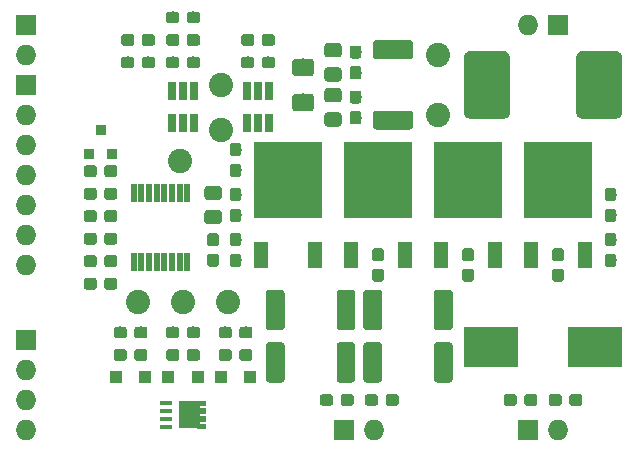
<source format=gbr>
G04 #@! TF.GenerationSoftware,KiCad,Pcbnew,(5.1.2)-2*
G04 #@! TF.CreationDate,2019-08-30T17:07:24-04:00*
G04 #@! TF.ProjectId,PowerStage SubBoard 0-2,506f7765-7253-4746-9167-652053756242,rev?*
G04 #@! TF.SameCoordinates,Original*
G04 #@! TF.FileFunction,Soldermask,Top*
G04 #@! TF.FilePolarity,Negative*
%FSLAX46Y46*%
G04 Gerber Fmt 4.6, Leading zero omitted, Abs format (unit mm)*
G04 Created by KiCad (PCBNEW (5.1.2)-2) date 2019-08-30 17:07:24*
%MOMM*%
%LPD*%
G04 APERTURE LIST*
%ADD10O,1.750800X1.750800*%
%ADD11R,1.750800X1.750800*%
%ADD12C,0.100000*%
%ADD13C,1.000800*%
%ADD14R,0.850800X0.950800*%
%ADD15R,5.850800X6.450800*%
%ADD16R,1.250800X2.250800*%
%ADD17R,1.050800X1.050800*%
%ADD18C,1.575800*%
%ADD19R,0.500800X1.550800*%
%ADD20R,0.700800X1.610800*%
%ADD21C,2.050800*%
%ADD22C,1.725000*%
%ADD23R,1.040800X0.455800*%
%ADD24C,3.850800*%
%ADD25R,4.550800X3.350800*%
%ADD26C,1.200800*%
%ADD27C,1.475800*%
G04 APERTURE END LIST*
D10*
G04 #@! TO.C,J4*
X131445000Y-99060000D03*
X131445000Y-96520000D03*
X131445000Y-93980000D03*
X131445000Y-91440000D03*
X131445000Y-88900000D03*
X131445000Y-86360000D03*
D11*
X131445000Y-83820000D03*
G04 #@! TD*
D12*
G04 #@! TO.C,R20*
G36*
X138994724Y-90623305D02*
G01*
X139019012Y-90626908D01*
X139042829Y-90632874D01*
X139065947Y-90641145D01*
X139088143Y-90651643D01*
X139109204Y-90664266D01*
X139128925Y-90678893D01*
X139147118Y-90695382D01*
X139163607Y-90713575D01*
X139178234Y-90733296D01*
X139190857Y-90754357D01*
X139201355Y-90776553D01*
X139209626Y-90799671D01*
X139215592Y-90823488D01*
X139219195Y-90847776D01*
X139220400Y-90872300D01*
X139220400Y-91372700D01*
X139219195Y-91397224D01*
X139215592Y-91421512D01*
X139209626Y-91445329D01*
X139201355Y-91468447D01*
X139190857Y-91490643D01*
X139178234Y-91511704D01*
X139163607Y-91531425D01*
X139147118Y-91549618D01*
X139128925Y-91566107D01*
X139109204Y-91580734D01*
X139088143Y-91593357D01*
X139065947Y-91603855D01*
X139042829Y-91612126D01*
X139019012Y-91618092D01*
X138994724Y-91621695D01*
X138970200Y-91622900D01*
X138369800Y-91622900D01*
X138345276Y-91621695D01*
X138320988Y-91618092D01*
X138297171Y-91612126D01*
X138274053Y-91603855D01*
X138251857Y-91593357D01*
X138230796Y-91580734D01*
X138211075Y-91566107D01*
X138192882Y-91549618D01*
X138176393Y-91531425D01*
X138161766Y-91511704D01*
X138149143Y-91490643D01*
X138138645Y-91468447D01*
X138130374Y-91445329D01*
X138124408Y-91421512D01*
X138120805Y-91397224D01*
X138119600Y-91372700D01*
X138119600Y-90872300D01*
X138120805Y-90847776D01*
X138124408Y-90823488D01*
X138130374Y-90799671D01*
X138138645Y-90776553D01*
X138149143Y-90754357D01*
X138161766Y-90733296D01*
X138176393Y-90713575D01*
X138192882Y-90695382D01*
X138211075Y-90678893D01*
X138230796Y-90664266D01*
X138251857Y-90651643D01*
X138274053Y-90641145D01*
X138297171Y-90632874D01*
X138320988Y-90626908D01*
X138345276Y-90623305D01*
X138369800Y-90622100D01*
X138970200Y-90622100D01*
X138994724Y-90623305D01*
X138994724Y-90623305D01*
G37*
D13*
X138670000Y-91122500D03*
D12*
G36*
X137244724Y-90623305D02*
G01*
X137269012Y-90626908D01*
X137292829Y-90632874D01*
X137315947Y-90641145D01*
X137338143Y-90651643D01*
X137359204Y-90664266D01*
X137378925Y-90678893D01*
X137397118Y-90695382D01*
X137413607Y-90713575D01*
X137428234Y-90733296D01*
X137440857Y-90754357D01*
X137451355Y-90776553D01*
X137459626Y-90799671D01*
X137465592Y-90823488D01*
X137469195Y-90847776D01*
X137470400Y-90872300D01*
X137470400Y-91372700D01*
X137469195Y-91397224D01*
X137465592Y-91421512D01*
X137459626Y-91445329D01*
X137451355Y-91468447D01*
X137440857Y-91490643D01*
X137428234Y-91511704D01*
X137413607Y-91531425D01*
X137397118Y-91549618D01*
X137378925Y-91566107D01*
X137359204Y-91580734D01*
X137338143Y-91593357D01*
X137315947Y-91603855D01*
X137292829Y-91612126D01*
X137269012Y-91618092D01*
X137244724Y-91621695D01*
X137220200Y-91622900D01*
X136619800Y-91622900D01*
X136595276Y-91621695D01*
X136570988Y-91618092D01*
X136547171Y-91612126D01*
X136524053Y-91603855D01*
X136501857Y-91593357D01*
X136480796Y-91580734D01*
X136461075Y-91566107D01*
X136442882Y-91549618D01*
X136426393Y-91531425D01*
X136411766Y-91511704D01*
X136399143Y-91490643D01*
X136388645Y-91468447D01*
X136380374Y-91445329D01*
X136374408Y-91421512D01*
X136370805Y-91397224D01*
X136369600Y-91372700D01*
X136369600Y-90872300D01*
X136370805Y-90847776D01*
X136374408Y-90823488D01*
X136380374Y-90799671D01*
X136388645Y-90776553D01*
X136399143Y-90754357D01*
X136411766Y-90733296D01*
X136426393Y-90713575D01*
X136442882Y-90695382D01*
X136461075Y-90678893D01*
X136480796Y-90664266D01*
X136501857Y-90651643D01*
X136524053Y-90641145D01*
X136547171Y-90632874D01*
X136570988Y-90626908D01*
X136595276Y-90623305D01*
X136619800Y-90622100D01*
X137220200Y-90622100D01*
X137244724Y-90623305D01*
X137244724Y-90623305D01*
G37*
D13*
X136920000Y-91122500D03*
G04 #@! TD*
D14*
G04 #@! TO.C,Q6*
X137795000Y-87646000D03*
X138745000Y-89646000D03*
X136845000Y-89646000D03*
G04 #@! TD*
D12*
G04 #@! TO.C,R19*
G36*
X142169724Y-81415805D02*
G01*
X142194012Y-81419408D01*
X142217829Y-81425374D01*
X142240947Y-81433645D01*
X142263143Y-81444143D01*
X142284204Y-81456766D01*
X142303925Y-81471393D01*
X142322118Y-81487882D01*
X142338607Y-81506075D01*
X142353234Y-81525796D01*
X142365857Y-81546857D01*
X142376355Y-81569053D01*
X142384626Y-81592171D01*
X142390592Y-81615988D01*
X142394195Y-81640276D01*
X142395400Y-81664800D01*
X142395400Y-82165200D01*
X142394195Y-82189724D01*
X142390592Y-82214012D01*
X142384626Y-82237829D01*
X142376355Y-82260947D01*
X142365857Y-82283143D01*
X142353234Y-82304204D01*
X142338607Y-82323925D01*
X142322118Y-82342118D01*
X142303925Y-82358607D01*
X142284204Y-82373234D01*
X142263143Y-82385857D01*
X142240947Y-82396355D01*
X142217829Y-82404626D01*
X142194012Y-82410592D01*
X142169724Y-82414195D01*
X142145200Y-82415400D01*
X141544800Y-82415400D01*
X141520276Y-82414195D01*
X141495988Y-82410592D01*
X141472171Y-82404626D01*
X141449053Y-82396355D01*
X141426857Y-82385857D01*
X141405796Y-82373234D01*
X141386075Y-82358607D01*
X141367882Y-82342118D01*
X141351393Y-82323925D01*
X141336766Y-82304204D01*
X141324143Y-82283143D01*
X141313645Y-82260947D01*
X141305374Y-82237829D01*
X141299408Y-82214012D01*
X141295805Y-82189724D01*
X141294600Y-82165200D01*
X141294600Y-81664800D01*
X141295805Y-81640276D01*
X141299408Y-81615988D01*
X141305374Y-81592171D01*
X141313645Y-81569053D01*
X141324143Y-81546857D01*
X141336766Y-81525796D01*
X141351393Y-81506075D01*
X141367882Y-81487882D01*
X141386075Y-81471393D01*
X141405796Y-81456766D01*
X141426857Y-81444143D01*
X141449053Y-81433645D01*
X141472171Y-81425374D01*
X141495988Y-81419408D01*
X141520276Y-81415805D01*
X141544800Y-81414600D01*
X142145200Y-81414600D01*
X142169724Y-81415805D01*
X142169724Y-81415805D01*
G37*
D13*
X141845000Y-81915000D03*
D12*
G36*
X140419724Y-81415805D02*
G01*
X140444012Y-81419408D01*
X140467829Y-81425374D01*
X140490947Y-81433645D01*
X140513143Y-81444143D01*
X140534204Y-81456766D01*
X140553925Y-81471393D01*
X140572118Y-81487882D01*
X140588607Y-81506075D01*
X140603234Y-81525796D01*
X140615857Y-81546857D01*
X140626355Y-81569053D01*
X140634626Y-81592171D01*
X140640592Y-81615988D01*
X140644195Y-81640276D01*
X140645400Y-81664800D01*
X140645400Y-82165200D01*
X140644195Y-82189724D01*
X140640592Y-82214012D01*
X140634626Y-82237829D01*
X140626355Y-82260947D01*
X140615857Y-82283143D01*
X140603234Y-82304204D01*
X140588607Y-82323925D01*
X140572118Y-82342118D01*
X140553925Y-82358607D01*
X140534204Y-82373234D01*
X140513143Y-82385857D01*
X140490947Y-82396355D01*
X140467829Y-82404626D01*
X140444012Y-82410592D01*
X140419724Y-82414195D01*
X140395200Y-82415400D01*
X139794800Y-82415400D01*
X139770276Y-82414195D01*
X139745988Y-82410592D01*
X139722171Y-82404626D01*
X139699053Y-82396355D01*
X139676857Y-82385857D01*
X139655796Y-82373234D01*
X139636075Y-82358607D01*
X139617882Y-82342118D01*
X139601393Y-82323925D01*
X139586766Y-82304204D01*
X139574143Y-82283143D01*
X139563645Y-82260947D01*
X139555374Y-82237829D01*
X139549408Y-82214012D01*
X139545805Y-82189724D01*
X139544600Y-82165200D01*
X139544600Y-81664800D01*
X139545805Y-81640276D01*
X139549408Y-81615988D01*
X139555374Y-81592171D01*
X139563645Y-81569053D01*
X139574143Y-81546857D01*
X139586766Y-81525796D01*
X139601393Y-81506075D01*
X139617882Y-81487882D01*
X139636075Y-81471393D01*
X139655796Y-81456766D01*
X139676857Y-81444143D01*
X139699053Y-81433645D01*
X139722171Y-81425374D01*
X139745988Y-81419408D01*
X139770276Y-81415805D01*
X139794800Y-81414600D01*
X140395200Y-81414600D01*
X140419724Y-81415805D01*
X140419724Y-81415805D01*
G37*
D13*
X140095000Y-81915000D03*
G04 #@! TD*
D12*
G04 #@! TO.C,D5*
G36*
X140419724Y-79510805D02*
G01*
X140444012Y-79514408D01*
X140467829Y-79520374D01*
X140490947Y-79528645D01*
X140513143Y-79539143D01*
X140534204Y-79551766D01*
X140553925Y-79566393D01*
X140572118Y-79582882D01*
X140588607Y-79601075D01*
X140603234Y-79620796D01*
X140615857Y-79641857D01*
X140626355Y-79664053D01*
X140634626Y-79687171D01*
X140640592Y-79710988D01*
X140644195Y-79735276D01*
X140645400Y-79759800D01*
X140645400Y-80260200D01*
X140644195Y-80284724D01*
X140640592Y-80309012D01*
X140634626Y-80332829D01*
X140626355Y-80355947D01*
X140615857Y-80378143D01*
X140603234Y-80399204D01*
X140588607Y-80418925D01*
X140572118Y-80437118D01*
X140553925Y-80453607D01*
X140534204Y-80468234D01*
X140513143Y-80480857D01*
X140490947Y-80491355D01*
X140467829Y-80499626D01*
X140444012Y-80505592D01*
X140419724Y-80509195D01*
X140395200Y-80510400D01*
X139794800Y-80510400D01*
X139770276Y-80509195D01*
X139745988Y-80505592D01*
X139722171Y-80499626D01*
X139699053Y-80491355D01*
X139676857Y-80480857D01*
X139655796Y-80468234D01*
X139636075Y-80453607D01*
X139617882Y-80437118D01*
X139601393Y-80418925D01*
X139586766Y-80399204D01*
X139574143Y-80378143D01*
X139563645Y-80355947D01*
X139555374Y-80332829D01*
X139549408Y-80309012D01*
X139545805Y-80284724D01*
X139544600Y-80260200D01*
X139544600Y-79759800D01*
X139545805Y-79735276D01*
X139549408Y-79710988D01*
X139555374Y-79687171D01*
X139563645Y-79664053D01*
X139574143Y-79641857D01*
X139586766Y-79620796D01*
X139601393Y-79601075D01*
X139617882Y-79582882D01*
X139636075Y-79566393D01*
X139655796Y-79551766D01*
X139676857Y-79539143D01*
X139699053Y-79528645D01*
X139722171Y-79520374D01*
X139745988Y-79514408D01*
X139770276Y-79510805D01*
X139794800Y-79509600D01*
X140395200Y-79509600D01*
X140419724Y-79510805D01*
X140419724Y-79510805D01*
G37*
D13*
X140095000Y-80010000D03*
D12*
G36*
X142169724Y-79510805D02*
G01*
X142194012Y-79514408D01*
X142217829Y-79520374D01*
X142240947Y-79528645D01*
X142263143Y-79539143D01*
X142284204Y-79551766D01*
X142303925Y-79566393D01*
X142322118Y-79582882D01*
X142338607Y-79601075D01*
X142353234Y-79620796D01*
X142365857Y-79641857D01*
X142376355Y-79664053D01*
X142384626Y-79687171D01*
X142390592Y-79710988D01*
X142394195Y-79735276D01*
X142395400Y-79759800D01*
X142395400Y-80260200D01*
X142394195Y-80284724D01*
X142390592Y-80309012D01*
X142384626Y-80332829D01*
X142376355Y-80355947D01*
X142365857Y-80378143D01*
X142353234Y-80399204D01*
X142338607Y-80418925D01*
X142322118Y-80437118D01*
X142303925Y-80453607D01*
X142284204Y-80468234D01*
X142263143Y-80480857D01*
X142240947Y-80491355D01*
X142217829Y-80499626D01*
X142194012Y-80505592D01*
X142169724Y-80509195D01*
X142145200Y-80510400D01*
X141544800Y-80510400D01*
X141520276Y-80509195D01*
X141495988Y-80505592D01*
X141472171Y-80499626D01*
X141449053Y-80491355D01*
X141426857Y-80480857D01*
X141405796Y-80468234D01*
X141386075Y-80453607D01*
X141367882Y-80437118D01*
X141351393Y-80418925D01*
X141336766Y-80399204D01*
X141324143Y-80378143D01*
X141313645Y-80355947D01*
X141305374Y-80332829D01*
X141299408Y-80309012D01*
X141295805Y-80284724D01*
X141294600Y-80260200D01*
X141294600Y-79759800D01*
X141295805Y-79735276D01*
X141299408Y-79710988D01*
X141305374Y-79687171D01*
X141313645Y-79664053D01*
X141324143Y-79641857D01*
X141336766Y-79620796D01*
X141351393Y-79601075D01*
X141367882Y-79582882D01*
X141386075Y-79566393D01*
X141405796Y-79551766D01*
X141426857Y-79539143D01*
X141449053Y-79528645D01*
X141472171Y-79520374D01*
X141495988Y-79514408D01*
X141520276Y-79510805D01*
X141544800Y-79509600D01*
X142145200Y-79509600D01*
X142169724Y-79510805D01*
X142169724Y-79510805D01*
G37*
D13*
X141845000Y-80010000D03*
G04 #@! TD*
D15*
G04 #@! TO.C,Q5*
X176530000Y-91880000D03*
D16*
X178810000Y-98180000D03*
X174250000Y-98180000D03*
G04 #@! TD*
D17*
G04 #@! TO.C,D1*
X147975000Y-108585000D03*
X150475000Y-108585000D03*
G04 #@! TD*
D12*
G04 #@! TO.C,R16*
G36*
X161397393Y-105615844D02*
G01*
X161422470Y-105619564D01*
X161447061Y-105625723D01*
X161470930Y-105634264D01*
X161493848Y-105645103D01*
X161515592Y-105658136D01*
X161535954Y-105673238D01*
X161554738Y-105690262D01*
X161571762Y-105709046D01*
X161586864Y-105729408D01*
X161599897Y-105751152D01*
X161610736Y-105774070D01*
X161619277Y-105797939D01*
X161625436Y-105822530D01*
X161629156Y-105847607D01*
X161630400Y-105872927D01*
X161630400Y-108757073D01*
X161629156Y-108782393D01*
X161625436Y-108807470D01*
X161619277Y-108832061D01*
X161610736Y-108855930D01*
X161599897Y-108878848D01*
X161586864Y-108900592D01*
X161571762Y-108920954D01*
X161554738Y-108939738D01*
X161535954Y-108956762D01*
X161515592Y-108971864D01*
X161493848Y-108984897D01*
X161470930Y-108995736D01*
X161447061Y-109004277D01*
X161422470Y-109010436D01*
X161397393Y-109014156D01*
X161372073Y-109015400D01*
X160312927Y-109015400D01*
X160287607Y-109014156D01*
X160262530Y-109010436D01*
X160237939Y-109004277D01*
X160214070Y-108995736D01*
X160191152Y-108984897D01*
X160169408Y-108971864D01*
X160149046Y-108956762D01*
X160130262Y-108939738D01*
X160113238Y-108920954D01*
X160098136Y-108900592D01*
X160085103Y-108878848D01*
X160074264Y-108855930D01*
X160065723Y-108832061D01*
X160059564Y-108807470D01*
X160055844Y-108782393D01*
X160054600Y-108757073D01*
X160054600Y-105872927D01*
X160055844Y-105847607D01*
X160059564Y-105822530D01*
X160065723Y-105797939D01*
X160074264Y-105774070D01*
X160085103Y-105751152D01*
X160098136Y-105729408D01*
X160113238Y-105709046D01*
X160130262Y-105690262D01*
X160149046Y-105673238D01*
X160169408Y-105658136D01*
X160191152Y-105645103D01*
X160214070Y-105634264D01*
X160237939Y-105625723D01*
X160262530Y-105619564D01*
X160287607Y-105615844D01*
X160312927Y-105614600D01*
X161372073Y-105614600D01*
X161397393Y-105615844D01*
X161397393Y-105615844D01*
G37*
D18*
X160842500Y-107315000D03*
D12*
G36*
X167372393Y-105615844D02*
G01*
X167397470Y-105619564D01*
X167422061Y-105625723D01*
X167445930Y-105634264D01*
X167468848Y-105645103D01*
X167490592Y-105658136D01*
X167510954Y-105673238D01*
X167529738Y-105690262D01*
X167546762Y-105709046D01*
X167561864Y-105729408D01*
X167574897Y-105751152D01*
X167585736Y-105774070D01*
X167594277Y-105797939D01*
X167600436Y-105822530D01*
X167604156Y-105847607D01*
X167605400Y-105872927D01*
X167605400Y-108757073D01*
X167604156Y-108782393D01*
X167600436Y-108807470D01*
X167594277Y-108832061D01*
X167585736Y-108855930D01*
X167574897Y-108878848D01*
X167561864Y-108900592D01*
X167546762Y-108920954D01*
X167529738Y-108939738D01*
X167510954Y-108956762D01*
X167490592Y-108971864D01*
X167468848Y-108984897D01*
X167445930Y-108995736D01*
X167422061Y-109004277D01*
X167397470Y-109010436D01*
X167372393Y-109014156D01*
X167347073Y-109015400D01*
X166287927Y-109015400D01*
X166262607Y-109014156D01*
X166237530Y-109010436D01*
X166212939Y-109004277D01*
X166189070Y-108995736D01*
X166166152Y-108984897D01*
X166144408Y-108971864D01*
X166124046Y-108956762D01*
X166105262Y-108939738D01*
X166088238Y-108920954D01*
X166073136Y-108900592D01*
X166060103Y-108878848D01*
X166049264Y-108855930D01*
X166040723Y-108832061D01*
X166034564Y-108807470D01*
X166030844Y-108782393D01*
X166029600Y-108757073D01*
X166029600Y-105872927D01*
X166030844Y-105847607D01*
X166034564Y-105822530D01*
X166040723Y-105797939D01*
X166049264Y-105774070D01*
X166060103Y-105751152D01*
X166073136Y-105729408D01*
X166088238Y-105709046D01*
X166105262Y-105690262D01*
X166124046Y-105673238D01*
X166144408Y-105658136D01*
X166166152Y-105645103D01*
X166189070Y-105634264D01*
X166212939Y-105625723D01*
X166237530Y-105619564D01*
X166262607Y-105615844D01*
X166287927Y-105614600D01*
X167347073Y-105614600D01*
X167372393Y-105615844D01*
X167372393Y-105615844D01*
G37*
D18*
X166817500Y-107315000D03*
G04 #@! TD*
D12*
G04 #@! TO.C,R15*
G36*
X153142393Y-101170844D02*
G01*
X153167470Y-101174564D01*
X153192061Y-101180723D01*
X153215930Y-101189264D01*
X153238848Y-101200103D01*
X153260592Y-101213136D01*
X153280954Y-101228238D01*
X153299738Y-101245262D01*
X153316762Y-101264046D01*
X153331864Y-101284408D01*
X153344897Y-101306152D01*
X153355736Y-101329070D01*
X153364277Y-101352939D01*
X153370436Y-101377530D01*
X153374156Y-101402607D01*
X153375400Y-101427927D01*
X153375400Y-104312073D01*
X153374156Y-104337393D01*
X153370436Y-104362470D01*
X153364277Y-104387061D01*
X153355736Y-104410930D01*
X153344897Y-104433848D01*
X153331864Y-104455592D01*
X153316762Y-104475954D01*
X153299738Y-104494738D01*
X153280954Y-104511762D01*
X153260592Y-104526864D01*
X153238848Y-104539897D01*
X153215930Y-104550736D01*
X153192061Y-104559277D01*
X153167470Y-104565436D01*
X153142393Y-104569156D01*
X153117073Y-104570400D01*
X152057927Y-104570400D01*
X152032607Y-104569156D01*
X152007530Y-104565436D01*
X151982939Y-104559277D01*
X151959070Y-104550736D01*
X151936152Y-104539897D01*
X151914408Y-104526864D01*
X151894046Y-104511762D01*
X151875262Y-104494738D01*
X151858238Y-104475954D01*
X151843136Y-104455592D01*
X151830103Y-104433848D01*
X151819264Y-104410930D01*
X151810723Y-104387061D01*
X151804564Y-104362470D01*
X151800844Y-104337393D01*
X151799600Y-104312073D01*
X151799600Y-101427927D01*
X151800844Y-101402607D01*
X151804564Y-101377530D01*
X151810723Y-101352939D01*
X151819264Y-101329070D01*
X151830103Y-101306152D01*
X151843136Y-101284408D01*
X151858238Y-101264046D01*
X151875262Y-101245262D01*
X151894046Y-101228238D01*
X151914408Y-101213136D01*
X151936152Y-101200103D01*
X151959070Y-101189264D01*
X151982939Y-101180723D01*
X152007530Y-101174564D01*
X152032607Y-101170844D01*
X152057927Y-101169600D01*
X153117073Y-101169600D01*
X153142393Y-101170844D01*
X153142393Y-101170844D01*
G37*
D18*
X152587500Y-102870000D03*
D12*
G36*
X159117393Y-101170844D02*
G01*
X159142470Y-101174564D01*
X159167061Y-101180723D01*
X159190930Y-101189264D01*
X159213848Y-101200103D01*
X159235592Y-101213136D01*
X159255954Y-101228238D01*
X159274738Y-101245262D01*
X159291762Y-101264046D01*
X159306864Y-101284408D01*
X159319897Y-101306152D01*
X159330736Y-101329070D01*
X159339277Y-101352939D01*
X159345436Y-101377530D01*
X159349156Y-101402607D01*
X159350400Y-101427927D01*
X159350400Y-104312073D01*
X159349156Y-104337393D01*
X159345436Y-104362470D01*
X159339277Y-104387061D01*
X159330736Y-104410930D01*
X159319897Y-104433848D01*
X159306864Y-104455592D01*
X159291762Y-104475954D01*
X159274738Y-104494738D01*
X159255954Y-104511762D01*
X159235592Y-104526864D01*
X159213848Y-104539897D01*
X159190930Y-104550736D01*
X159167061Y-104559277D01*
X159142470Y-104565436D01*
X159117393Y-104569156D01*
X159092073Y-104570400D01*
X158032927Y-104570400D01*
X158007607Y-104569156D01*
X157982530Y-104565436D01*
X157957939Y-104559277D01*
X157934070Y-104550736D01*
X157911152Y-104539897D01*
X157889408Y-104526864D01*
X157869046Y-104511762D01*
X157850262Y-104494738D01*
X157833238Y-104475954D01*
X157818136Y-104455592D01*
X157805103Y-104433848D01*
X157794264Y-104410930D01*
X157785723Y-104387061D01*
X157779564Y-104362470D01*
X157775844Y-104337393D01*
X157774600Y-104312073D01*
X157774600Y-101427927D01*
X157775844Y-101402607D01*
X157779564Y-101377530D01*
X157785723Y-101352939D01*
X157794264Y-101329070D01*
X157805103Y-101306152D01*
X157818136Y-101284408D01*
X157833238Y-101264046D01*
X157850262Y-101245262D01*
X157869046Y-101228238D01*
X157889408Y-101213136D01*
X157911152Y-101200103D01*
X157934070Y-101189264D01*
X157957939Y-101180723D01*
X157982530Y-101174564D01*
X158007607Y-101170844D01*
X158032927Y-101169600D01*
X159092073Y-101169600D01*
X159117393Y-101170844D01*
X159117393Y-101170844D01*
G37*
D18*
X158562500Y-102870000D03*
G04 #@! TD*
D12*
G04 #@! TO.C,R14*
G36*
X153142393Y-105615844D02*
G01*
X153167470Y-105619564D01*
X153192061Y-105625723D01*
X153215930Y-105634264D01*
X153238848Y-105645103D01*
X153260592Y-105658136D01*
X153280954Y-105673238D01*
X153299738Y-105690262D01*
X153316762Y-105709046D01*
X153331864Y-105729408D01*
X153344897Y-105751152D01*
X153355736Y-105774070D01*
X153364277Y-105797939D01*
X153370436Y-105822530D01*
X153374156Y-105847607D01*
X153375400Y-105872927D01*
X153375400Y-108757073D01*
X153374156Y-108782393D01*
X153370436Y-108807470D01*
X153364277Y-108832061D01*
X153355736Y-108855930D01*
X153344897Y-108878848D01*
X153331864Y-108900592D01*
X153316762Y-108920954D01*
X153299738Y-108939738D01*
X153280954Y-108956762D01*
X153260592Y-108971864D01*
X153238848Y-108984897D01*
X153215930Y-108995736D01*
X153192061Y-109004277D01*
X153167470Y-109010436D01*
X153142393Y-109014156D01*
X153117073Y-109015400D01*
X152057927Y-109015400D01*
X152032607Y-109014156D01*
X152007530Y-109010436D01*
X151982939Y-109004277D01*
X151959070Y-108995736D01*
X151936152Y-108984897D01*
X151914408Y-108971864D01*
X151894046Y-108956762D01*
X151875262Y-108939738D01*
X151858238Y-108920954D01*
X151843136Y-108900592D01*
X151830103Y-108878848D01*
X151819264Y-108855930D01*
X151810723Y-108832061D01*
X151804564Y-108807470D01*
X151800844Y-108782393D01*
X151799600Y-108757073D01*
X151799600Y-105872927D01*
X151800844Y-105847607D01*
X151804564Y-105822530D01*
X151810723Y-105797939D01*
X151819264Y-105774070D01*
X151830103Y-105751152D01*
X151843136Y-105729408D01*
X151858238Y-105709046D01*
X151875262Y-105690262D01*
X151894046Y-105673238D01*
X151914408Y-105658136D01*
X151936152Y-105645103D01*
X151959070Y-105634264D01*
X151982939Y-105625723D01*
X152007530Y-105619564D01*
X152032607Y-105615844D01*
X152057927Y-105614600D01*
X153117073Y-105614600D01*
X153142393Y-105615844D01*
X153142393Y-105615844D01*
G37*
D18*
X152587500Y-107315000D03*
D12*
G36*
X159117393Y-105615844D02*
G01*
X159142470Y-105619564D01*
X159167061Y-105625723D01*
X159190930Y-105634264D01*
X159213848Y-105645103D01*
X159235592Y-105658136D01*
X159255954Y-105673238D01*
X159274738Y-105690262D01*
X159291762Y-105709046D01*
X159306864Y-105729408D01*
X159319897Y-105751152D01*
X159330736Y-105774070D01*
X159339277Y-105797939D01*
X159345436Y-105822530D01*
X159349156Y-105847607D01*
X159350400Y-105872927D01*
X159350400Y-108757073D01*
X159349156Y-108782393D01*
X159345436Y-108807470D01*
X159339277Y-108832061D01*
X159330736Y-108855930D01*
X159319897Y-108878848D01*
X159306864Y-108900592D01*
X159291762Y-108920954D01*
X159274738Y-108939738D01*
X159255954Y-108956762D01*
X159235592Y-108971864D01*
X159213848Y-108984897D01*
X159190930Y-108995736D01*
X159167061Y-109004277D01*
X159142470Y-109010436D01*
X159117393Y-109014156D01*
X159092073Y-109015400D01*
X158032927Y-109015400D01*
X158007607Y-109014156D01*
X157982530Y-109010436D01*
X157957939Y-109004277D01*
X157934070Y-108995736D01*
X157911152Y-108984897D01*
X157889408Y-108971864D01*
X157869046Y-108956762D01*
X157850262Y-108939738D01*
X157833238Y-108920954D01*
X157818136Y-108900592D01*
X157805103Y-108878848D01*
X157794264Y-108855930D01*
X157785723Y-108832061D01*
X157779564Y-108807470D01*
X157775844Y-108782393D01*
X157774600Y-108757073D01*
X157774600Y-105872927D01*
X157775844Y-105847607D01*
X157779564Y-105822530D01*
X157785723Y-105797939D01*
X157794264Y-105774070D01*
X157805103Y-105751152D01*
X157818136Y-105729408D01*
X157833238Y-105709046D01*
X157850262Y-105690262D01*
X157869046Y-105673238D01*
X157889408Y-105658136D01*
X157911152Y-105645103D01*
X157934070Y-105634264D01*
X157957939Y-105625723D01*
X157982530Y-105619564D01*
X158007607Y-105615844D01*
X158032927Y-105614600D01*
X159092073Y-105614600D01*
X159117393Y-105615844D01*
X159117393Y-105615844D01*
G37*
D18*
X158562500Y-107315000D03*
G04 #@! TD*
D19*
G04 #@! TO.C,U3*
X145150000Y-98835000D03*
X144500000Y-98835000D03*
X143850000Y-98835000D03*
X143200000Y-98835000D03*
X142550000Y-98835000D03*
X141900000Y-98835000D03*
X141250000Y-98835000D03*
X140600000Y-98835000D03*
X140600000Y-92935000D03*
X141250000Y-92935000D03*
X141900000Y-92935000D03*
X142550000Y-92935000D03*
X143200000Y-92935000D03*
X143850000Y-92935000D03*
X144500000Y-92935000D03*
X145150000Y-92935000D03*
G04 #@! TD*
D20*
G04 #@! TO.C,U2*
X151130000Y-84375000D03*
X150180000Y-84375000D03*
X152080000Y-84375000D03*
X152080000Y-87075000D03*
X151130000Y-87075000D03*
X150180000Y-87075000D03*
G04 #@! TD*
G04 #@! TO.C,U1*
X144780000Y-87075000D03*
X145730000Y-87075000D03*
X143830000Y-87075000D03*
X143830000Y-84375000D03*
X144780000Y-84375000D03*
X145730000Y-84375000D03*
G04 #@! TD*
D21*
G04 #@! TO.C,TP8*
X140970000Y-102235000D03*
G04 #@! TD*
G04 #@! TO.C,TP7*
X144780000Y-102235000D03*
G04 #@! TD*
G04 #@! TO.C,TP6*
X148590000Y-102235000D03*
G04 #@! TD*
G04 #@! TO.C,TP5*
X166370000Y-86360000D03*
G04 #@! TD*
G04 #@! TO.C,TP4*
X166370000Y-81280000D03*
G04 #@! TD*
G04 #@! TO.C,TP3*
X144526000Y-90297000D03*
G04 #@! TD*
G04 #@! TO.C,TP2*
X147955000Y-87630000D03*
G04 #@! TD*
G04 #@! TO.C,TP1*
X147955000Y-83820000D03*
G04 #@! TD*
D12*
G04 #@! TO.C,R18*
G36*
X137244724Y-94433305D02*
G01*
X137269012Y-94436908D01*
X137292829Y-94442874D01*
X137315947Y-94451145D01*
X137338143Y-94461643D01*
X137359204Y-94474266D01*
X137378925Y-94488893D01*
X137397118Y-94505382D01*
X137413607Y-94523575D01*
X137428234Y-94543296D01*
X137440857Y-94564357D01*
X137451355Y-94586553D01*
X137459626Y-94609671D01*
X137465592Y-94633488D01*
X137469195Y-94657776D01*
X137470400Y-94682300D01*
X137470400Y-95182700D01*
X137469195Y-95207224D01*
X137465592Y-95231512D01*
X137459626Y-95255329D01*
X137451355Y-95278447D01*
X137440857Y-95300643D01*
X137428234Y-95321704D01*
X137413607Y-95341425D01*
X137397118Y-95359618D01*
X137378925Y-95376107D01*
X137359204Y-95390734D01*
X137338143Y-95403357D01*
X137315947Y-95413855D01*
X137292829Y-95422126D01*
X137269012Y-95428092D01*
X137244724Y-95431695D01*
X137220200Y-95432900D01*
X136619800Y-95432900D01*
X136595276Y-95431695D01*
X136570988Y-95428092D01*
X136547171Y-95422126D01*
X136524053Y-95413855D01*
X136501857Y-95403357D01*
X136480796Y-95390734D01*
X136461075Y-95376107D01*
X136442882Y-95359618D01*
X136426393Y-95341425D01*
X136411766Y-95321704D01*
X136399143Y-95300643D01*
X136388645Y-95278447D01*
X136380374Y-95255329D01*
X136374408Y-95231512D01*
X136370805Y-95207224D01*
X136369600Y-95182700D01*
X136369600Y-94682300D01*
X136370805Y-94657776D01*
X136374408Y-94633488D01*
X136380374Y-94609671D01*
X136388645Y-94586553D01*
X136399143Y-94564357D01*
X136411766Y-94543296D01*
X136426393Y-94523575D01*
X136442882Y-94505382D01*
X136461075Y-94488893D01*
X136480796Y-94474266D01*
X136501857Y-94461643D01*
X136524053Y-94451145D01*
X136547171Y-94442874D01*
X136570988Y-94436908D01*
X136595276Y-94433305D01*
X136619800Y-94432100D01*
X137220200Y-94432100D01*
X137244724Y-94433305D01*
X137244724Y-94433305D01*
G37*
D13*
X136920000Y-94932500D03*
D12*
G36*
X138994724Y-94433305D02*
G01*
X139019012Y-94436908D01*
X139042829Y-94442874D01*
X139065947Y-94451145D01*
X139088143Y-94461643D01*
X139109204Y-94474266D01*
X139128925Y-94488893D01*
X139147118Y-94505382D01*
X139163607Y-94523575D01*
X139178234Y-94543296D01*
X139190857Y-94564357D01*
X139201355Y-94586553D01*
X139209626Y-94609671D01*
X139215592Y-94633488D01*
X139219195Y-94657776D01*
X139220400Y-94682300D01*
X139220400Y-95182700D01*
X139219195Y-95207224D01*
X139215592Y-95231512D01*
X139209626Y-95255329D01*
X139201355Y-95278447D01*
X139190857Y-95300643D01*
X139178234Y-95321704D01*
X139163607Y-95341425D01*
X139147118Y-95359618D01*
X139128925Y-95376107D01*
X139109204Y-95390734D01*
X139088143Y-95403357D01*
X139065947Y-95413855D01*
X139042829Y-95422126D01*
X139019012Y-95428092D01*
X138994724Y-95431695D01*
X138970200Y-95432900D01*
X138369800Y-95432900D01*
X138345276Y-95431695D01*
X138320988Y-95428092D01*
X138297171Y-95422126D01*
X138274053Y-95413855D01*
X138251857Y-95403357D01*
X138230796Y-95390734D01*
X138211075Y-95376107D01*
X138192882Y-95359618D01*
X138176393Y-95341425D01*
X138161766Y-95321704D01*
X138149143Y-95300643D01*
X138138645Y-95278447D01*
X138130374Y-95255329D01*
X138124408Y-95231512D01*
X138120805Y-95207224D01*
X138119600Y-95182700D01*
X138119600Y-94682300D01*
X138120805Y-94657776D01*
X138124408Y-94633488D01*
X138130374Y-94609671D01*
X138138645Y-94586553D01*
X138149143Y-94564357D01*
X138161766Y-94543296D01*
X138176393Y-94523575D01*
X138192882Y-94505382D01*
X138211075Y-94488893D01*
X138230796Y-94474266D01*
X138251857Y-94461643D01*
X138274053Y-94451145D01*
X138297171Y-94442874D01*
X138320988Y-94436908D01*
X138345276Y-94433305D01*
X138369800Y-94432100D01*
X138970200Y-94432100D01*
X138994724Y-94433305D01*
X138994724Y-94433305D01*
G37*
D13*
X138670000Y-94932500D03*
G04 #@! TD*
D12*
G04 #@! TO.C,R17*
G36*
X161397393Y-101170844D02*
G01*
X161422470Y-101174564D01*
X161447061Y-101180723D01*
X161470930Y-101189264D01*
X161493848Y-101200103D01*
X161515592Y-101213136D01*
X161535954Y-101228238D01*
X161554738Y-101245262D01*
X161571762Y-101264046D01*
X161586864Y-101284408D01*
X161599897Y-101306152D01*
X161610736Y-101329070D01*
X161619277Y-101352939D01*
X161625436Y-101377530D01*
X161629156Y-101402607D01*
X161630400Y-101427927D01*
X161630400Y-104312073D01*
X161629156Y-104337393D01*
X161625436Y-104362470D01*
X161619277Y-104387061D01*
X161610736Y-104410930D01*
X161599897Y-104433848D01*
X161586864Y-104455592D01*
X161571762Y-104475954D01*
X161554738Y-104494738D01*
X161535954Y-104511762D01*
X161515592Y-104526864D01*
X161493848Y-104539897D01*
X161470930Y-104550736D01*
X161447061Y-104559277D01*
X161422470Y-104565436D01*
X161397393Y-104569156D01*
X161372073Y-104570400D01*
X160312927Y-104570400D01*
X160287607Y-104569156D01*
X160262530Y-104565436D01*
X160237939Y-104559277D01*
X160214070Y-104550736D01*
X160191152Y-104539897D01*
X160169408Y-104526864D01*
X160149046Y-104511762D01*
X160130262Y-104494738D01*
X160113238Y-104475954D01*
X160098136Y-104455592D01*
X160085103Y-104433848D01*
X160074264Y-104410930D01*
X160065723Y-104387061D01*
X160059564Y-104362470D01*
X160055844Y-104337393D01*
X160054600Y-104312073D01*
X160054600Y-101427927D01*
X160055844Y-101402607D01*
X160059564Y-101377530D01*
X160065723Y-101352939D01*
X160074264Y-101329070D01*
X160085103Y-101306152D01*
X160098136Y-101284408D01*
X160113238Y-101264046D01*
X160130262Y-101245262D01*
X160149046Y-101228238D01*
X160169408Y-101213136D01*
X160191152Y-101200103D01*
X160214070Y-101189264D01*
X160237939Y-101180723D01*
X160262530Y-101174564D01*
X160287607Y-101170844D01*
X160312927Y-101169600D01*
X161372073Y-101169600D01*
X161397393Y-101170844D01*
X161397393Y-101170844D01*
G37*
D18*
X160842500Y-102870000D03*
D12*
G36*
X167372393Y-101170844D02*
G01*
X167397470Y-101174564D01*
X167422061Y-101180723D01*
X167445930Y-101189264D01*
X167468848Y-101200103D01*
X167490592Y-101213136D01*
X167510954Y-101228238D01*
X167529738Y-101245262D01*
X167546762Y-101264046D01*
X167561864Y-101284408D01*
X167574897Y-101306152D01*
X167585736Y-101329070D01*
X167594277Y-101352939D01*
X167600436Y-101377530D01*
X167604156Y-101402607D01*
X167605400Y-101427927D01*
X167605400Y-104312073D01*
X167604156Y-104337393D01*
X167600436Y-104362470D01*
X167594277Y-104387061D01*
X167585736Y-104410930D01*
X167574897Y-104433848D01*
X167561864Y-104455592D01*
X167546762Y-104475954D01*
X167529738Y-104494738D01*
X167510954Y-104511762D01*
X167490592Y-104526864D01*
X167468848Y-104539897D01*
X167445930Y-104550736D01*
X167422061Y-104559277D01*
X167397470Y-104565436D01*
X167372393Y-104569156D01*
X167347073Y-104570400D01*
X166287927Y-104570400D01*
X166262607Y-104569156D01*
X166237530Y-104565436D01*
X166212939Y-104559277D01*
X166189070Y-104550736D01*
X166166152Y-104539897D01*
X166144408Y-104526864D01*
X166124046Y-104511762D01*
X166105262Y-104494738D01*
X166088238Y-104475954D01*
X166073136Y-104455592D01*
X166060103Y-104433848D01*
X166049264Y-104410930D01*
X166040723Y-104387061D01*
X166034564Y-104362470D01*
X166030844Y-104337393D01*
X166029600Y-104312073D01*
X166029600Y-101427927D01*
X166030844Y-101402607D01*
X166034564Y-101377530D01*
X166040723Y-101352939D01*
X166049264Y-101329070D01*
X166060103Y-101306152D01*
X166073136Y-101284408D01*
X166088238Y-101264046D01*
X166105262Y-101245262D01*
X166124046Y-101228238D01*
X166144408Y-101213136D01*
X166166152Y-101200103D01*
X166189070Y-101189264D01*
X166212939Y-101180723D01*
X166237530Y-101174564D01*
X166262607Y-101170844D01*
X166287927Y-101169600D01*
X167347073Y-101169600D01*
X167372393Y-101170844D01*
X167372393Y-101170844D01*
G37*
D18*
X166817500Y-102870000D03*
G04 #@! TD*
D12*
G04 #@! TO.C,R13*
G36*
X141534724Y-106180805D02*
G01*
X141559012Y-106184408D01*
X141582829Y-106190374D01*
X141605947Y-106198645D01*
X141628143Y-106209143D01*
X141649204Y-106221766D01*
X141668925Y-106236393D01*
X141687118Y-106252882D01*
X141703607Y-106271075D01*
X141718234Y-106290796D01*
X141730857Y-106311857D01*
X141741355Y-106334053D01*
X141749626Y-106357171D01*
X141755592Y-106380988D01*
X141759195Y-106405276D01*
X141760400Y-106429800D01*
X141760400Y-106930200D01*
X141759195Y-106954724D01*
X141755592Y-106979012D01*
X141749626Y-107002829D01*
X141741355Y-107025947D01*
X141730857Y-107048143D01*
X141718234Y-107069204D01*
X141703607Y-107088925D01*
X141687118Y-107107118D01*
X141668925Y-107123607D01*
X141649204Y-107138234D01*
X141628143Y-107150857D01*
X141605947Y-107161355D01*
X141582829Y-107169626D01*
X141559012Y-107175592D01*
X141534724Y-107179195D01*
X141510200Y-107180400D01*
X140909800Y-107180400D01*
X140885276Y-107179195D01*
X140860988Y-107175592D01*
X140837171Y-107169626D01*
X140814053Y-107161355D01*
X140791857Y-107150857D01*
X140770796Y-107138234D01*
X140751075Y-107123607D01*
X140732882Y-107107118D01*
X140716393Y-107088925D01*
X140701766Y-107069204D01*
X140689143Y-107048143D01*
X140678645Y-107025947D01*
X140670374Y-107002829D01*
X140664408Y-106979012D01*
X140660805Y-106954724D01*
X140659600Y-106930200D01*
X140659600Y-106429800D01*
X140660805Y-106405276D01*
X140664408Y-106380988D01*
X140670374Y-106357171D01*
X140678645Y-106334053D01*
X140689143Y-106311857D01*
X140701766Y-106290796D01*
X140716393Y-106271075D01*
X140732882Y-106252882D01*
X140751075Y-106236393D01*
X140770796Y-106221766D01*
X140791857Y-106209143D01*
X140814053Y-106198645D01*
X140837171Y-106190374D01*
X140860988Y-106184408D01*
X140885276Y-106180805D01*
X140909800Y-106179600D01*
X141510200Y-106179600D01*
X141534724Y-106180805D01*
X141534724Y-106180805D01*
G37*
D13*
X141210000Y-106680000D03*
D12*
G36*
X139784724Y-106180805D02*
G01*
X139809012Y-106184408D01*
X139832829Y-106190374D01*
X139855947Y-106198645D01*
X139878143Y-106209143D01*
X139899204Y-106221766D01*
X139918925Y-106236393D01*
X139937118Y-106252882D01*
X139953607Y-106271075D01*
X139968234Y-106290796D01*
X139980857Y-106311857D01*
X139991355Y-106334053D01*
X139999626Y-106357171D01*
X140005592Y-106380988D01*
X140009195Y-106405276D01*
X140010400Y-106429800D01*
X140010400Y-106930200D01*
X140009195Y-106954724D01*
X140005592Y-106979012D01*
X139999626Y-107002829D01*
X139991355Y-107025947D01*
X139980857Y-107048143D01*
X139968234Y-107069204D01*
X139953607Y-107088925D01*
X139937118Y-107107118D01*
X139918925Y-107123607D01*
X139899204Y-107138234D01*
X139878143Y-107150857D01*
X139855947Y-107161355D01*
X139832829Y-107169626D01*
X139809012Y-107175592D01*
X139784724Y-107179195D01*
X139760200Y-107180400D01*
X139159800Y-107180400D01*
X139135276Y-107179195D01*
X139110988Y-107175592D01*
X139087171Y-107169626D01*
X139064053Y-107161355D01*
X139041857Y-107150857D01*
X139020796Y-107138234D01*
X139001075Y-107123607D01*
X138982882Y-107107118D01*
X138966393Y-107088925D01*
X138951766Y-107069204D01*
X138939143Y-107048143D01*
X138928645Y-107025947D01*
X138920374Y-107002829D01*
X138914408Y-106979012D01*
X138910805Y-106954724D01*
X138909600Y-106930200D01*
X138909600Y-106429800D01*
X138910805Y-106405276D01*
X138914408Y-106380988D01*
X138920374Y-106357171D01*
X138928645Y-106334053D01*
X138939143Y-106311857D01*
X138951766Y-106290796D01*
X138966393Y-106271075D01*
X138982882Y-106252882D01*
X139001075Y-106236393D01*
X139020796Y-106221766D01*
X139041857Y-106209143D01*
X139064053Y-106198645D01*
X139087171Y-106190374D01*
X139110988Y-106184408D01*
X139135276Y-106180805D01*
X139159800Y-106179600D01*
X139760200Y-106179600D01*
X139784724Y-106180805D01*
X139784724Y-106180805D01*
G37*
D13*
X139460000Y-106680000D03*
G04 #@! TD*
D12*
G04 #@! TO.C,R12*
G36*
X141534724Y-104275805D02*
G01*
X141559012Y-104279408D01*
X141582829Y-104285374D01*
X141605947Y-104293645D01*
X141628143Y-104304143D01*
X141649204Y-104316766D01*
X141668925Y-104331393D01*
X141687118Y-104347882D01*
X141703607Y-104366075D01*
X141718234Y-104385796D01*
X141730857Y-104406857D01*
X141741355Y-104429053D01*
X141749626Y-104452171D01*
X141755592Y-104475988D01*
X141759195Y-104500276D01*
X141760400Y-104524800D01*
X141760400Y-105025200D01*
X141759195Y-105049724D01*
X141755592Y-105074012D01*
X141749626Y-105097829D01*
X141741355Y-105120947D01*
X141730857Y-105143143D01*
X141718234Y-105164204D01*
X141703607Y-105183925D01*
X141687118Y-105202118D01*
X141668925Y-105218607D01*
X141649204Y-105233234D01*
X141628143Y-105245857D01*
X141605947Y-105256355D01*
X141582829Y-105264626D01*
X141559012Y-105270592D01*
X141534724Y-105274195D01*
X141510200Y-105275400D01*
X140909800Y-105275400D01*
X140885276Y-105274195D01*
X140860988Y-105270592D01*
X140837171Y-105264626D01*
X140814053Y-105256355D01*
X140791857Y-105245857D01*
X140770796Y-105233234D01*
X140751075Y-105218607D01*
X140732882Y-105202118D01*
X140716393Y-105183925D01*
X140701766Y-105164204D01*
X140689143Y-105143143D01*
X140678645Y-105120947D01*
X140670374Y-105097829D01*
X140664408Y-105074012D01*
X140660805Y-105049724D01*
X140659600Y-105025200D01*
X140659600Y-104524800D01*
X140660805Y-104500276D01*
X140664408Y-104475988D01*
X140670374Y-104452171D01*
X140678645Y-104429053D01*
X140689143Y-104406857D01*
X140701766Y-104385796D01*
X140716393Y-104366075D01*
X140732882Y-104347882D01*
X140751075Y-104331393D01*
X140770796Y-104316766D01*
X140791857Y-104304143D01*
X140814053Y-104293645D01*
X140837171Y-104285374D01*
X140860988Y-104279408D01*
X140885276Y-104275805D01*
X140909800Y-104274600D01*
X141510200Y-104274600D01*
X141534724Y-104275805D01*
X141534724Y-104275805D01*
G37*
D13*
X141210000Y-104775000D03*
D12*
G36*
X139784724Y-104275805D02*
G01*
X139809012Y-104279408D01*
X139832829Y-104285374D01*
X139855947Y-104293645D01*
X139878143Y-104304143D01*
X139899204Y-104316766D01*
X139918925Y-104331393D01*
X139937118Y-104347882D01*
X139953607Y-104366075D01*
X139968234Y-104385796D01*
X139980857Y-104406857D01*
X139991355Y-104429053D01*
X139999626Y-104452171D01*
X140005592Y-104475988D01*
X140009195Y-104500276D01*
X140010400Y-104524800D01*
X140010400Y-105025200D01*
X140009195Y-105049724D01*
X140005592Y-105074012D01*
X139999626Y-105097829D01*
X139991355Y-105120947D01*
X139980857Y-105143143D01*
X139968234Y-105164204D01*
X139953607Y-105183925D01*
X139937118Y-105202118D01*
X139918925Y-105218607D01*
X139899204Y-105233234D01*
X139878143Y-105245857D01*
X139855947Y-105256355D01*
X139832829Y-105264626D01*
X139809012Y-105270592D01*
X139784724Y-105274195D01*
X139760200Y-105275400D01*
X139159800Y-105275400D01*
X139135276Y-105274195D01*
X139110988Y-105270592D01*
X139087171Y-105264626D01*
X139064053Y-105256355D01*
X139041857Y-105245857D01*
X139020796Y-105233234D01*
X139001075Y-105218607D01*
X138982882Y-105202118D01*
X138966393Y-105183925D01*
X138951766Y-105164204D01*
X138939143Y-105143143D01*
X138928645Y-105120947D01*
X138920374Y-105097829D01*
X138914408Y-105074012D01*
X138910805Y-105049724D01*
X138909600Y-105025200D01*
X138909600Y-104524800D01*
X138910805Y-104500276D01*
X138914408Y-104475988D01*
X138920374Y-104452171D01*
X138928645Y-104429053D01*
X138939143Y-104406857D01*
X138951766Y-104385796D01*
X138966393Y-104366075D01*
X138982882Y-104347882D01*
X139001075Y-104331393D01*
X139020796Y-104316766D01*
X139041857Y-104304143D01*
X139064053Y-104293645D01*
X139087171Y-104285374D01*
X139110988Y-104279408D01*
X139135276Y-104275805D01*
X139159800Y-104274600D01*
X139760200Y-104274600D01*
X139784724Y-104275805D01*
X139784724Y-104275805D01*
G37*
D13*
X139460000Y-104775000D03*
G04 #@! TD*
D12*
G04 #@! TO.C,R11*
G36*
X138994724Y-98243305D02*
G01*
X139019012Y-98246908D01*
X139042829Y-98252874D01*
X139065947Y-98261145D01*
X139088143Y-98271643D01*
X139109204Y-98284266D01*
X139128925Y-98298893D01*
X139147118Y-98315382D01*
X139163607Y-98333575D01*
X139178234Y-98353296D01*
X139190857Y-98374357D01*
X139201355Y-98396553D01*
X139209626Y-98419671D01*
X139215592Y-98443488D01*
X139219195Y-98467776D01*
X139220400Y-98492300D01*
X139220400Y-98992700D01*
X139219195Y-99017224D01*
X139215592Y-99041512D01*
X139209626Y-99065329D01*
X139201355Y-99088447D01*
X139190857Y-99110643D01*
X139178234Y-99131704D01*
X139163607Y-99151425D01*
X139147118Y-99169618D01*
X139128925Y-99186107D01*
X139109204Y-99200734D01*
X139088143Y-99213357D01*
X139065947Y-99223855D01*
X139042829Y-99232126D01*
X139019012Y-99238092D01*
X138994724Y-99241695D01*
X138970200Y-99242900D01*
X138369800Y-99242900D01*
X138345276Y-99241695D01*
X138320988Y-99238092D01*
X138297171Y-99232126D01*
X138274053Y-99223855D01*
X138251857Y-99213357D01*
X138230796Y-99200734D01*
X138211075Y-99186107D01*
X138192882Y-99169618D01*
X138176393Y-99151425D01*
X138161766Y-99131704D01*
X138149143Y-99110643D01*
X138138645Y-99088447D01*
X138130374Y-99065329D01*
X138124408Y-99041512D01*
X138120805Y-99017224D01*
X138119600Y-98992700D01*
X138119600Y-98492300D01*
X138120805Y-98467776D01*
X138124408Y-98443488D01*
X138130374Y-98419671D01*
X138138645Y-98396553D01*
X138149143Y-98374357D01*
X138161766Y-98353296D01*
X138176393Y-98333575D01*
X138192882Y-98315382D01*
X138211075Y-98298893D01*
X138230796Y-98284266D01*
X138251857Y-98271643D01*
X138274053Y-98261145D01*
X138297171Y-98252874D01*
X138320988Y-98246908D01*
X138345276Y-98243305D01*
X138369800Y-98242100D01*
X138970200Y-98242100D01*
X138994724Y-98243305D01*
X138994724Y-98243305D01*
G37*
D13*
X138670000Y-98742500D03*
D12*
G36*
X137244724Y-98243305D02*
G01*
X137269012Y-98246908D01*
X137292829Y-98252874D01*
X137315947Y-98261145D01*
X137338143Y-98271643D01*
X137359204Y-98284266D01*
X137378925Y-98298893D01*
X137397118Y-98315382D01*
X137413607Y-98333575D01*
X137428234Y-98353296D01*
X137440857Y-98374357D01*
X137451355Y-98396553D01*
X137459626Y-98419671D01*
X137465592Y-98443488D01*
X137469195Y-98467776D01*
X137470400Y-98492300D01*
X137470400Y-98992700D01*
X137469195Y-99017224D01*
X137465592Y-99041512D01*
X137459626Y-99065329D01*
X137451355Y-99088447D01*
X137440857Y-99110643D01*
X137428234Y-99131704D01*
X137413607Y-99151425D01*
X137397118Y-99169618D01*
X137378925Y-99186107D01*
X137359204Y-99200734D01*
X137338143Y-99213357D01*
X137315947Y-99223855D01*
X137292829Y-99232126D01*
X137269012Y-99238092D01*
X137244724Y-99241695D01*
X137220200Y-99242900D01*
X136619800Y-99242900D01*
X136595276Y-99241695D01*
X136570988Y-99238092D01*
X136547171Y-99232126D01*
X136524053Y-99223855D01*
X136501857Y-99213357D01*
X136480796Y-99200734D01*
X136461075Y-99186107D01*
X136442882Y-99169618D01*
X136426393Y-99151425D01*
X136411766Y-99131704D01*
X136399143Y-99110643D01*
X136388645Y-99088447D01*
X136380374Y-99065329D01*
X136374408Y-99041512D01*
X136370805Y-99017224D01*
X136369600Y-98992700D01*
X136369600Y-98492300D01*
X136370805Y-98467776D01*
X136374408Y-98443488D01*
X136380374Y-98419671D01*
X136388645Y-98396553D01*
X136399143Y-98374357D01*
X136411766Y-98353296D01*
X136426393Y-98333575D01*
X136442882Y-98315382D01*
X136461075Y-98298893D01*
X136480796Y-98284266D01*
X136501857Y-98271643D01*
X136524053Y-98261145D01*
X136547171Y-98252874D01*
X136570988Y-98246908D01*
X136595276Y-98243305D01*
X136619800Y-98242100D01*
X137220200Y-98242100D01*
X137244724Y-98243305D01*
X137244724Y-98243305D01*
G37*
D13*
X136920000Y-98742500D03*
G04 #@! TD*
D12*
G04 #@! TO.C,R10*
G36*
X144229724Y-104275805D02*
G01*
X144254012Y-104279408D01*
X144277829Y-104285374D01*
X144300947Y-104293645D01*
X144323143Y-104304143D01*
X144344204Y-104316766D01*
X144363925Y-104331393D01*
X144382118Y-104347882D01*
X144398607Y-104366075D01*
X144413234Y-104385796D01*
X144425857Y-104406857D01*
X144436355Y-104429053D01*
X144444626Y-104452171D01*
X144450592Y-104475988D01*
X144454195Y-104500276D01*
X144455400Y-104524800D01*
X144455400Y-105025200D01*
X144454195Y-105049724D01*
X144450592Y-105074012D01*
X144444626Y-105097829D01*
X144436355Y-105120947D01*
X144425857Y-105143143D01*
X144413234Y-105164204D01*
X144398607Y-105183925D01*
X144382118Y-105202118D01*
X144363925Y-105218607D01*
X144344204Y-105233234D01*
X144323143Y-105245857D01*
X144300947Y-105256355D01*
X144277829Y-105264626D01*
X144254012Y-105270592D01*
X144229724Y-105274195D01*
X144205200Y-105275400D01*
X143604800Y-105275400D01*
X143580276Y-105274195D01*
X143555988Y-105270592D01*
X143532171Y-105264626D01*
X143509053Y-105256355D01*
X143486857Y-105245857D01*
X143465796Y-105233234D01*
X143446075Y-105218607D01*
X143427882Y-105202118D01*
X143411393Y-105183925D01*
X143396766Y-105164204D01*
X143384143Y-105143143D01*
X143373645Y-105120947D01*
X143365374Y-105097829D01*
X143359408Y-105074012D01*
X143355805Y-105049724D01*
X143354600Y-105025200D01*
X143354600Y-104524800D01*
X143355805Y-104500276D01*
X143359408Y-104475988D01*
X143365374Y-104452171D01*
X143373645Y-104429053D01*
X143384143Y-104406857D01*
X143396766Y-104385796D01*
X143411393Y-104366075D01*
X143427882Y-104347882D01*
X143446075Y-104331393D01*
X143465796Y-104316766D01*
X143486857Y-104304143D01*
X143509053Y-104293645D01*
X143532171Y-104285374D01*
X143555988Y-104279408D01*
X143580276Y-104275805D01*
X143604800Y-104274600D01*
X144205200Y-104274600D01*
X144229724Y-104275805D01*
X144229724Y-104275805D01*
G37*
D13*
X143905000Y-104775000D03*
D12*
G36*
X145979724Y-104275805D02*
G01*
X146004012Y-104279408D01*
X146027829Y-104285374D01*
X146050947Y-104293645D01*
X146073143Y-104304143D01*
X146094204Y-104316766D01*
X146113925Y-104331393D01*
X146132118Y-104347882D01*
X146148607Y-104366075D01*
X146163234Y-104385796D01*
X146175857Y-104406857D01*
X146186355Y-104429053D01*
X146194626Y-104452171D01*
X146200592Y-104475988D01*
X146204195Y-104500276D01*
X146205400Y-104524800D01*
X146205400Y-105025200D01*
X146204195Y-105049724D01*
X146200592Y-105074012D01*
X146194626Y-105097829D01*
X146186355Y-105120947D01*
X146175857Y-105143143D01*
X146163234Y-105164204D01*
X146148607Y-105183925D01*
X146132118Y-105202118D01*
X146113925Y-105218607D01*
X146094204Y-105233234D01*
X146073143Y-105245857D01*
X146050947Y-105256355D01*
X146027829Y-105264626D01*
X146004012Y-105270592D01*
X145979724Y-105274195D01*
X145955200Y-105275400D01*
X145354800Y-105275400D01*
X145330276Y-105274195D01*
X145305988Y-105270592D01*
X145282171Y-105264626D01*
X145259053Y-105256355D01*
X145236857Y-105245857D01*
X145215796Y-105233234D01*
X145196075Y-105218607D01*
X145177882Y-105202118D01*
X145161393Y-105183925D01*
X145146766Y-105164204D01*
X145134143Y-105143143D01*
X145123645Y-105120947D01*
X145115374Y-105097829D01*
X145109408Y-105074012D01*
X145105805Y-105049724D01*
X145104600Y-105025200D01*
X145104600Y-104524800D01*
X145105805Y-104500276D01*
X145109408Y-104475988D01*
X145115374Y-104452171D01*
X145123645Y-104429053D01*
X145134143Y-104406857D01*
X145146766Y-104385796D01*
X145161393Y-104366075D01*
X145177882Y-104347882D01*
X145196075Y-104331393D01*
X145215796Y-104316766D01*
X145236857Y-104304143D01*
X145259053Y-104293645D01*
X145282171Y-104285374D01*
X145305988Y-104279408D01*
X145330276Y-104275805D01*
X145354800Y-104274600D01*
X145955200Y-104274600D01*
X145979724Y-104275805D01*
X145979724Y-104275805D01*
G37*
D13*
X145655000Y-104775000D03*
G04 #@! TD*
D12*
G04 #@! TO.C,R9*
G36*
X145979724Y-106180805D02*
G01*
X146004012Y-106184408D01*
X146027829Y-106190374D01*
X146050947Y-106198645D01*
X146073143Y-106209143D01*
X146094204Y-106221766D01*
X146113925Y-106236393D01*
X146132118Y-106252882D01*
X146148607Y-106271075D01*
X146163234Y-106290796D01*
X146175857Y-106311857D01*
X146186355Y-106334053D01*
X146194626Y-106357171D01*
X146200592Y-106380988D01*
X146204195Y-106405276D01*
X146205400Y-106429800D01*
X146205400Y-106930200D01*
X146204195Y-106954724D01*
X146200592Y-106979012D01*
X146194626Y-107002829D01*
X146186355Y-107025947D01*
X146175857Y-107048143D01*
X146163234Y-107069204D01*
X146148607Y-107088925D01*
X146132118Y-107107118D01*
X146113925Y-107123607D01*
X146094204Y-107138234D01*
X146073143Y-107150857D01*
X146050947Y-107161355D01*
X146027829Y-107169626D01*
X146004012Y-107175592D01*
X145979724Y-107179195D01*
X145955200Y-107180400D01*
X145354800Y-107180400D01*
X145330276Y-107179195D01*
X145305988Y-107175592D01*
X145282171Y-107169626D01*
X145259053Y-107161355D01*
X145236857Y-107150857D01*
X145215796Y-107138234D01*
X145196075Y-107123607D01*
X145177882Y-107107118D01*
X145161393Y-107088925D01*
X145146766Y-107069204D01*
X145134143Y-107048143D01*
X145123645Y-107025947D01*
X145115374Y-107002829D01*
X145109408Y-106979012D01*
X145105805Y-106954724D01*
X145104600Y-106930200D01*
X145104600Y-106429800D01*
X145105805Y-106405276D01*
X145109408Y-106380988D01*
X145115374Y-106357171D01*
X145123645Y-106334053D01*
X145134143Y-106311857D01*
X145146766Y-106290796D01*
X145161393Y-106271075D01*
X145177882Y-106252882D01*
X145196075Y-106236393D01*
X145215796Y-106221766D01*
X145236857Y-106209143D01*
X145259053Y-106198645D01*
X145282171Y-106190374D01*
X145305988Y-106184408D01*
X145330276Y-106180805D01*
X145354800Y-106179600D01*
X145955200Y-106179600D01*
X145979724Y-106180805D01*
X145979724Y-106180805D01*
G37*
D13*
X145655000Y-106680000D03*
D12*
G36*
X144229724Y-106180805D02*
G01*
X144254012Y-106184408D01*
X144277829Y-106190374D01*
X144300947Y-106198645D01*
X144323143Y-106209143D01*
X144344204Y-106221766D01*
X144363925Y-106236393D01*
X144382118Y-106252882D01*
X144398607Y-106271075D01*
X144413234Y-106290796D01*
X144425857Y-106311857D01*
X144436355Y-106334053D01*
X144444626Y-106357171D01*
X144450592Y-106380988D01*
X144454195Y-106405276D01*
X144455400Y-106429800D01*
X144455400Y-106930200D01*
X144454195Y-106954724D01*
X144450592Y-106979012D01*
X144444626Y-107002829D01*
X144436355Y-107025947D01*
X144425857Y-107048143D01*
X144413234Y-107069204D01*
X144398607Y-107088925D01*
X144382118Y-107107118D01*
X144363925Y-107123607D01*
X144344204Y-107138234D01*
X144323143Y-107150857D01*
X144300947Y-107161355D01*
X144277829Y-107169626D01*
X144254012Y-107175592D01*
X144229724Y-107179195D01*
X144205200Y-107180400D01*
X143604800Y-107180400D01*
X143580276Y-107179195D01*
X143555988Y-107175592D01*
X143532171Y-107169626D01*
X143509053Y-107161355D01*
X143486857Y-107150857D01*
X143465796Y-107138234D01*
X143446075Y-107123607D01*
X143427882Y-107107118D01*
X143411393Y-107088925D01*
X143396766Y-107069204D01*
X143384143Y-107048143D01*
X143373645Y-107025947D01*
X143365374Y-107002829D01*
X143359408Y-106979012D01*
X143355805Y-106954724D01*
X143354600Y-106930200D01*
X143354600Y-106429800D01*
X143355805Y-106405276D01*
X143359408Y-106380988D01*
X143365374Y-106357171D01*
X143373645Y-106334053D01*
X143384143Y-106311857D01*
X143396766Y-106290796D01*
X143411393Y-106271075D01*
X143427882Y-106252882D01*
X143446075Y-106236393D01*
X143465796Y-106221766D01*
X143486857Y-106209143D01*
X143509053Y-106198645D01*
X143532171Y-106190374D01*
X143555988Y-106184408D01*
X143580276Y-106180805D01*
X143604800Y-106179600D01*
X144205200Y-106179600D01*
X144229724Y-106180805D01*
X144229724Y-106180805D01*
G37*
D13*
X143905000Y-106680000D03*
G04 #@! TD*
D12*
G04 #@! TO.C,R8*
G36*
X137244724Y-96338305D02*
G01*
X137269012Y-96341908D01*
X137292829Y-96347874D01*
X137315947Y-96356145D01*
X137338143Y-96366643D01*
X137359204Y-96379266D01*
X137378925Y-96393893D01*
X137397118Y-96410382D01*
X137413607Y-96428575D01*
X137428234Y-96448296D01*
X137440857Y-96469357D01*
X137451355Y-96491553D01*
X137459626Y-96514671D01*
X137465592Y-96538488D01*
X137469195Y-96562776D01*
X137470400Y-96587300D01*
X137470400Y-97087700D01*
X137469195Y-97112224D01*
X137465592Y-97136512D01*
X137459626Y-97160329D01*
X137451355Y-97183447D01*
X137440857Y-97205643D01*
X137428234Y-97226704D01*
X137413607Y-97246425D01*
X137397118Y-97264618D01*
X137378925Y-97281107D01*
X137359204Y-97295734D01*
X137338143Y-97308357D01*
X137315947Y-97318855D01*
X137292829Y-97327126D01*
X137269012Y-97333092D01*
X137244724Y-97336695D01*
X137220200Y-97337900D01*
X136619800Y-97337900D01*
X136595276Y-97336695D01*
X136570988Y-97333092D01*
X136547171Y-97327126D01*
X136524053Y-97318855D01*
X136501857Y-97308357D01*
X136480796Y-97295734D01*
X136461075Y-97281107D01*
X136442882Y-97264618D01*
X136426393Y-97246425D01*
X136411766Y-97226704D01*
X136399143Y-97205643D01*
X136388645Y-97183447D01*
X136380374Y-97160329D01*
X136374408Y-97136512D01*
X136370805Y-97112224D01*
X136369600Y-97087700D01*
X136369600Y-96587300D01*
X136370805Y-96562776D01*
X136374408Y-96538488D01*
X136380374Y-96514671D01*
X136388645Y-96491553D01*
X136399143Y-96469357D01*
X136411766Y-96448296D01*
X136426393Y-96428575D01*
X136442882Y-96410382D01*
X136461075Y-96393893D01*
X136480796Y-96379266D01*
X136501857Y-96366643D01*
X136524053Y-96356145D01*
X136547171Y-96347874D01*
X136570988Y-96341908D01*
X136595276Y-96338305D01*
X136619800Y-96337100D01*
X137220200Y-96337100D01*
X137244724Y-96338305D01*
X137244724Y-96338305D01*
G37*
D13*
X136920000Y-96837500D03*
D12*
G36*
X138994724Y-96338305D02*
G01*
X139019012Y-96341908D01*
X139042829Y-96347874D01*
X139065947Y-96356145D01*
X139088143Y-96366643D01*
X139109204Y-96379266D01*
X139128925Y-96393893D01*
X139147118Y-96410382D01*
X139163607Y-96428575D01*
X139178234Y-96448296D01*
X139190857Y-96469357D01*
X139201355Y-96491553D01*
X139209626Y-96514671D01*
X139215592Y-96538488D01*
X139219195Y-96562776D01*
X139220400Y-96587300D01*
X139220400Y-97087700D01*
X139219195Y-97112224D01*
X139215592Y-97136512D01*
X139209626Y-97160329D01*
X139201355Y-97183447D01*
X139190857Y-97205643D01*
X139178234Y-97226704D01*
X139163607Y-97246425D01*
X139147118Y-97264618D01*
X139128925Y-97281107D01*
X139109204Y-97295734D01*
X139088143Y-97308357D01*
X139065947Y-97318855D01*
X139042829Y-97327126D01*
X139019012Y-97333092D01*
X138994724Y-97336695D01*
X138970200Y-97337900D01*
X138369800Y-97337900D01*
X138345276Y-97336695D01*
X138320988Y-97333092D01*
X138297171Y-97327126D01*
X138274053Y-97318855D01*
X138251857Y-97308357D01*
X138230796Y-97295734D01*
X138211075Y-97281107D01*
X138192882Y-97264618D01*
X138176393Y-97246425D01*
X138161766Y-97226704D01*
X138149143Y-97205643D01*
X138138645Y-97183447D01*
X138130374Y-97160329D01*
X138124408Y-97136512D01*
X138120805Y-97112224D01*
X138119600Y-97087700D01*
X138119600Y-96587300D01*
X138120805Y-96562776D01*
X138124408Y-96538488D01*
X138130374Y-96514671D01*
X138138645Y-96491553D01*
X138149143Y-96469357D01*
X138161766Y-96448296D01*
X138176393Y-96428575D01*
X138192882Y-96410382D01*
X138211075Y-96393893D01*
X138230796Y-96379266D01*
X138251857Y-96366643D01*
X138274053Y-96356145D01*
X138297171Y-96347874D01*
X138320988Y-96341908D01*
X138345276Y-96338305D01*
X138369800Y-96337100D01*
X138970200Y-96337100D01*
X138994724Y-96338305D01*
X138994724Y-96338305D01*
G37*
D13*
X138670000Y-96837500D03*
G04 #@! TD*
D12*
G04 #@! TO.C,R7*
G36*
X138994724Y-100148305D02*
G01*
X139019012Y-100151908D01*
X139042829Y-100157874D01*
X139065947Y-100166145D01*
X139088143Y-100176643D01*
X139109204Y-100189266D01*
X139128925Y-100203893D01*
X139147118Y-100220382D01*
X139163607Y-100238575D01*
X139178234Y-100258296D01*
X139190857Y-100279357D01*
X139201355Y-100301553D01*
X139209626Y-100324671D01*
X139215592Y-100348488D01*
X139219195Y-100372776D01*
X139220400Y-100397300D01*
X139220400Y-100897700D01*
X139219195Y-100922224D01*
X139215592Y-100946512D01*
X139209626Y-100970329D01*
X139201355Y-100993447D01*
X139190857Y-101015643D01*
X139178234Y-101036704D01*
X139163607Y-101056425D01*
X139147118Y-101074618D01*
X139128925Y-101091107D01*
X139109204Y-101105734D01*
X139088143Y-101118357D01*
X139065947Y-101128855D01*
X139042829Y-101137126D01*
X139019012Y-101143092D01*
X138994724Y-101146695D01*
X138970200Y-101147900D01*
X138369800Y-101147900D01*
X138345276Y-101146695D01*
X138320988Y-101143092D01*
X138297171Y-101137126D01*
X138274053Y-101128855D01*
X138251857Y-101118357D01*
X138230796Y-101105734D01*
X138211075Y-101091107D01*
X138192882Y-101074618D01*
X138176393Y-101056425D01*
X138161766Y-101036704D01*
X138149143Y-101015643D01*
X138138645Y-100993447D01*
X138130374Y-100970329D01*
X138124408Y-100946512D01*
X138120805Y-100922224D01*
X138119600Y-100897700D01*
X138119600Y-100397300D01*
X138120805Y-100372776D01*
X138124408Y-100348488D01*
X138130374Y-100324671D01*
X138138645Y-100301553D01*
X138149143Y-100279357D01*
X138161766Y-100258296D01*
X138176393Y-100238575D01*
X138192882Y-100220382D01*
X138211075Y-100203893D01*
X138230796Y-100189266D01*
X138251857Y-100176643D01*
X138274053Y-100166145D01*
X138297171Y-100157874D01*
X138320988Y-100151908D01*
X138345276Y-100148305D01*
X138369800Y-100147100D01*
X138970200Y-100147100D01*
X138994724Y-100148305D01*
X138994724Y-100148305D01*
G37*
D13*
X138670000Y-100647500D03*
D12*
G36*
X137244724Y-100148305D02*
G01*
X137269012Y-100151908D01*
X137292829Y-100157874D01*
X137315947Y-100166145D01*
X137338143Y-100176643D01*
X137359204Y-100189266D01*
X137378925Y-100203893D01*
X137397118Y-100220382D01*
X137413607Y-100238575D01*
X137428234Y-100258296D01*
X137440857Y-100279357D01*
X137451355Y-100301553D01*
X137459626Y-100324671D01*
X137465592Y-100348488D01*
X137469195Y-100372776D01*
X137470400Y-100397300D01*
X137470400Y-100897700D01*
X137469195Y-100922224D01*
X137465592Y-100946512D01*
X137459626Y-100970329D01*
X137451355Y-100993447D01*
X137440857Y-101015643D01*
X137428234Y-101036704D01*
X137413607Y-101056425D01*
X137397118Y-101074618D01*
X137378925Y-101091107D01*
X137359204Y-101105734D01*
X137338143Y-101118357D01*
X137315947Y-101128855D01*
X137292829Y-101137126D01*
X137269012Y-101143092D01*
X137244724Y-101146695D01*
X137220200Y-101147900D01*
X136619800Y-101147900D01*
X136595276Y-101146695D01*
X136570988Y-101143092D01*
X136547171Y-101137126D01*
X136524053Y-101128855D01*
X136501857Y-101118357D01*
X136480796Y-101105734D01*
X136461075Y-101091107D01*
X136442882Y-101074618D01*
X136426393Y-101056425D01*
X136411766Y-101036704D01*
X136399143Y-101015643D01*
X136388645Y-100993447D01*
X136380374Y-100970329D01*
X136374408Y-100946512D01*
X136370805Y-100922224D01*
X136369600Y-100897700D01*
X136369600Y-100397300D01*
X136370805Y-100372776D01*
X136374408Y-100348488D01*
X136380374Y-100324671D01*
X136388645Y-100301553D01*
X136399143Y-100279357D01*
X136411766Y-100258296D01*
X136426393Y-100238575D01*
X136442882Y-100220382D01*
X136461075Y-100203893D01*
X136480796Y-100189266D01*
X136501857Y-100176643D01*
X136524053Y-100166145D01*
X136547171Y-100157874D01*
X136570988Y-100151908D01*
X136595276Y-100148305D01*
X136619800Y-100147100D01*
X137220200Y-100147100D01*
X137244724Y-100148305D01*
X137244724Y-100148305D01*
G37*
D13*
X136920000Y-100647500D03*
G04 #@! TD*
D12*
G04 #@! TO.C,R6*
G36*
X148674724Y-104275805D02*
G01*
X148699012Y-104279408D01*
X148722829Y-104285374D01*
X148745947Y-104293645D01*
X148768143Y-104304143D01*
X148789204Y-104316766D01*
X148808925Y-104331393D01*
X148827118Y-104347882D01*
X148843607Y-104366075D01*
X148858234Y-104385796D01*
X148870857Y-104406857D01*
X148881355Y-104429053D01*
X148889626Y-104452171D01*
X148895592Y-104475988D01*
X148899195Y-104500276D01*
X148900400Y-104524800D01*
X148900400Y-105025200D01*
X148899195Y-105049724D01*
X148895592Y-105074012D01*
X148889626Y-105097829D01*
X148881355Y-105120947D01*
X148870857Y-105143143D01*
X148858234Y-105164204D01*
X148843607Y-105183925D01*
X148827118Y-105202118D01*
X148808925Y-105218607D01*
X148789204Y-105233234D01*
X148768143Y-105245857D01*
X148745947Y-105256355D01*
X148722829Y-105264626D01*
X148699012Y-105270592D01*
X148674724Y-105274195D01*
X148650200Y-105275400D01*
X148049800Y-105275400D01*
X148025276Y-105274195D01*
X148000988Y-105270592D01*
X147977171Y-105264626D01*
X147954053Y-105256355D01*
X147931857Y-105245857D01*
X147910796Y-105233234D01*
X147891075Y-105218607D01*
X147872882Y-105202118D01*
X147856393Y-105183925D01*
X147841766Y-105164204D01*
X147829143Y-105143143D01*
X147818645Y-105120947D01*
X147810374Y-105097829D01*
X147804408Y-105074012D01*
X147800805Y-105049724D01*
X147799600Y-105025200D01*
X147799600Y-104524800D01*
X147800805Y-104500276D01*
X147804408Y-104475988D01*
X147810374Y-104452171D01*
X147818645Y-104429053D01*
X147829143Y-104406857D01*
X147841766Y-104385796D01*
X147856393Y-104366075D01*
X147872882Y-104347882D01*
X147891075Y-104331393D01*
X147910796Y-104316766D01*
X147931857Y-104304143D01*
X147954053Y-104293645D01*
X147977171Y-104285374D01*
X148000988Y-104279408D01*
X148025276Y-104275805D01*
X148049800Y-104274600D01*
X148650200Y-104274600D01*
X148674724Y-104275805D01*
X148674724Y-104275805D01*
G37*
D13*
X148350000Y-104775000D03*
D12*
G36*
X150424724Y-104275805D02*
G01*
X150449012Y-104279408D01*
X150472829Y-104285374D01*
X150495947Y-104293645D01*
X150518143Y-104304143D01*
X150539204Y-104316766D01*
X150558925Y-104331393D01*
X150577118Y-104347882D01*
X150593607Y-104366075D01*
X150608234Y-104385796D01*
X150620857Y-104406857D01*
X150631355Y-104429053D01*
X150639626Y-104452171D01*
X150645592Y-104475988D01*
X150649195Y-104500276D01*
X150650400Y-104524800D01*
X150650400Y-105025200D01*
X150649195Y-105049724D01*
X150645592Y-105074012D01*
X150639626Y-105097829D01*
X150631355Y-105120947D01*
X150620857Y-105143143D01*
X150608234Y-105164204D01*
X150593607Y-105183925D01*
X150577118Y-105202118D01*
X150558925Y-105218607D01*
X150539204Y-105233234D01*
X150518143Y-105245857D01*
X150495947Y-105256355D01*
X150472829Y-105264626D01*
X150449012Y-105270592D01*
X150424724Y-105274195D01*
X150400200Y-105275400D01*
X149799800Y-105275400D01*
X149775276Y-105274195D01*
X149750988Y-105270592D01*
X149727171Y-105264626D01*
X149704053Y-105256355D01*
X149681857Y-105245857D01*
X149660796Y-105233234D01*
X149641075Y-105218607D01*
X149622882Y-105202118D01*
X149606393Y-105183925D01*
X149591766Y-105164204D01*
X149579143Y-105143143D01*
X149568645Y-105120947D01*
X149560374Y-105097829D01*
X149554408Y-105074012D01*
X149550805Y-105049724D01*
X149549600Y-105025200D01*
X149549600Y-104524800D01*
X149550805Y-104500276D01*
X149554408Y-104475988D01*
X149560374Y-104452171D01*
X149568645Y-104429053D01*
X149579143Y-104406857D01*
X149591766Y-104385796D01*
X149606393Y-104366075D01*
X149622882Y-104347882D01*
X149641075Y-104331393D01*
X149660796Y-104316766D01*
X149681857Y-104304143D01*
X149704053Y-104293645D01*
X149727171Y-104285374D01*
X149750988Y-104279408D01*
X149775276Y-104275805D01*
X149799800Y-104274600D01*
X150400200Y-104274600D01*
X150424724Y-104275805D01*
X150424724Y-104275805D01*
G37*
D13*
X150100000Y-104775000D03*
G04 #@! TD*
D12*
G04 #@! TO.C,R5*
G36*
X150424724Y-106180805D02*
G01*
X150449012Y-106184408D01*
X150472829Y-106190374D01*
X150495947Y-106198645D01*
X150518143Y-106209143D01*
X150539204Y-106221766D01*
X150558925Y-106236393D01*
X150577118Y-106252882D01*
X150593607Y-106271075D01*
X150608234Y-106290796D01*
X150620857Y-106311857D01*
X150631355Y-106334053D01*
X150639626Y-106357171D01*
X150645592Y-106380988D01*
X150649195Y-106405276D01*
X150650400Y-106429800D01*
X150650400Y-106930200D01*
X150649195Y-106954724D01*
X150645592Y-106979012D01*
X150639626Y-107002829D01*
X150631355Y-107025947D01*
X150620857Y-107048143D01*
X150608234Y-107069204D01*
X150593607Y-107088925D01*
X150577118Y-107107118D01*
X150558925Y-107123607D01*
X150539204Y-107138234D01*
X150518143Y-107150857D01*
X150495947Y-107161355D01*
X150472829Y-107169626D01*
X150449012Y-107175592D01*
X150424724Y-107179195D01*
X150400200Y-107180400D01*
X149799800Y-107180400D01*
X149775276Y-107179195D01*
X149750988Y-107175592D01*
X149727171Y-107169626D01*
X149704053Y-107161355D01*
X149681857Y-107150857D01*
X149660796Y-107138234D01*
X149641075Y-107123607D01*
X149622882Y-107107118D01*
X149606393Y-107088925D01*
X149591766Y-107069204D01*
X149579143Y-107048143D01*
X149568645Y-107025947D01*
X149560374Y-107002829D01*
X149554408Y-106979012D01*
X149550805Y-106954724D01*
X149549600Y-106930200D01*
X149549600Y-106429800D01*
X149550805Y-106405276D01*
X149554408Y-106380988D01*
X149560374Y-106357171D01*
X149568645Y-106334053D01*
X149579143Y-106311857D01*
X149591766Y-106290796D01*
X149606393Y-106271075D01*
X149622882Y-106252882D01*
X149641075Y-106236393D01*
X149660796Y-106221766D01*
X149681857Y-106209143D01*
X149704053Y-106198645D01*
X149727171Y-106190374D01*
X149750988Y-106184408D01*
X149775276Y-106180805D01*
X149799800Y-106179600D01*
X150400200Y-106179600D01*
X150424724Y-106180805D01*
X150424724Y-106180805D01*
G37*
D13*
X150100000Y-106680000D03*
D12*
G36*
X148674724Y-106180805D02*
G01*
X148699012Y-106184408D01*
X148722829Y-106190374D01*
X148745947Y-106198645D01*
X148768143Y-106209143D01*
X148789204Y-106221766D01*
X148808925Y-106236393D01*
X148827118Y-106252882D01*
X148843607Y-106271075D01*
X148858234Y-106290796D01*
X148870857Y-106311857D01*
X148881355Y-106334053D01*
X148889626Y-106357171D01*
X148895592Y-106380988D01*
X148899195Y-106405276D01*
X148900400Y-106429800D01*
X148900400Y-106930200D01*
X148899195Y-106954724D01*
X148895592Y-106979012D01*
X148889626Y-107002829D01*
X148881355Y-107025947D01*
X148870857Y-107048143D01*
X148858234Y-107069204D01*
X148843607Y-107088925D01*
X148827118Y-107107118D01*
X148808925Y-107123607D01*
X148789204Y-107138234D01*
X148768143Y-107150857D01*
X148745947Y-107161355D01*
X148722829Y-107169626D01*
X148699012Y-107175592D01*
X148674724Y-107179195D01*
X148650200Y-107180400D01*
X148049800Y-107180400D01*
X148025276Y-107179195D01*
X148000988Y-107175592D01*
X147977171Y-107169626D01*
X147954053Y-107161355D01*
X147931857Y-107150857D01*
X147910796Y-107138234D01*
X147891075Y-107123607D01*
X147872882Y-107107118D01*
X147856393Y-107088925D01*
X147841766Y-107069204D01*
X147829143Y-107048143D01*
X147818645Y-107025947D01*
X147810374Y-107002829D01*
X147804408Y-106979012D01*
X147800805Y-106954724D01*
X147799600Y-106930200D01*
X147799600Y-106429800D01*
X147800805Y-106405276D01*
X147804408Y-106380988D01*
X147810374Y-106357171D01*
X147818645Y-106334053D01*
X147829143Y-106311857D01*
X147841766Y-106290796D01*
X147856393Y-106271075D01*
X147872882Y-106252882D01*
X147891075Y-106236393D01*
X147910796Y-106221766D01*
X147931857Y-106209143D01*
X147954053Y-106198645D01*
X147977171Y-106190374D01*
X148000988Y-106184408D01*
X148025276Y-106180805D01*
X148049800Y-106179600D01*
X148650200Y-106179600D01*
X148674724Y-106180805D01*
X148674724Y-106180805D01*
G37*
D13*
X148350000Y-106680000D03*
G04 #@! TD*
D12*
G04 #@! TO.C,R4*
G36*
X159659724Y-86050805D02*
G01*
X159684012Y-86054408D01*
X159707829Y-86060374D01*
X159730947Y-86068645D01*
X159753143Y-86079143D01*
X159774204Y-86091766D01*
X159793925Y-86106393D01*
X159812118Y-86122882D01*
X159828607Y-86141075D01*
X159843234Y-86160796D01*
X159855857Y-86181857D01*
X159866355Y-86204053D01*
X159874626Y-86227171D01*
X159880592Y-86250988D01*
X159884195Y-86275276D01*
X159885400Y-86299800D01*
X159885400Y-86900200D01*
X159884195Y-86924724D01*
X159880592Y-86949012D01*
X159874626Y-86972829D01*
X159866355Y-86995947D01*
X159855857Y-87018143D01*
X159843234Y-87039204D01*
X159828607Y-87058925D01*
X159812118Y-87077118D01*
X159793925Y-87093607D01*
X159774204Y-87108234D01*
X159753143Y-87120857D01*
X159730947Y-87131355D01*
X159707829Y-87139626D01*
X159684012Y-87145592D01*
X159659724Y-87149195D01*
X159635200Y-87150400D01*
X159134800Y-87150400D01*
X159110276Y-87149195D01*
X159085988Y-87145592D01*
X159062171Y-87139626D01*
X159039053Y-87131355D01*
X159016857Y-87120857D01*
X158995796Y-87108234D01*
X158976075Y-87093607D01*
X158957882Y-87077118D01*
X158941393Y-87058925D01*
X158926766Y-87039204D01*
X158914143Y-87018143D01*
X158903645Y-86995947D01*
X158895374Y-86972829D01*
X158889408Y-86949012D01*
X158885805Y-86924724D01*
X158884600Y-86900200D01*
X158884600Y-86299800D01*
X158885805Y-86275276D01*
X158889408Y-86250988D01*
X158895374Y-86227171D01*
X158903645Y-86204053D01*
X158914143Y-86181857D01*
X158926766Y-86160796D01*
X158941393Y-86141075D01*
X158957882Y-86122882D01*
X158976075Y-86106393D01*
X158995796Y-86091766D01*
X159016857Y-86079143D01*
X159039053Y-86068645D01*
X159062171Y-86060374D01*
X159085988Y-86054408D01*
X159110276Y-86050805D01*
X159134800Y-86049600D01*
X159635200Y-86049600D01*
X159659724Y-86050805D01*
X159659724Y-86050805D01*
G37*
D13*
X159385000Y-86600000D03*
D12*
G36*
X159659724Y-84300805D02*
G01*
X159684012Y-84304408D01*
X159707829Y-84310374D01*
X159730947Y-84318645D01*
X159753143Y-84329143D01*
X159774204Y-84341766D01*
X159793925Y-84356393D01*
X159812118Y-84372882D01*
X159828607Y-84391075D01*
X159843234Y-84410796D01*
X159855857Y-84431857D01*
X159866355Y-84454053D01*
X159874626Y-84477171D01*
X159880592Y-84500988D01*
X159884195Y-84525276D01*
X159885400Y-84549800D01*
X159885400Y-85150200D01*
X159884195Y-85174724D01*
X159880592Y-85199012D01*
X159874626Y-85222829D01*
X159866355Y-85245947D01*
X159855857Y-85268143D01*
X159843234Y-85289204D01*
X159828607Y-85308925D01*
X159812118Y-85327118D01*
X159793925Y-85343607D01*
X159774204Y-85358234D01*
X159753143Y-85370857D01*
X159730947Y-85381355D01*
X159707829Y-85389626D01*
X159684012Y-85395592D01*
X159659724Y-85399195D01*
X159635200Y-85400400D01*
X159134800Y-85400400D01*
X159110276Y-85399195D01*
X159085988Y-85395592D01*
X159062171Y-85389626D01*
X159039053Y-85381355D01*
X159016857Y-85370857D01*
X158995796Y-85358234D01*
X158976075Y-85343607D01*
X158957882Y-85327118D01*
X158941393Y-85308925D01*
X158926766Y-85289204D01*
X158914143Y-85268143D01*
X158903645Y-85245947D01*
X158895374Y-85222829D01*
X158889408Y-85199012D01*
X158885805Y-85174724D01*
X158884600Y-85150200D01*
X158884600Y-84549800D01*
X158885805Y-84525276D01*
X158889408Y-84500988D01*
X158895374Y-84477171D01*
X158903645Y-84454053D01*
X158914143Y-84431857D01*
X158926766Y-84410796D01*
X158941393Y-84391075D01*
X158957882Y-84372882D01*
X158976075Y-84356393D01*
X158995796Y-84341766D01*
X159016857Y-84329143D01*
X159039053Y-84318645D01*
X159062171Y-84310374D01*
X159085988Y-84304408D01*
X159110276Y-84300805D01*
X159134800Y-84299600D01*
X159635200Y-84299600D01*
X159659724Y-84300805D01*
X159659724Y-84300805D01*
G37*
D13*
X159385000Y-84850000D03*
G04 #@! TD*
D12*
G04 #@! TO.C,R3*
G36*
X164027393Y-80045844D02*
G01*
X164052470Y-80049564D01*
X164077061Y-80055723D01*
X164100930Y-80064264D01*
X164123848Y-80075103D01*
X164145592Y-80088136D01*
X164165954Y-80103238D01*
X164184738Y-80120262D01*
X164201762Y-80139046D01*
X164216864Y-80159408D01*
X164229897Y-80181152D01*
X164240736Y-80204070D01*
X164249277Y-80227939D01*
X164255436Y-80252530D01*
X164259156Y-80277607D01*
X164260400Y-80302927D01*
X164260400Y-81362073D01*
X164259156Y-81387393D01*
X164255436Y-81412470D01*
X164249277Y-81437061D01*
X164240736Y-81460930D01*
X164229897Y-81483848D01*
X164216864Y-81505592D01*
X164201762Y-81525954D01*
X164184738Y-81544738D01*
X164165954Y-81561762D01*
X164145592Y-81576864D01*
X164123848Y-81589897D01*
X164100930Y-81600736D01*
X164077061Y-81609277D01*
X164052470Y-81615436D01*
X164027393Y-81619156D01*
X164002073Y-81620400D01*
X161117927Y-81620400D01*
X161092607Y-81619156D01*
X161067530Y-81615436D01*
X161042939Y-81609277D01*
X161019070Y-81600736D01*
X160996152Y-81589897D01*
X160974408Y-81576864D01*
X160954046Y-81561762D01*
X160935262Y-81544738D01*
X160918238Y-81525954D01*
X160903136Y-81505592D01*
X160890103Y-81483848D01*
X160879264Y-81460930D01*
X160870723Y-81437061D01*
X160864564Y-81412470D01*
X160860844Y-81387393D01*
X160859600Y-81362073D01*
X160859600Y-80302927D01*
X160860844Y-80277607D01*
X160864564Y-80252530D01*
X160870723Y-80227939D01*
X160879264Y-80204070D01*
X160890103Y-80181152D01*
X160903136Y-80159408D01*
X160918238Y-80139046D01*
X160935262Y-80120262D01*
X160954046Y-80103238D01*
X160974408Y-80088136D01*
X160996152Y-80075103D01*
X161019070Y-80064264D01*
X161042939Y-80055723D01*
X161067530Y-80049564D01*
X161092607Y-80045844D01*
X161117927Y-80044600D01*
X164002073Y-80044600D01*
X164027393Y-80045844D01*
X164027393Y-80045844D01*
G37*
D18*
X162560000Y-80832500D03*
D12*
G36*
X164027393Y-86020844D02*
G01*
X164052470Y-86024564D01*
X164077061Y-86030723D01*
X164100930Y-86039264D01*
X164123848Y-86050103D01*
X164145592Y-86063136D01*
X164165954Y-86078238D01*
X164184738Y-86095262D01*
X164201762Y-86114046D01*
X164216864Y-86134408D01*
X164229897Y-86156152D01*
X164240736Y-86179070D01*
X164249277Y-86202939D01*
X164255436Y-86227530D01*
X164259156Y-86252607D01*
X164260400Y-86277927D01*
X164260400Y-87337073D01*
X164259156Y-87362393D01*
X164255436Y-87387470D01*
X164249277Y-87412061D01*
X164240736Y-87435930D01*
X164229897Y-87458848D01*
X164216864Y-87480592D01*
X164201762Y-87500954D01*
X164184738Y-87519738D01*
X164165954Y-87536762D01*
X164145592Y-87551864D01*
X164123848Y-87564897D01*
X164100930Y-87575736D01*
X164077061Y-87584277D01*
X164052470Y-87590436D01*
X164027393Y-87594156D01*
X164002073Y-87595400D01*
X161117927Y-87595400D01*
X161092607Y-87594156D01*
X161067530Y-87590436D01*
X161042939Y-87584277D01*
X161019070Y-87575736D01*
X160996152Y-87564897D01*
X160974408Y-87551864D01*
X160954046Y-87536762D01*
X160935262Y-87519738D01*
X160918238Y-87500954D01*
X160903136Y-87480592D01*
X160890103Y-87458848D01*
X160879264Y-87435930D01*
X160870723Y-87412061D01*
X160864564Y-87387470D01*
X160860844Y-87362393D01*
X160859600Y-87337073D01*
X160859600Y-86277927D01*
X160860844Y-86252607D01*
X160864564Y-86227530D01*
X160870723Y-86202939D01*
X160879264Y-86179070D01*
X160890103Y-86156152D01*
X160903136Y-86134408D01*
X160918238Y-86114046D01*
X160935262Y-86095262D01*
X160954046Y-86078238D01*
X160974408Y-86063136D01*
X160996152Y-86050103D01*
X161019070Y-86039264D01*
X161042939Y-86030723D01*
X161067530Y-86024564D01*
X161092607Y-86020844D01*
X161117927Y-86019600D01*
X164002073Y-86019600D01*
X164027393Y-86020844D01*
X164027393Y-86020844D01*
G37*
D18*
X162560000Y-86807500D03*
G04 #@! TD*
D12*
G04 #@! TO.C,R2*
G36*
X159659724Y-80490805D02*
G01*
X159684012Y-80494408D01*
X159707829Y-80500374D01*
X159730947Y-80508645D01*
X159753143Y-80519143D01*
X159774204Y-80531766D01*
X159793925Y-80546393D01*
X159812118Y-80562882D01*
X159828607Y-80581075D01*
X159843234Y-80600796D01*
X159855857Y-80621857D01*
X159866355Y-80644053D01*
X159874626Y-80667171D01*
X159880592Y-80690988D01*
X159884195Y-80715276D01*
X159885400Y-80739800D01*
X159885400Y-81340200D01*
X159884195Y-81364724D01*
X159880592Y-81389012D01*
X159874626Y-81412829D01*
X159866355Y-81435947D01*
X159855857Y-81458143D01*
X159843234Y-81479204D01*
X159828607Y-81498925D01*
X159812118Y-81517118D01*
X159793925Y-81533607D01*
X159774204Y-81548234D01*
X159753143Y-81560857D01*
X159730947Y-81571355D01*
X159707829Y-81579626D01*
X159684012Y-81585592D01*
X159659724Y-81589195D01*
X159635200Y-81590400D01*
X159134800Y-81590400D01*
X159110276Y-81589195D01*
X159085988Y-81585592D01*
X159062171Y-81579626D01*
X159039053Y-81571355D01*
X159016857Y-81560857D01*
X158995796Y-81548234D01*
X158976075Y-81533607D01*
X158957882Y-81517118D01*
X158941393Y-81498925D01*
X158926766Y-81479204D01*
X158914143Y-81458143D01*
X158903645Y-81435947D01*
X158895374Y-81412829D01*
X158889408Y-81389012D01*
X158885805Y-81364724D01*
X158884600Y-81340200D01*
X158884600Y-80739800D01*
X158885805Y-80715276D01*
X158889408Y-80690988D01*
X158895374Y-80667171D01*
X158903645Y-80644053D01*
X158914143Y-80621857D01*
X158926766Y-80600796D01*
X158941393Y-80581075D01*
X158957882Y-80562882D01*
X158976075Y-80546393D01*
X158995796Y-80531766D01*
X159016857Y-80519143D01*
X159039053Y-80508645D01*
X159062171Y-80500374D01*
X159085988Y-80494408D01*
X159110276Y-80490805D01*
X159134800Y-80489600D01*
X159635200Y-80489600D01*
X159659724Y-80490805D01*
X159659724Y-80490805D01*
G37*
D13*
X159385000Y-81040000D03*
D12*
G36*
X159659724Y-82240805D02*
G01*
X159684012Y-82244408D01*
X159707829Y-82250374D01*
X159730947Y-82258645D01*
X159753143Y-82269143D01*
X159774204Y-82281766D01*
X159793925Y-82296393D01*
X159812118Y-82312882D01*
X159828607Y-82331075D01*
X159843234Y-82350796D01*
X159855857Y-82371857D01*
X159866355Y-82394053D01*
X159874626Y-82417171D01*
X159880592Y-82440988D01*
X159884195Y-82465276D01*
X159885400Y-82489800D01*
X159885400Y-83090200D01*
X159884195Y-83114724D01*
X159880592Y-83139012D01*
X159874626Y-83162829D01*
X159866355Y-83185947D01*
X159855857Y-83208143D01*
X159843234Y-83229204D01*
X159828607Y-83248925D01*
X159812118Y-83267118D01*
X159793925Y-83283607D01*
X159774204Y-83298234D01*
X159753143Y-83310857D01*
X159730947Y-83321355D01*
X159707829Y-83329626D01*
X159684012Y-83335592D01*
X159659724Y-83339195D01*
X159635200Y-83340400D01*
X159134800Y-83340400D01*
X159110276Y-83339195D01*
X159085988Y-83335592D01*
X159062171Y-83329626D01*
X159039053Y-83321355D01*
X159016857Y-83310857D01*
X158995796Y-83298234D01*
X158976075Y-83283607D01*
X158957882Y-83267118D01*
X158941393Y-83248925D01*
X158926766Y-83229204D01*
X158914143Y-83208143D01*
X158903645Y-83185947D01*
X158895374Y-83162829D01*
X158889408Y-83139012D01*
X158885805Y-83114724D01*
X158884600Y-83090200D01*
X158884600Y-82489800D01*
X158885805Y-82465276D01*
X158889408Y-82440988D01*
X158895374Y-82417171D01*
X158903645Y-82394053D01*
X158914143Y-82371857D01*
X158926766Y-82350796D01*
X158941393Y-82331075D01*
X158957882Y-82312882D01*
X158976075Y-82296393D01*
X158995796Y-82281766D01*
X159016857Y-82269143D01*
X159039053Y-82258645D01*
X159062171Y-82250374D01*
X159085988Y-82244408D01*
X159110276Y-82240805D01*
X159134800Y-82239600D01*
X159635200Y-82239600D01*
X159659724Y-82240805D01*
X159659724Y-82240805D01*
G37*
D13*
X159385000Y-82790000D03*
G04 #@! TD*
D12*
G04 #@! TO.C,R1*
G36*
X149499724Y-90495805D02*
G01*
X149524012Y-90499408D01*
X149547829Y-90505374D01*
X149570947Y-90513645D01*
X149593143Y-90524143D01*
X149614204Y-90536766D01*
X149633925Y-90551393D01*
X149652118Y-90567882D01*
X149668607Y-90586075D01*
X149683234Y-90605796D01*
X149695857Y-90626857D01*
X149706355Y-90649053D01*
X149714626Y-90672171D01*
X149720592Y-90695988D01*
X149724195Y-90720276D01*
X149725400Y-90744800D01*
X149725400Y-91345200D01*
X149724195Y-91369724D01*
X149720592Y-91394012D01*
X149714626Y-91417829D01*
X149706355Y-91440947D01*
X149695857Y-91463143D01*
X149683234Y-91484204D01*
X149668607Y-91503925D01*
X149652118Y-91522118D01*
X149633925Y-91538607D01*
X149614204Y-91553234D01*
X149593143Y-91565857D01*
X149570947Y-91576355D01*
X149547829Y-91584626D01*
X149524012Y-91590592D01*
X149499724Y-91594195D01*
X149475200Y-91595400D01*
X148974800Y-91595400D01*
X148950276Y-91594195D01*
X148925988Y-91590592D01*
X148902171Y-91584626D01*
X148879053Y-91576355D01*
X148856857Y-91565857D01*
X148835796Y-91553234D01*
X148816075Y-91538607D01*
X148797882Y-91522118D01*
X148781393Y-91503925D01*
X148766766Y-91484204D01*
X148754143Y-91463143D01*
X148743645Y-91440947D01*
X148735374Y-91417829D01*
X148729408Y-91394012D01*
X148725805Y-91369724D01*
X148724600Y-91345200D01*
X148724600Y-90744800D01*
X148725805Y-90720276D01*
X148729408Y-90695988D01*
X148735374Y-90672171D01*
X148743645Y-90649053D01*
X148754143Y-90626857D01*
X148766766Y-90605796D01*
X148781393Y-90586075D01*
X148797882Y-90567882D01*
X148816075Y-90551393D01*
X148835796Y-90536766D01*
X148856857Y-90524143D01*
X148879053Y-90513645D01*
X148902171Y-90505374D01*
X148925988Y-90499408D01*
X148950276Y-90495805D01*
X148974800Y-90494600D01*
X149475200Y-90494600D01*
X149499724Y-90495805D01*
X149499724Y-90495805D01*
G37*
D13*
X149225000Y-91045000D03*
D12*
G36*
X149499724Y-88745805D02*
G01*
X149524012Y-88749408D01*
X149547829Y-88755374D01*
X149570947Y-88763645D01*
X149593143Y-88774143D01*
X149614204Y-88786766D01*
X149633925Y-88801393D01*
X149652118Y-88817882D01*
X149668607Y-88836075D01*
X149683234Y-88855796D01*
X149695857Y-88876857D01*
X149706355Y-88899053D01*
X149714626Y-88922171D01*
X149720592Y-88945988D01*
X149724195Y-88970276D01*
X149725400Y-88994800D01*
X149725400Y-89595200D01*
X149724195Y-89619724D01*
X149720592Y-89644012D01*
X149714626Y-89667829D01*
X149706355Y-89690947D01*
X149695857Y-89713143D01*
X149683234Y-89734204D01*
X149668607Y-89753925D01*
X149652118Y-89772118D01*
X149633925Y-89788607D01*
X149614204Y-89803234D01*
X149593143Y-89815857D01*
X149570947Y-89826355D01*
X149547829Y-89834626D01*
X149524012Y-89840592D01*
X149499724Y-89844195D01*
X149475200Y-89845400D01*
X148974800Y-89845400D01*
X148950276Y-89844195D01*
X148925988Y-89840592D01*
X148902171Y-89834626D01*
X148879053Y-89826355D01*
X148856857Y-89815857D01*
X148835796Y-89803234D01*
X148816075Y-89788607D01*
X148797882Y-89772118D01*
X148781393Y-89753925D01*
X148766766Y-89734204D01*
X148754143Y-89713143D01*
X148743645Y-89690947D01*
X148735374Y-89667829D01*
X148729408Y-89644012D01*
X148725805Y-89619724D01*
X148724600Y-89595200D01*
X148724600Y-88994800D01*
X148725805Y-88970276D01*
X148729408Y-88945988D01*
X148735374Y-88922171D01*
X148743645Y-88899053D01*
X148754143Y-88876857D01*
X148766766Y-88855796D01*
X148781393Y-88836075D01*
X148797882Y-88817882D01*
X148816075Y-88801393D01*
X148835796Y-88786766D01*
X148856857Y-88774143D01*
X148879053Y-88763645D01*
X148902171Y-88755374D01*
X148925988Y-88749408D01*
X148950276Y-88745805D01*
X148974800Y-88744600D01*
X149475200Y-88744600D01*
X149499724Y-88745805D01*
X149499724Y-88745805D01*
G37*
D13*
X149225000Y-89295000D03*
G04 #@! TD*
D15*
G04 #@! TO.C,Q4*
X161290000Y-91880000D03*
D16*
X163570000Y-98180000D03*
X159010000Y-98180000D03*
G04 #@! TD*
D15*
G04 #@! TO.C,Q3*
X168910000Y-91880000D03*
D16*
X171190000Y-98180000D03*
X166630000Y-98180000D03*
G04 #@! TD*
D22*
G04 #@! TO.C,Q2*
X145337500Y-111760000D03*
D12*
G36*
X146714955Y-110540088D02*
G01*
X146719720Y-110541533D01*
X146724111Y-110543881D01*
X146727961Y-110547039D01*
X146731119Y-110550889D01*
X146733467Y-110555280D01*
X146734912Y-110560045D01*
X146735400Y-110565000D01*
X146735400Y-110972500D01*
X146734912Y-110977455D01*
X146733467Y-110982220D01*
X146731119Y-110986611D01*
X146727961Y-110990461D01*
X146724111Y-110993619D01*
X146719720Y-110995967D01*
X146714955Y-110997412D01*
X146710000Y-110997900D01*
X146225400Y-110997900D01*
X146225400Y-111202100D01*
X146710000Y-111202100D01*
X146714955Y-111202588D01*
X146719720Y-111204033D01*
X146724111Y-111206381D01*
X146727961Y-111209539D01*
X146731119Y-111213389D01*
X146733467Y-111217780D01*
X146734912Y-111222545D01*
X146735400Y-111227500D01*
X146735400Y-111632500D01*
X146734912Y-111637455D01*
X146733467Y-111642220D01*
X146731119Y-111646611D01*
X146727961Y-111650461D01*
X146724111Y-111653619D01*
X146719720Y-111655967D01*
X146714955Y-111657412D01*
X146710000Y-111657900D01*
X146225400Y-111657900D01*
X146225400Y-111862100D01*
X146710000Y-111862100D01*
X146714955Y-111862588D01*
X146719720Y-111864033D01*
X146724111Y-111866381D01*
X146727961Y-111869539D01*
X146731119Y-111873389D01*
X146733467Y-111877780D01*
X146734912Y-111882545D01*
X146735400Y-111887500D01*
X146735400Y-112292500D01*
X146734912Y-112297455D01*
X146733467Y-112302220D01*
X146731119Y-112306611D01*
X146727961Y-112310461D01*
X146724111Y-112313619D01*
X146719720Y-112315967D01*
X146714955Y-112317412D01*
X146710000Y-112317900D01*
X146225400Y-112317900D01*
X146225400Y-112522100D01*
X146710000Y-112522100D01*
X146714955Y-112522588D01*
X146719720Y-112524033D01*
X146724111Y-112526381D01*
X146727961Y-112529539D01*
X146731119Y-112533389D01*
X146733467Y-112537780D01*
X146734912Y-112542545D01*
X146735400Y-112547500D01*
X146735400Y-112955000D01*
X146734912Y-112959955D01*
X146733467Y-112964720D01*
X146731119Y-112969111D01*
X146727961Y-112972961D01*
X146724111Y-112976119D01*
X146719720Y-112978467D01*
X146714955Y-112979912D01*
X146710000Y-112980400D01*
X145950000Y-112980400D01*
X145945045Y-112979912D01*
X145940280Y-112978467D01*
X145935889Y-112976119D01*
X145932039Y-112972961D01*
X145928881Y-112969111D01*
X145926533Y-112964720D01*
X145925088Y-112959955D01*
X145924600Y-112955000D01*
X145924600Y-112902900D01*
X144475000Y-112902900D01*
X144470045Y-112902412D01*
X144465280Y-112900967D01*
X144460889Y-112898619D01*
X144457039Y-112895461D01*
X144453881Y-112891611D01*
X144451533Y-112887220D01*
X144450088Y-112882455D01*
X144449600Y-112877500D01*
X144449600Y-110642500D01*
X144450088Y-110637545D01*
X144451533Y-110632780D01*
X144453881Y-110628389D01*
X144457039Y-110624539D01*
X144460889Y-110621381D01*
X144465280Y-110619033D01*
X144470045Y-110617588D01*
X144475000Y-110617100D01*
X145924600Y-110617100D01*
X145924600Y-110565000D01*
X145925088Y-110560045D01*
X145926533Y-110555280D01*
X145928881Y-110550889D01*
X145932039Y-110547039D01*
X145935889Y-110543881D01*
X145940280Y-110541533D01*
X145945045Y-110540088D01*
X145950000Y-110539600D01*
X146710000Y-110539600D01*
X146714955Y-110540088D01*
X146714955Y-110540088D01*
G37*
D23*
X143345000Y-112750000D03*
X143345000Y-112090000D03*
X143345000Y-111430000D03*
X143345000Y-110770000D03*
G04 #@! TD*
D15*
G04 #@! TO.C,Q1*
X153670000Y-91880000D03*
D16*
X155950000Y-98180000D03*
X151390000Y-98180000D03*
G04 #@! TD*
D10*
G04 #@! TO.C,J6*
X176530000Y-113030000D03*
D11*
X173990000Y-113030000D03*
G04 #@! TD*
D10*
G04 #@! TO.C,J5*
X160972500Y-113030000D03*
D11*
X158432500Y-113030000D03*
G04 #@! TD*
D10*
G04 #@! TO.C,J3*
X131445000Y-113030000D03*
X131445000Y-110490000D03*
X131445000Y-107950000D03*
D11*
X131445000Y-105410000D03*
G04 #@! TD*
D10*
G04 #@! TO.C,J2*
X131445000Y-81280000D03*
D11*
X131445000Y-78740000D03*
G04 #@! TD*
D10*
G04 #@! TO.C,J1*
X173990000Y-78740000D03*
D11*
X176530000Y-78740000D03*
G04 #@! TD*
D12*
G04 #@! TO.C,FB5*
G36*
X176804724Y-97635805D02*
G01*
X176829012Y-97639408D01*
X176852829Y-97645374D01*
X176875947Y-97653645D01*
X176898143Y-97664143D01*
X176919204Y-97676766D01*
X176938925Y-97691393D01*
X176957118Y-97707882D01*
X176973607Y-97726075D01*
X176988234Y-97745796D01*
X177000857Y-97766857D01*
X177011355Y-97789053D01*
X177019626Y-97812171D01*
X177025592Y-97835988D01*
X177029195Y-97860276D01*
X177030400Y-97884800D01*
X177030400Y-98485200D01*
X177029195Y-98509724D01*
X177025592Y-98534012D01*
X177019626Y-98557829D01*
X177011355Y-98580947D01*
X177000857Y-98603143D01*
X176988234Y-98624204D01*
X176973607Y-98643925D01*
X176957118Y-98662118D01*
X176938925Y-98678607D01*
X176919204Y-98693234D01*
X176898143Y-98705857D01*
X176875947Y-98716355D01*
X176852829Y-98724626D01*
X176829012Y-98730592D01*
X176804724Y-98734195D01*
X176780200Y-98735400D01*
X176279800Y-98735400D01*
X176255276Y-98734195D01*
X176230988Y-98730592D01*
X176207171Y-98724626D01*
X176184053Y-98716355D01*
X176161857Y-98705857D01*
X176140796Y-98693234D01*
X176121075Y-98678607D01*
X176102882Y-98662118D01*
X176086393Y-98643925D01*
X176071766Y-98624204D01*
X176059143Y-98603143D01*
X176048645Y-98580947D01*
X176040374Y-98557829D01*
X176034408Y-98534012D01*
X176030805Y-98509724D01*
X176029600Y-98485200D01*
X176029600Y-97884800D01*
X176030805Y-97860276D01*
X176034408Y-97835988D01*
X176040374Y-97812171D01*
X176048645Y-97789053D01*
X176059143Y-97766857D01*
X176071766Y-97745796D01*
X176086393Y-97726075D01*
X176102882Y-97707882D01*
X176121075Y-97691393D01*
X176140796Y-97676766D01*
X176161857Y-97664143D01*
X176184053Y-97653645D01*
X176207171Y-97645374D01*
X176230988Y-97639408D01*
X176255276Y-97635805D01*
X176279800Y-97634600D01*
X176780200Y-97634600D01*
X176804724Y-97635805D01*
X176804724Y-97635805D01*
G37*
D13*
X176530000Y-98185000D03*
D12*
G36*
X176804724Y-99385805D02*
G01*
X176829012Y-99389408D01*
X176852829Y-99395374D01*
X176875947Y-99403645D01*
X176898143Y-99414143D01*
X176919204Y-99426766D01*
X176938925Y-99441393D01*
X176957118Y-99457882D01*
X176973607Y-99476075D01*
X176988234Y-99495796D01*
X177000857Y-99516857D01*
X177011355Y-99539053D01*
X177019626Y-99562171D01*
X177025592Y-99585988D01*
X177029195Y-99610276D01*
X177030400Y-99634800D01*
X177030400Y-100235200D01*
X177029195Y-100259724D01*
X177025592Y-100284012D01*
X177019626Y-100307829D01*
X177011355Y-100330947D01*
X177000857Y-100353143D01*
X176988234Y-100374204D01*
X176973607Y-100393925D01*
X176957118Y-100412118D01*
X176938925Y-100428607D01*
X176919204Y-100443234D01*
X176898143Y-100455857D01*
X176875947Y-100466355D01*
X176852829Y-100474626D01*
X176829012Y-100480592D01*
X176804724Y-100484195D01*
X176780200Y-100485400D01*
X176279800Y-100485400D01*
X176255276Y-100484195D01*
X176230988Y-100480592D01*
X176207171Y-100474626D01*
X176184053Y-100466355D01*
X176161857Y-100455857D01*
X176140796Y-100443234D01*
X176121075Y-100428607D01*
X176102882Y-100412118D01*
X176086393Y-100393925D01*
X176071766Y-100374204D01*
X176059143Y-100353143D01*
X176048645Y-100330947D01*
X176040374Y-100307829D01*
X176034408Y-100284012D01*
X176030805Y-100259724D01*
X176029600Y-100235200D01*
X176029600Y-99634800D01*
X176030805Y-99610276D01*
X176034408Y-99585988D01*
X176040374Y-99562171D01*
X176048645Y-99539053D01*
X176059143Y-99516857D01*
X176071766Y-99495796D01*
X176086393Y-99476075D01*
X176102882Y-99457882D01*
X176121075Y-99441393D01*
X176140796Y-99426766D01*
X176161857Y-99414143D01*
X176184053Y-99403645D01*
X176207171Y-99395374D01*
X176230988Y-99389408D01*
X176255276Y-99385805D01*
X176279800Y-99384600D01*
X176780200Y-99384600D01*
X176804724Y-99385805D01*
X176804724Y-99385805D01*
G37*
D13*
X176530000Y-99935000D03*
G04 #@! TD*
D12*
G04 #@! TO.C,FB4*
G36*
X161564724Y-97635805D02*
G01*
X161589012Y-97639408D01*
X161612829Y-97645374D01*
X161635947Y-97653645D01*
X161658143Y-97664143D01*
X161679204Y-97676766D01*
X161698925Y-97691393D01*
X161717118Y-97707882D01*
X161733607Y-97726075D01*
X161748234Y-97745796D01*
X161760857Y-97766857D01*
X161771355Y-97789053D01*
X161779626Y-97812171D01*
X161785592Y-97835988D01*
X161789195Y-97860276D01*
X161790400Y-97884800D01*
X161790400Y-98485200D01*
X161789195Y-98509724D01*
X161785592Y-98534012D01*
X161779626Y-98557829D01*
X161771355Y-98580947D01*
X161760857Y-98603143D01*
X161748234Y-98624204D01*
X161733607Y-98643925D01*
X161717118Y-98662118D01*
X161698925Y-98678607D01*
X161679204Y-98693234D01*
X161658143Y-98705857D01*
X161635947Y-98716355D01*
X161612829Y-98724626D01*
X161589012Y-98730592D01*
X161564724Y-98734195D01*
X161540200Y-98735400D01*
X161039800Y-98735400D01*
X161015276Y-98734195D01*
X160990988Y-98730592D01*
X160967171Y-98724626D01*
X160944053Y-98716355D01*
X160921857Y-98705857D01*
X160900796Y-98693234D01*
X160881075Y-98678607D01*
X160862882Y-98662118D01*
X160846393Y-98643925D01*
X160831766Y-98624204D01*
X160819143Y-98603143D01*
X160808645Y-98580947D01*
X160800374Y-98557829D01*
X160794408Y-98534012D01*
X160790805Y-98509724D01*
X160789600Y-98485200D01*
X160789600Y-97884800D01*
X160790805Y-97860276D01*
X160794408Y-97835988D01*
X160800374Y-97812171D01*
X160808645Y-97789053D01*
X160819143Y-97766857D01*
X160831766Y-97745796D01*
X160846393Y-97726075D01*
X160862882Y-97707882D01*
X160881075Y-97691393D01*
X160900796Y-97676766D01*
X160921857Y-97664143D01*
X160944053Y-97653645D01*
X160967171Y-97645374D01*
X160990988Y-97639408D01*
X161015276Y-97635805D01*
X161039800Y-97634600D01*
X161540200Y-97634600D01*
X161564724Y-97635805D01*
X161564724Y-97635805D01*
G37*
D13*
X161290000Y-98185000D03*
D12*
G36*
X161564724Y-99385805D02*
G01*
X161589012Y-99389408D01*
X161612829Y-99395374D01*
X161635947Y-99403645D01*
X161658143Y-99414143D01*
X161679204Y-99426766D01*
X161698925Y-99441393D01*
X161717118Y-99457882D01*
X161733607Y-99476075D01*
X161748234Y-99495796D01*
X161760857Y-99516857D01*
X161771355Y-99539053D01*
X161779626Y-99562171D01*
X161785592Y-99585988D01*
X161789195Y-99610276D01*
X161790400Y-99634800D01*
X161790400Y-100235200D01*
X161789195Y-100259724D01*
X161785592Y-100284012D01*
X161779626Y-100307829D01*
X161771355Y-100330947D01*
X161760857Y-100353143D01*
X161748234Y-100374204D01*
X161733607Y-100393925D01*
X161717118Y-100412118D01*
X161698925Y-100428607D01*
X161679204Y-100443234D01*
X161658143Y-100455857D01*
X161635947Y-100466355D01*
X161612829Y-100474626D01*
X161589012Y-100480592D01*
X161564724Y-100484195D01*
X161540200Y-100485400D01*
X161039800Y-100485400D01*
X161015276Y-100484195D01*
X160990988Y-100480592D01*
X160967171Y-100474626D01*
X160944053Y-100466355D01*
X160921857Y-100455857D01*
X160900796Y-100443234D01*
X160881075Y-100428607D01*
X160862882Y-100412118D01*
X160846393Y-100393925D01*
X160831766Y-100374204D01*
X160819143Y-100353143D01*
X160808645Y-100330947D01*
X160800374Y-100307829D01*
X160794408Y-100284012D01*
X160790805Y-100259724D01*
X160789600Y-100235200D01*
X160789600Y-99634800D01*
X160790805Y-99610276D01*
X160794408Y-99585988D01*
X160800374Y-99562171D01*
X160808645Y-99539053D01*
X160819143Y-99516857D01*
X160831766Y-99495796D01*
X160846393Y-99476075D01*
X160862882Y-99457882D01*
X160881075Y-99441393D01*
X160900796Y-99426766D01*
X160921857Y-99414143D01*
X160944053Y-99403645D01*
X160967171Y-99395374D01*
X160990988Y-99389408D01*
X161015276Y-99385805D01*
X161039800Y-99384600D01*
X161540200Y-99384600D01*
X161564724Y-99385805D01*
X161564724Y-99385805D01*
G37*
D13*
X161290000Y-99935000D03*
G04 #@! TD*
D12*
G04 #@! TO.C,FB3*
G36*
X169184724Y-97635805D02*
G01*
X169209012Y-97639408D01*
X169232829Y-97645374D01*
X169255947Y-97653645D01*
X169278143Y-97664143D01*
X169299204Y-97676766D01*
X169318925Y-97691393D01*
X169337118Y-97707882D01*
X169353607Y-97726075D01*
X169368234Y-97745796D01*
X169380857Y-97766857D01*
X169391355Y-97789053D01*
X169399626Y-97812171D01*
X169405592Y-97835988D01*
X169409195Y-97860276D01*
X169410400Y-97884800D01*
X169410400Y-98485200D01*
X169409195Y-98509724D01*
X169405592Y-98534012D01*
X169399626Y-98557829D01*
X169391355Y-98580947D01*
X169380857Y-98603143D01*
X169368234Y-98624204D01*
X169353607Y-98643925D01*
X169337118Y-98662118D01*
X169318925Y-98678607D01*
X169299204Y-98693234D01*
X169278143Y-98705857D01*
X169255947Y-98716355D01*
X169232829Y-98724626D01*
X169209012Y-98730592D01*
X169184724Y-98734195D01*
X169160200Y-98735400D01*
X168659800Y-98735400D01*
X168635276Y-98734195D01*
X168610988Y-98730592D01*
X168587171Y-98724626D01*
X168564053Y-98716355D01*
X168541857Y-98705857D01*
X168520796Y-98693234D01*
X168501075Y-98678607D01*
X168482882Y-98662118D01*
X168466393Y-98643925D01*
X168451766Y-98624204D01*
X168439143Y-98603143D01*
X168428645Y-98580947D01*
X168420374Y-98557829D01*
X168414408Y-98534012D01*
X168410805Y-98509724D01*
X168409600Y-98485200D01*
X168409600Y-97884800D01*
X168410805Y-97860276D01*
X168414408Y-97835988D01*
X168420374Y-97812171D01*
X168428645Y-97789053D01*
X168439143Y-97766857D01*
X168451766Y-97745796D01*
X168466393Y-97726075D01*
X168482882Y-97707882D01*
X168501075Y-97691393D01*
X168520796Y-97676766D01*
X168541857Y-97664143D01*
X168564053Y-97653645D01*
X168587171Y-97645374D01*
X168610988Y-97639408D01*
X168635276Y-97635805D01*
X168659800Y-97634600D01*
X169160200Y-97634600D01*
X169184724Y-97635805D01*
X169184724Y-97635805D01*
G37*
D13*
X168910000Y-98185000D03*
D12*
G36*
X169184724Y-99385805D02*
G01*
X169209012Y-99389408D01*
X169232829Y-99395374D01*
X169255947Y-99403645D01*
X169278143Y-99414143D01*
X169299204Y-99426766D01*
X169318925Y-99441393D01*
X169337118Y-99457882D01*
X169353607Y-99476075D01*
X169368234Y-99495796D01*
X169380857Y-99516857D01*
X169391355Y-99539053D01*
X169399626Y-99562171D01*
X169405592Y-99585988D01*
X169409195Y-99610276D01*
X169410400Y-99634800D01*
X169410400Y-100235200D01*
X169409195Y-100259724D01*
X169405592Y-100284012D01*
X169399626Y-100307829D01*
X169391355Y-100330947D01*
X169380857Y-100353143D01*
X169368234Y-100374204D01*
X169353607Y-100393925D01*
X169337118Y-100412118D01*
X169318925Y-100428607D01*
X169299204Y-100443234D01*
X169278143Y-100455857D01*
X169255947Y-100466355D01*
X169232829Y-100474626D01*
X169209012Y-100480592D01*
X169184724Y-100484195D01*
X169160200Y-100485400D01*
X168659800Y-100485400D01*
X168635276Y-100484195D01*
X168610988Y-100480592D01*
X168587171Y-100474626D01*
X168564053Y-100466355D01*
X168541857Y-100455857D01*
X168520796Y-100443234D01*
X168501075Y-100428607D01*
X168482882Y-100412118D01*
X168466393Y-100393925D01*
X168451766Y-100374204D01*
X168439143Y-100353143D01*
X168428645Y-100330947D01*
X168420374Y-100307829D01*
X168414408Y-100284012D01*
X168410805Y-100259724D01*
X168409600Y-100235200D01*
X168409600Y-99634800D01*
X168410805Y-99610276D01*
X168414408Y-99585988D01*
X168420374Y-99562171D01*
X168428645Y-99539053D01*
X168439143Y-99516857D01*
X168451766Y-99495796D01*
X168466393Y-99476075D01*
X168482882Y-99457882D01*
X168501075Y-99441393D01*
X168520796Y-99426766D01*
X168541857Y-99414143D01*
X168564053Y-99403645D01*
X168587171Y-99395374D01*
X168610988Y-99389408D01*
X168635276Y-99385805D01*
X168659800Y-99384600D01*
X169160200Y-99384600D01*
X169184724Y-99385805D01*
X169184724Y-99385805D01*
G37*
D13*
X168910000Y-99935000D03*
G04 #@! TD*
D12*
G04 #@! TO.C,FB2*
G36*
X152329724Y-81415805D02*
G01*
X152354012Y-81419408D01*
X152377829Y-81425374D01*
X152400947Y-81433645D01*
X152423143Y-81444143D01*
X152444204Y-81456766D01*
X152463925Y-81471393D01*
X152482118Y-81487882D01*
X152498607Y-81506075D01*
X152513234Y-81525796D01*
X152525857Y-81546857D01*
X152536355Y-81569053D01*
X152544626Y-81592171D01*
X152550592Y-81615988D01*
X152554195Y-81640276D01*
X152555400Y-81664800D01*
X152555400Y-82165200D01*
X152554195Y-82189724D01*
X152550592Y-82214012D01*
X152544626Y-82237829D01*
X152536355Y-82260947D01*
X152525857Y-82283143D01*
X152513234Y-82304204D01*
X152498607Y-82323925D01*
X152482118Y-82342118D01*
X152463925Y-82358607D01*
X152444204Y-82373234D01*
X152423143Y-82385857D01*
X152400947Y-82396355D01*
X152377829Y-82404626D01*
X152354012Y-82410592D01*
X152329724Y-82414195D01*
X152305200Y-82415400D01*
X151704800Y-82415400D01*
X151680276Y-82414195D01*
X151655988Y-82410592D01*
X151632171Y-82404626D01*
X151609053Y-82396355D01*
X151586857Y-82385857D01*
X151565796Y-82373234D01*
X151546075Y-82358607D01*
X151527882Y-82342118D01*
X151511393Y-82323925D01*
X151496766Y-82304204D01*
X151484143Y-82283143D01*
X151473645Y-82260947D01*
X151465374Y-82237829D01*
X151459408Y-82214012D01*
X151455805Y-82189724D01*
X151454600Y-82165200D01*
X151454600Y-81664800D01*
X151455805Y-81640276D01*
X151459408Y-81615988D01*
X151465374Y-81592171D01*
X151473645Y-81569053D01*
X151484143Y-81546857D01*
X151496766Y-81525796D01*
X151511393Y-81506075D01*
X151527882Y-81487882D01*
X151546075Y-81471393D01*
X151565796Y-81456766D01*
X151586857Y-81444143D01*
X151609053Y-81433645D01*
X151632171Y-81425374D01*
X151655988Y-81419408D01*
X151680276Y-81415805D01*
X151704800Y-81414600D01*
X152305200Y-81414600D01*
X152329724Y-81415805D01*
X152329724Y-81415805D01*
G37*
D13*
X152005000Y-81915000D03*
D12*
G36*
X150579724Y-81415805D02*
G01*
X150604012Y-81419408D01*
X150627829Y-81425374D01*
X150650947Y-81433645D01*
X150673143Y-81444143D01*
X150694204Y-81456766D01*
X150713925Y-81471393D01*
X150732118Y-81487882D01*
X150748607Y-81506075D01*
X150763234Y-81525796D01*
X150775857Y-81546857D01*
X150786355Y-81569053D01*
X150794626Y-81592171D01*
X150800592Y-81615988D01*
X150804195Y-81640276D01*
X150805400Y-81664800D01*
X150805400Y-82165200D01*
X150804195Y-82189724D01*
X150800592Y-82214012D01*
X150794626Y-82237829D01*
X150786355Y-82260947D01*
X150775857Y-82283143D01*
X150763234Y-82304204D01*
X150748607Y-82323925D01*
X150732118Y-82342118D01*
X150713925Y-82358607D01*
X150694204Y-82373234D01*
X150673143Y-82385857D01*
X150650947Y-82396355D01*
X150627829Y-82404626D01*
X150604012Y-82410592D01*
X150579724Y-82414195D01*
X150555200Y-82415400D01*
X149954800Y-82415400D01*
X149930276Y-82414195D01*
X149905988Y-82410592D01*
X149882171Y-82404626D01*
X149859053Y-82396355D01*
X149836857Y-82385857D01*
X149815796Y-82373234D01*
X149796075Y-82358607D01*
X149777882Y-82342118D01*
X149761393Y-82323925D01*
X149746766Y-82304204D01*
X149734143Y-82283143D01*
X149723645Y-82260947D01*
X149715374Y-82237829D01*
X149709408Y-82214012D01*
X149705805Y-82189724D01*
X149704600Y-82165200D01*
X149704600Y-81664800D01*
X149705805Y-81640276D01*
X149709408Y-81615988D01*
X149715374Y-81592171D01*
X149723645Y-81569053D01*
X149734143Y-81546857D01*
X149746766Y-81525796D01*
X149761393Y-81506075D01*
X149777882Y-81487882D01*
X149796075Y-81471393D01*
X149815796Y-81456766D01*
X149836857Y-81444143D01*
X149859053Y-81433645D01*
X149882171Y-81425374D01*
X149905988Y-81419408D01*
X149930276Y-81415805D01*
X149954800Y-81414600D01*
X150555200Y-81414600D01*
X150579724Y-81415805D01*
X150579724Y-81415805D01*
G37*
D13*
X150255000Y-81915000D03*
G04 #@! TD*
D12*
G04 #@! TO.C,FB1*
G36*
X144229724Y-79510805D02*
G01*
X144254012Y-79514408D01*
X144277829Y-79520374D01*
X144300947Y-79528645D01*
X144323143Y-79539143D01*
X144344204Y-79551766D01*
X144363925Y-79566393D01*
X144382118Y-79582882D01*
X144398607Y-79601075D01*
X144413234Y-79620796D01*
X144425857Y-79641857D01*
X144436355Y-79664053D01*
X144444626Y-79687171D01*
X144450592Y-79710988D01*
X144454195Y-79735276D01*
X144455400Y-79759800D01*
X144455400Y-80260200D01*
X144454195Y-80284724D01*
X144450592Y-80309012D01*
X144444626Y-80332829D01*
X144436355Y-80355947D01*
X144425857Y-80378143D01*
X144413234Y-80399204D01*
X144398607Y-80418925D01*
X144382118Y-80437118D01*
X144363925Y-80453607D01*
X144344204Y-80468234D01*
X144323143Y-80480857D01*
X144300947Y-80491355D01*
X144277829Y-80499626D01*
X144254012Y-80505592D01*
X144229724Y-80509195D01*
X144205200Y-80510400D01*
X143604800Y-80510400D01*
X143580276Y-80509195D01*
X143555988Y-80505592D01*
X143532171Y-80499626D01*
X143509053Y-80491355D01*
X143486857Y-80480857D01*
X143465796Y-80468234D01*
X143446075Y-80453607D01*
X143427882Y-80437118D01*
X143411393Y-80418925D01*
X143396766Y-80399204D01*
X143384143Y-80378143D01*
X143373645Y-80355947D01*
X143365374Y-80332829D01*
X143359408Y-80309012D01*
X143355805Y-80284724D01*
X143354600Y-80260200D01*
X143354600Y-79759800D01*
X143355805Y-79735276D01*
X143359408Y-79710988D01*
X143365374Y-79687171D01*
X143373645Y-79664053D01*
X143384143Y-79641857D01*
X143396766Y-79620796D01*
X143411393Y-79601075D01*
X143427882Y-79582882D01*
X143446075Y-79566393D01*
X143465796Y-79551766D01*
X143486857Y-79539143D01*
X143509053Y-79528645D01*
X143532171Y-79520374D01*
X143555988Y-79514408D01*
X143580276Y-79510805D01*
X143604800Y-79509600D01*
X144205200Y-79509600D01*
X144229724Y-79510805D01*
X144229724Y-79510805D01*
G37*
D13*
X143905000Y-80010000D03*
D12*
G36*
X145979724Y-79510805D02*
G01*
X146004012Y-79514408D01*
X146027829Y-79520374D01*
X146050947Y-79528645D01*
X146073143Y-79539143D01*
X146094204Y-79551766D01*
X146113925Y-79566393D01*
X146132118Y-79582882D01*
X146148607Y-79601075D01*
X146163234Y-79620796D01*
X146175857Y-79641857D01*
X146186355Y-79664053D01*
X146194626Y-79687171D01*
X146200592Y-79710988D01*
X146204195Y-79735276D01*
X146205400Y-79759800D01*
X146205400Y-80260200D01*
X146204195Y-80284724D01*
X146200592Y-80309012D01*
X146194626Y-80332829D01*
X146186355Y-80355947D01*
X146175857Y-80378143D01*
X146163234Y-80399204D01*
X146148607Y-80418925D01*
X146132118Y-80437118D01*
X146113925Y-80453607D01*
X146094204Y-80468234D01*
X146073143Y-80480857D01*
X146050947Y-80491355D01*
X146027829Y-80499626D01*
X146004012Y-80505592D01*
X145979724Y-80509195D01*
X145955200Y-80510400D01*
X145354800Y-80510400D01*
X145330276Y-80509195D01*
X145305988Y-80505592D01*
X145282171Y-80499626D01*
X145259053Y-80491355D01*
X145236857Y-80480857D01*
X145215796Y-80468234D01*
X145196075Y-80453607D01*
X145177882Y-80437118D01*
X145161393Y-80418925D01*
X145146766Y-80399204D01*
X145134143Y-80378143D01*
X145123645Y-80355947D01*
X145115374Y-80332829D01*
X145109408Y-80309012D01*
X145105805Y-80284724D01*
X145104600Y-80260200D01*
X145104600Y-79759800D01*
X145105805Y-79735276D01*
X145109408Y-79710988D01*
X145115374Y-79687171D01*
X145123645Y-79664053D01*
X145134143Y-79641857D01*
X145146766Y-79620796D01*
X145161393Y-79601075D01*
X145177882Y-79582882D01*
X145196075Y-79566393D01*
X145215796Y-79551766D01*
X145236857Y-79539143D01*
X145259053Y-79528645D01*
X145282171Y-79520374D01*
X145305988Y-79514408D01*
X145330276Y-79510805D01*
X145354800Y-79509600D01*
X145955200Y-79509600D01*
X145979724Y-79510805D01*
X145979724Y-79510805D01*
G37*
D13*
X145655000Y-80010000D03*
G04 #@! TD*
D12*
G04 #@! TO.C,F1*
G36*
X171996231Y-80971918D02*
G01*
X172042957Y-80978849D01*
X172088779Y-80990327D01*
X172133255Y-81006241D01*
X172175957Y-81026437D01*
X172216474Y-81050722D01*
X172254415Y-81078861D01*
X172289416Y-81110584D01*
X172321139Y-81145585D01*
X172349278Y-81183526D01*
X172373563Y-81224043D01*
X172393759Y-81266745D01*
X172409673Y-81311221D01*
X172421151Y-81357043D01*
X172428082Y-81403769D01*
X172430400Y-81450950D01*
X172430400Y-86189050D01*
X172428082Y-86236231D01*
X172421151Y-86282957D01*
X172409673Y-86328779D01*
X172393759Y-86373255D01*
X172373563Y-86415957D01*
X172349278Y-86456474D01*
X172321139Y-86494415D01*
X172289416Y-86529416D01*
X172254415Y-86561139D01*
X172216474Y-86589278D01*
X172175957Y-86613563D01*
X172133255Y-86633759D01*
X172088779Y-86649673D01*
X172042957Y-86661151D01*
X171996231Y-86668082D01*
X171949050Y-86670400D01*
X169060950Y-86670400D01*
X169013769Y-86668082D01*
X168967043Y-86661151D01*
X168921221Y-86649673D01*
X168876745Y-86633759D01*
X168834043Y-86613563D01*
X168793526Y-86589278D01*
X168755585Y-86561139D01*
X168720584Y-86529416D01*
X168688861Y-86494415D01*
X168660722Y-86456474D01*
X168636437Y-86415957D01*
X168616241Y-86373255D01*
X168600327Y-86328779D01*
X168588849Y-86282957D01*
X168581918Y-86236231D01*
X168579600Y-86189050D01*
X168579600Y-81450950D01*
X168581918Y-81403769D01*
X168588849Y-81357043D01*
X168600327Y-81311221D01*
X168616241Y-81266745D01*
X168636437Y-81224043D01*
X168660722Y-81183526D01*
X168688861Y-81145585D01*
X168720584Y-81110584D01*
X168755585Y-81078861D01*
X168793526Y-81050722D01*
X168834043Y-81026437D01*
X168876745Y-81006241D01*
X168921221Y-80990327D01*
X168967043Y-80978849D01*
X169013769Y-80971918D01*
X169060950Y-80969600D01*
X171949050Y-80969600D01*
X171996231Y-80971918D01*
X171996231Y-80971918D01*
G37*
D24*
X170505000Y-83820000D03*
D12*
G36*
X181506231Y-80971918D02*
G01*
X181552957Y-80978849D01*
X181598779Y-80990327D01*
X181643255Y-81006241D01*
X181685957Y-81026437D01*
X181726474Y-81050722D01*
X181764415Y-81078861D01*
X181799416Y-81110584D01*
X181831139Y-81145585D01*
X181859278Y-81183526D01*
X181883563Y-81224043D01*
X181903759Y-81266745D01*
X181919673Y-81311221D01*
X181931151Y-81357043D01*
X181938082Y-81403769D01*
X181940400Y-81450950D01*
X181940400Y-86189050D01*
X181938082Y-86236231D01*
X181931151Y-86282957D01*
X181919673Y-86328779D01*
X181903759Y-86373255D01*
X181883563Y-86415957D01*
X181859278Y-86456474D01*
X181831139Y-86494415D01*
X181799416Y-86529416D01*
X181764415Y-86561139D01*
X181726474Y-86589278D01*
X181685957Y-86613563D01*
X181643255Y-86633759D01*
X181598779Y-86649673D01*
X181552957Y-86661151D01*
X181506231Y-86668082D01*
X181459050Y-86670400D01*
X178570950Y-86670400D01*
X178523769Y-86668082D01*
X178477043Y-86661151D01*
X178431221Y-86649673D01*
X178386745Y-86633759D01*
X178344043Y-86613563D01*
X178303526Y-86589278D01*
X178265585Y-86561139D01*
X178230584Y-86529416D01*
X178198861Y-86494415D01*
X178170722Y-86456474D01*
X178146437Y-86415957D01*
X178126241Y-86373255D01*
X178110327Y-86328779D01*
X178098849Y-86282957D01*
X178091918Y-86236231D01*
X178089600Y-86189050D01*
X178089600Y-81450950D01*
X178091918Y-81403769D01*
X178098849Y-81357043D01*
X178110327Y-81311221D01*
X178126241Y-81266745D01*
X178146437Y-81224043D01*
X178170722Y-81183526D01*
X178198861Y-81145585D01*
X178230584Y-81110584D01*
X178265585Y-81078861D01*
X178303526Y-81050722D01*
X178344043Y-81026437D01*
X178386745Y-81006241D01*
X178431221Y-80990327D01*
X178477043Y-80978849D01*
X178523769Y-80971918D01*
X178570950Y-80969600D01*
X181459050Y-80969600D01*
X181506231Y-80971918D01*
X181506231Y-80971918D01*
G37*
D24*
X180015000Y-83820000D03*
G04 #@! TD*
D25*
G04 #@! TO.C,D4*
X179660000Y-106045000D03*
X170860000Y-106045000D03*
G04 #@! TD*
D17*
G04 #@! TO.C,D3*
X139085000Y-108585000D03*
X141585000Y-108585000D03*
G04 #@! TD*
G04 #@! TO.C,D2*
X143530000Y-108585000D03*
X146030000Y-108585000D03*
G04 #@! TD*
D12*
G04 #@! TO.C,C17*
G36*
X178364724Y-109990805D02*
G01*
X178389012Y-109994408D01*
X178412829Y-110000374D01*
X178435947Y-110008645D01*
X178458143Y-110019143D01*
X178479204Y-110031766D01*
X178498925Y-110046393D01*
X178517118Y-110062882D01*
X178533607Y-110081075D01*
X178548234Y-110100796D01*
X178560857Y-110121857D01*
X178571355Y-110144053D01*
X178579626Y-110167171D01*
X178585592Y-110190988D01*
X178589195Y-110215276D01*
X178590400Y-110239800D01*
X178590400Y-110740200D01*
X178589195Y-110764724D01*
X178585592Y-110789012D01*
X178579626Y-110812829D01*
X178571355Y-110835947D01*
X178560857Y-110858143D01*
X178548234Y-110879204D01*
X178533607Y-110898925D01*
X178517118Y-110917118D01*
X178498925Y-110933607D01*
X178479204Y-110948234D01*
X178458143Y-110960857D01*
X178435947Y-110971355D01*
X178412829Y-110979626D01*
X178389012Y-110985592D01*
X178364724Y-110989195D01*
X178340200Y-110990400D01*
X177739800Y-110990400D01*
X177715276Y-110989195D01*
X177690988Y-110985592D01*
X177667171Y-110979626D01*
X177644053Y-110971355D01*
X177621857Y-110960857D01*
X177600796Y-110948234D01*
X177581075Y-110933607D01*
X177562882Y-110917118D01*
X177546393Y-110898925D01*
X177531766Y-110879204D01*
X177519143Y-110858143D01*
X177508645Y-110835947D01*
X177500374Y-110812829D01*
X177494408Y-110789012D01*
X177490805Y-110764724D01*
X177489600Y-110740200D01*
X177489600Y-110239800D01*
X177490805Y-110215276D01*
X177494408Y-110190988D01*
X177500374Y-110167171D01*
X177508645Y-110144053D01*
X177519143Y-110121857D01*
X177531766Y-110100796D01*
X177546393Y-110081075D01*
X177562882Y-110062882D01*
X177581075Y-110046393D01*
X177600796Y-110031766D01*
X177621857Y-110019143D01*
X177644053Y-110008645D01*
X177667171Y-110000374D01*
X177690988Y-109994408D01*
X177715276Y-109990805D01*
X177739800Y-109989600D01*
X178340200Y-109989600D01*
X178364724Y-109990805D01*
X178364724Y-109990805D01*
G37*
D13*
X178040000Y-110490000D03*
D12*
G36*
X176614724Y-109990805D02*
G01*
X176639012Y-109994408D01*
X176662829Y-110000374D01*
X176685947Y-110008645D01*
X176708143Y-110019143D01*
X176729204Y-110031766D01*
X176748925Y-110046393D01*
X176767118Y-110062882D01*
X176783607Y-110081075D01*
X176798234Y-110100796D01*
X176810857Y-110121857D01*
X176821355Y-110144053D01*
X176829626Y-110167171D01*
X176835592Y-110190988D01*
X176839195Y-110215276D01*
X176840400Y-110239800D01*
X176840400Y-110740200D01*
X176839195Y-110764724D01*
X176835592Y-110789012D01*
X176829626Y-110812829D01*
X176821355Y-110835947D01*
X176810857Y-110858143D01*
X176798234Y-110879204D01*
X176783607Y-110898925D01*
X176767118Y-110917118D01*
X176748925Y-110933607D01*
X176729204Y-110948234D01*
X176708143Y-110960857D01*
X176685947Y-110971355D01*
X176662829Y-110979626D01*
X176639012Y-110985592D01*
X176614724Y-110989195D01*
X176590200Y-110990400D01*
X175989800Y-110990400D01*
X175965276Y-110989195D01*
X175940988Y-110985592D01*
X175917171Y-110979626D01*
X175894053Y-110971355D01*
X175871857Y-110960857D01*
X175850796Y-110948234D01*
X175831075Y-110933607D01*
X175812882Y-110917118D01*
X175796393Y-110898925D01*
X175781766Y-110879204D01*
X175769143Y-110858143D01*
X175758645Y-110835947D01*
X175750374Y-110812829D01*
X175744408Y-110789012D01*
X175740805Y-110764724D01*
X175739600Y-110740200D01*
X175739600Y-110239800D01*
X175740805Y-110215276D01*
X175744408Y-110190988D01*
X175750374Y-110167171D01*
X175758645Y-110144053D01*
X175769143Y-110121857D01*
X175781766Y-110100796D01*
X175796393Y-110081075D01*
X175812882Y-110062882D01*
X175831075Y-110046393D01*
X175850796Y-110031766D01*
X175871857Y-110019143D01*
X175894053Y-110008645D01*
X175917171Y-110000374D01*
X175940988Y-109994408D01*
X175965276Y-109990805D01*
X175989800Y-109989600D01*
X176590200Y-109989600D01*
X176614724Y-109990805D01*
X176614724Y-109990805D01*
G37*
D13*
X176290000Y-110490000D03*
G04 #@! TD*
D12*
G04 #@! TO.C,C16*
G36*
X174554724Y-109990805D02*
G01*
X174579012Y-109994408D01*
X174602829Y-110000374D01*
X174625947Y-110008645D01*
X174648143Y-110019143D01*
X174669204Y-110031766D01*
X174688925Y-110046393D01*
X174707118Y-110062882D01*
X174723607Y-110081075D01*
X174738234Y-110100796D01*
X174750857Y-110121857D01*
X174761355Y-110144053D01*
X174769626Y-110167171D01*
X174775592Y-110190988D01*
X174779195Y-110215276D01*
X174780400Y-110239800D01*
X174780400Y-110740200D01*
X174779195Y-110764724D01*
X174775592Y-110789012D01*
X174769626Y-110812829D01*
X174761355Y-110835947D01*
X174750857Y-110858143D01*
X174738234Y-110879204D01*
X174723607Y-110898925D01*
X174707118Y-110917118D01*
X174688925Y-110933607D01*
X174669204Y-110948234D01*
X174648143Y-110960857D01*
X174625947Y-110971355D01*
X174602829Y-110979626D01*
X174579012Y-110985592D01*
X174554724Y-110989195D01*
X174530200Y-110990400D01*
X173929800Y-110990400D01*
X173905276Y-110989195D01*
X173880988Y-110985592D01*
X173857171Y-110979626D01*
X173834053Y-110971355D01*
X173811857Y-110960857D01*
X173790796Y-110948234D01*
X173771075Y-110933607D01*
X173752882Y-110917118D01*
X173736393Y-110898925D01*
X173721766Y-110879204D01*
X173709143Y-110858143D01*
X173698645Y-110835947D01*
X173690374Y-110812829D01*
X173684408Y-110789012D01*
X173680805Y-110764724D01*
X173679600Y-110740200D01*
X173679600Y-110239800D01*
X173680805Y-110215276D01*
X173684408Y-110190988D01*
X173690374Y-110167171D01*
X173698645Y-110144053D01*
X173709143Y-110121857D01*
X173721766Y-110100796D01*
X173736393Y-110081075D01*
X173752882Y-110062882D01*
X173771075Y-110046393D01*
X173790796Y-110031766D01*
X173811857Y-110019143D01*
X173834053Y-110008645D01*
X173857171Y-110000374D01*
X173880988Y-109994408D01*
X173905276Y-109990805D01*
X173929800Y-109989600D01*
X174530200Y-109989600D01*
X174554724Y-109990805D01*
X174554724Y-109990805D01*
G37*
D13*
X174230000Y-110490000D03*
D12*
G36*
X172804724Y-109990805D02*
G01*
X172829012Y-109994408D01*
X172852829Y-110000374D01*
X172875947Y-110008645D01*
X172898143Y-110019143D01*
X172919204Y-110031766D01*
X172938925Y-110046393D01*
X172957118Y-110062882D01*
X172973607Y-110081075D01*
X172988234Y-110100796D01*
X173000857Y-110121857D01*
X173011355Y-110144053D01*
X173019626Y-110167171D01*
X173025592Y-110190988D01*
X173029195Y-110215276D01*
X173030400Y-110239800D01*
X173030400Y-110740200D01*
X173029195Y-110764724D01*
X173025592Y-110789012D01*
X173019626Y-110812829D01*
X173011355Y-110835947D01*
X173000857Y-110858143D01*
X172988234Y-110879204D01*
X172973607Y-110898925D01*
X172957118Y-110917118D01*
X172938925Y-110933607D01*
X172919204Y-110948234D01*
X172898143Y-110960857D01*
X172875947Y-110971355D01*
X172852829Y-110979626D01*
X172829012Y-110985592D01*
X172804724Y-110989195D01*
X172780200Y-110990400D01*
X172179800Y-110990400D01*
X172155276Y-110989195D01*
X172130988Y-110985592D01*
X172107171Y-110979626D01*
X172084053Y-110971355D01*
X172061857Y-110960857D01*
X172040796Y-110948234D01*
X172021075Y-110933607D01*
X172002882Y-110917118D01*
X171986393Y-110898925D01*
X171971766Y-110879204D01*
X171959143Y-110858143D01*
X171948645Y-110835947D01*
X171940374Y-110812829D01*
X171934408Y-110789012D01*
X171930805Y-110764724D01*
X171929600Y-110740200D01*
X171929600Y-110239800D01*
X171930805Y-110215276D01*
X171934408Y-110190988D01*
X171940374Y-110167171D01*
X171948645Y-110144053D01*
X171959143Y-110121857D01*
X171971766Y-110100796D01*
X171986393Y-110081075D01*
X172002882Y-110062882D01*
X172021075Y-110046393D01*
X172040796Y-110031766D01*
X172061857Y-110019143D01*
X172084053Y-110008645D01*
X172107171Y-110000374D01*
X172130988Y-109994408D01*
X172155276Y-109990805D01*
X172179800Y-109989600D01*
X172780200Y-109989600D01*
X172804724Y-109990805D01*
X172804724Y-109990805D01*
G37*
D13*
X172480000Y-110490000D03*
G04 #@! TD*
D12*
G04 #@! TO.C,C15*
G36*
X162807224Y-109990805D02*
G01*
X162831512Y-109994408D01*
X162855329Y-110000374D01*
X162878447Y-110008645D01*
X162900643Y-110019143D01*
X162921704Y-110031766D01*
X162941425Y-110046393D01*
X162959618Y-110062882D01*
X162976107Y-110081075D01*
X162990734Y-110100796D01*
X163003357Y-110121857D01*
X163013855Y-110144053D01*
X163022126Y-110167171D01*
X163028092Y-110190988D01*
X163031695Y-110215276D01*
X163032900Y-110239800D01*
X163032900Y-110740200D01*
X163031695Y-110764724D01*
X163028092Y-110789012D01*
X163022126Y-110812829D01*
X163013855Y-110835947D01*
X163003357Y-110858143D01*
X162990734Y-110879204D01*
X162976107Y-110898925D01*
X162959618Y-110917118D01*
X162941425Y-110933607D01*
X162921704Y-110948234D01*
X162900643Y-110960857D01*
X162878447Y-110971355D01*
X162855329Y-110979626D01*
X162831512Y-110985592D01*
X162807224Y-110989195D01*
X162782700Y-110990400D01*
X162182300Y-110990400D01*
X162157776Y-110989195D01*
X162133488Y-110985592D01*
X162109671Y-110979626D01*
X162086553Y-110971355D01*
X162064357Y-110960857D01*
X162043296Y-110948234D01*
X162023575Y-110933607D01*
X162005382Y-110917118D01*
X161988893Y-110898925D01*
X161974266Y-110879204D01*
X161961643Y-110858143D01*
X161951145Y-110835947D01*
X161942874Y-110812829D01*
X161936908Y-110789012D01*
X161933305Y-110764724D01*
X161932100Y-110740200D01*
X161932100Y-110239800D01*
X161933305Y-110215276D01*
X161936908Y-110190988D01*
X161942874Y-110167171D01*
X161951145Y-110144053D01*
X161961643Y-110121857D01*
X161974266Y-110100796D01*
X161988893Y-110081075D01*
X162005382Y-110062882D01*
X162023575Y-110046393D01*
X162043296Y-110031766D01*
X162064357Y-110019143D01*
X162086553Y-110008645D01*
X162109671Y-110000374D01*
X162133488Y-109994408D01*
X162157776Y-109990805D01*
X162182300Y-109989600D01*
X162782700Y-109989600D01*
X162807224Y-109990805D01*
X162807224Y-109990805D01*
G37*
D13*
X162482500Y-110490000D03*
D12*
G36*
X161057224Y-109990805D02*
G01*
X161081512Y-109994408D01*
X161105329Y-110000374D01*
X161128447Y-110008645D01*
X161150643Y-110019143D01*
X161171704Y-110031766D01*
X161191425Y-110046393D01*
X161209618Y-110062882D01*
X161226107Y-110081075D01*
X161240734Y-110100796D01*
X161253357Y-110121857D01*
X161263855Y-110144053D01*
X161272126Y-110167171D01*
X161278092Y-110190988D01*
X161281695Y-110215276D01*
X161282900Y-110239800D01*
X161282900Y-110740200D01*
X161281695Y-110764724D01*
X161278092Y-110789012D01*
X161272126Y-110812829D01*
X161263855Y-110835947D01*
X161253357Y-110858143D01*
X161240734Y-110879204D01*
X161226107Y-110898925D01*
X161209618Y-110917118D01*
X161191425Y-110933607D01*
X161171704Y-110948234D01*
X161150643Y-110960857D01*
X161128447Y-110971355D01*
X161105329Y-110979626D01*
X161081512Y-110985592D01*
X161057224Y-110989195D01*
X161032700Y-110990400D01*
X160432300Y-110990400D01*
X160407776Y-110989195D01*
X160383488Y-110985592D01*
X160359671Y-110979626D01*
X160336553Y-110971355D01*
X160314357Y-110960857D01*
X160293296Y-110948234D01*
X160273575Y-110933607D01*
X160255382Y-110917118D01*
X160238893Y-110898925D01*
X160224266Y-110879204D01*
X160211643Y-110858143D01*
X160201145Y-110835947D01*
X160192874Y-110812829D01*
X160186908Y-110789012D01*
X160183305Y-110764724D01*
X160182100Y-110740200D01*
X160182100Y-110239800D01*
X160183305Y-110215276D01*
X160186908Y-110190988D01*
X160192874Y-110167171D01*
X160201145Y-110144053D01*
X160211643Y-110121857D01*
X160224266Y-110100796D01*
X160238893Y-110081075D01*
X160255382Y-110062882D01*
X160273575Y-110046393D01*
X160293296Y-110031766D01*
X160314357Y-110019143D01*
X160336553Y-110008645D01*
X160359671Y-110000374D01*
X160383488Y-109994408D01*
X160407776Y-109990805D01*
X160432300Y-109989600D01*
X161032700Y-109989600D01*
X161057224Y-109990805D01*
X161057224Y-109990805D01*
G37*
D13*
X160732500Y-110490000D03*
G04 #@! TD*
D12*
G04 #@! TO.C,C14*
G36*
X158997224Y-109990805D02*
G01*
X159021512Y-109994408D01*
X159045329Y-110000374D01*
X159068447Y-110008645D01*
X159090643Y-110019143D01*
X159111704Y-110031766D01*
X159131425Y-110046393D01*
X159149618Y-110062882D01*
X159166107Y-110081075D01*
X159180734Y-110100796D01*
X159193357Y-110121857D01*
X159203855Y-110144053D01*
X159212126Y-110167171D01*
X159218092Y-110190988D01*
X159221695Y-110215276D01*
X159222900Y-110239800D01*
X159222900Y-110740200D01*
X159221695Y-110764724D01*
X159218092Y-110789012D01*
X159212126Y-110812829D01*
X159203855Y-110835947D01*
X159193357Y-110858143D01*
X159180734Y-110879204D01*
X159166107Y-110898925D01*
X159149618Y-110917118D01*
X159131425Y-110933607D01*
X159111704Y-110948234D01*
X159090643Y-110960857D01*
X159068447Y-110971355D01*
X159045329Y-110979626D01*
X159021512Y-110985592D01*
X158997224Y-110989195D01*
X158972700Y-110990400D01*
X158372300Y-110990400D01*
X158347776Y-110989195D01*
X158323488Y-110985592D01*
X158299671Y-110979626D01*
X158276553Y-110971355D01*
X158254357Y-110960857D01*
X158233296Y-110948234D01*
X158213575Y-110933607D01*
X158195382Y-110917118D01*
X158178893Y-110898925D01*
X158164266Y-110879204D01*
X158151643Y-110858143D01*
X158141145Y-110835947D01*
X158132874Y-110812829D01*
X158126908Y-110789012D01*
X158123305Y-110764724D01*
X158122100Y-110740200D01*
X158122100Y-110239800D01*
X158123305Y-110215276D01*
X158126908Y-110190988D01*
X158132874Y-110167171D01*
X158141145Y-110144053D01*
X158151643Y-110121857D01*
X158164266Y-110100796D01*
X158178893Y-110081075D01*
X158195382Y-110062882D01*
X158213575Y-110046393D01*
X158233296Y-110031766D01*
X158254357Y-110019143D01*
X158276553Y-110008645D01*
X158299671Y-110000374D01*
X158323488Y-109994408D01*
X158347776Y-109990805D01*
X158372300Y-109989600D01*
X158972700Y-109989600D01*
X158997224Y-109990805D01*
X158997224Y-109990805D01*
G37*
D13*
X158672500Y-110490000D03*
D12*
G36*
X157247224Y-109990805D02*
G01*
X157271512Y-109994408D01*
X157295329Y-110000374D01*
X157318447Y-110008645D01*
X157340643Y-110019143D01*
X157361704Y-110031766D01*
X157381425Y-110046393D01*
X157399618Y-110062882D01*
X157416107Y-110081075D01*
X157430734Y-110100796D01*
X157443357Y-110121857D01*
X157453855Y-110144053D01*
X157462126Y-110167171D01*
X157468092Y-110190988D01*
X157471695Y-110215276D01*
X157472900Y-110239800D01*
X157472900Y-110740200D01*
X157471695Y-110764724D01*
X157468092Y-110789012D01*
X157462126Y-110812829D01*
X157453855Y-110835947D01*
X157443357Y-110858143D01*
X157430734Y-110879204D01*
X157416107Y-110898925D01*
X157399618Y-110917118D01*
X157381425Y-110933607D01*
X157361704Y-110948234D01*
X157340643Y-110960857D01*
X157318447Y-110971355D01*
X157295329Y-110979626D01*
X157271512Y-110985592D01*
X157247224Y-110989195D01*
X157222700Y-110990400D01*
X156622300Y-110990400D01*
X156597776Y-110989195D01*
X156573488Y-110985592D01*
X156549671Y-110979626D01*
X156526553Y-110971355D01*
X156504357Y-110960857D01*
X156483296Y-110948234D01*
X156463575Y-110933607D01*
X156445382Y-110917118D01*
X156428893Y-110898925D01*
X156414266Y-110879204D01*
X156401643Y-110858143D01*
X156391145Y-110835947D01*
X156382874Y-110812829D01*
X156376908Y-110789012D01*
X156373305Y-110764724D01*
X156372100Y-110740200D01*
X156372100Y-110239800D01*
X156373305Y-110215276D01*
X156376908Y-110190988D01*
X156382874Y-110167171D01*
X156391145Y-110144053D01*
X156401643Y-110121857D01*
X156414266Y-110100796D01*
X156428893Y-110081075D01*
X156445382Y-110062882D01*
X156463575Y-110046393D01*
X156483296Y-110031766D01*
X156504357Y-110019143D01*
X156526553Y-110008645D01*
X156549671Y-110000374D01*
X156573488Y-109994408D01*
X156597776Y-109990805D01*
X156622300Y-109989600D01*
X157222700Y-109989600D01*
X157247224Y-109990805D01*
X157247224Y-109990805D01*
G37*
D13*
X156922500Y-110490000D03*
G04 #@! TD*
D12*
G04 #@! TO.C,C13*
G36*
X137244724Y-92528305D02*
G01*
X137269012Y-92531908D01*
X137292829Y-92537874D01*
X137315947Y-92546145D01*
X137338143Y-92556643D01*
X137359204Y-92569266D01*
X137378925Y-92583893D01*
X137397118Y-92600382D01*
X137413607Y-92618575D01*
X137428234Y-92638296D01*
X137440857Y-92659357D01*
X137451355Y-92681553D01*
X137459626Y-92704671D01*
X137465592Y-92728488D01*
X137469195Y-92752776D01*
X137470400Y-92777300D01*
X137470400Y-93277700D01*
X137469195Y-93302224D01*
X137465592Y-93326512D01*
X137459626Y-93350329D01*
X137451355Y-93373447D01*
X137440857Y-93395643D01*
X137428234Y-93416704D01*
X137413607Y-93436425D01*
X137397118Y-93454618D01*
X137378925Y-93471107D01*
X137359204Y-93485734D01*
X137338143Y-93498357D01*
X137315947Y-93508855D01*
X137292829Y-93517126D01*
X137269012Y-93523092D01*
X137244724Y-93526695D01*
X137220200Y-93527900D01*
X136619800Y-93527900D01*
X136595276Y-93526695D01*
X136570988Y-93523092D01*
X136547171Y-93517126D01*
X136524053Y-93508855D01*
X136501857Y-93498357D01*
X136480796Y-93485734D01*
X136461075Y-93471107D01*
X136442882Y-93454618D01*
X136426393Y-93436425D01*
X136411766Y-93416704D01*
X136399143Y-93395643D01*
X136388645Y-93373447D01*
X136380374Y-93350329D01*
X136374408Y-93326512D01*
X136370805Y-93302224D01*
X136369600Y-93277700D01*
X136369600Y-92777300D01*
X136370805Y-92752776D01*
X136374408Y-92728488D01*
X136380374Y-92704671D01*
X136388645Y-92681553D01*
X136399143Y-92659357D01*
X136411766Y-92638296D01*
X136426393Y-92618575D01*
X136442882Y-92600382D01*
X136461075Y-92583893D01*
X136480796Y-92569266D01*
X136501857Y-92556643D01*
X136524053Y-92546145D01*
X136547171Y-92537874D01*
X136570988Y-92531908D01*
X136595276Y-92528305D01*
X136619800Y-92527100D01*
X137220200Y-92527100D01*
X137244724Y-92528305D01*
X137244724Y-92528305D01*
G37*
D13*
X136920000Y-93027500D03*
D12*
G36*
X138994724Y-92528305D02*
G01*
X139019012Y-92531908D01*
X139042829Y-92537874D01*
X139065947Y-92546145D01*
X139088143Y-92556643D01*
X139109204Y-92569266D01*
X139128925Y-92583893D01*
X139147118Y-92600382D01*
X139163607Y-92618575D01*
X139178234Y-92638296D01*
X139190857Y-92659357D01*
X139201355Y-92681553D01*
X139209626Y-92704671D01*
X139215592Y-92728488D01*
X139219195Y-92752776D01*
X139220400Y-92777300D01*
X139220400Y-93277700D01*
X139219195Y-93302224D01*
X139215592Y-93326512D01*
X139209626Y-93350329D01*
X139201355Y-93373447D01*
X139190857Y-93395643D01*
X139178234Y-93416704D01*
X139163607Y-93436425D01*
X139147118Y-93454618D01*
X139128925Y-93471107D01*
X139109204Y-93485734D01*
X139088143Y-93498357D01*
X139065947Y-93508855D01*
X139042829Y-93517126D01*
X139019012Y-93523092D01*
X138994724Y-93526695D01*
X138970200Y-93527900D01*
X138369800Y-93527900D01*
X138345276Y-93526695D01*
X138320988Y-93523092D01*
X138297171Y-93517126D01*
X138274053Y-93508855D01*
X138251857Y-93498357D01*
X138230796Y-93485734D01*
X138211075Y-93471107D01*
X138192882Y-93454618D01*
X138176393Y-93436425D01*
X138161766Y-93416704D01*
X138149143Y-93395643D01*
X138138645Y-93373447D01*
X138130374Y-93350329D01*
X138124408Y-93326512D01*
X138120805Y-93302224D01*
X138119600Y-93277700D01*
X138119600Y-92777300D01*
X138120805Y-92752776D01*
X138124408Y-92728488D01*
X138130374Y-92704671D01*
X138138645Y-92681553D01*
X138149143Y-92659357D01*
X138161766Y-92638296D01*
X138176393Y-92618575D01*
X138192882Y-92600382D01*
X138211075Y-92583893D01*
X138230796Y-92569266D01*
X138251857Y-92556643D01*
X138274053Y-92546145D01*
X138297171Y-92537874D01*
X138320988Y-92531908D01*
X138345276Y-92528305D01*
X138369800Y-92527100D01*
X138970200Y-92527100D01*
X138994724Y-92528305D01*
X138994724Y-92528305D01*
G37*
D13*
X138670000Y-93027500D03*
G04 #@! TD*
D12*
G04 #@! TO.C,C12*
G36*
X181249724Y-98115805D02*
G01*
X181274012Y-98119408D01*
X181297829Y-98125374D01*
X181320947Y-98133645D01*
X181343143Y-98144143D01*
X181364204Y-98156766D01*
X181383925Y-98171393D01*
X181402118Y-98187882D01*
X181418607Y-98206075D01*
X181433234Y-98225796D01*
X181445857Y-98246857D01*
X181456355Y-98269053D01*
X181464626Y-98292171D01*
X181470592Y-98315988D01*
X181474195Y-98340276D01*
X181475400Y-98364800D01*
X181475400Y-98965200D01*
X181474195Y-98989724D01*
X181470592Y-99014012D01*
X181464626Y-99037829D01*
X181456355Y-99060947D01*
X181445857Y-99083143D01*
X181433234Y-99104204D01*
X181418607Y-99123925D01*
X181402118Y-99142118D01*
X181383925Y-99158607D01*
X181364204Y-99173234D01*
X181343143Y-99185857D01*
X181320947Y-99196355D01*
X181297829Y-99204626D01*
X181274012Y-99210592D01*
X181249724Y-99214195D01*
X181225200Y-99215400D01*
X180724800Y-99215400D01*
X180700276Y-99214195D01*
X180675988Y-99210592D01*
X180652171Y-99204626D01*
X180629053Y-99196355D01*
X180606857Y-99185857D01*
X180585796Y-99173234D01*
X180566075Y-99158607D01*
X180547882Y-99142118D01*
X180531393Y-99123925D01*
X180516766Y-99104204D01*
X180504143Y-99083143D01*
X180493645Y-99060947D01*
X180485374Y-99037829D01*
X180479408Y-99014012D01*
X180475805Y-98989724D01*
X180474600Y-98965200D01*
X180474600Y-98364800D01*
X180475805Y-98340276D01*
X180479408Y-98315988D01*
X180485374Y-98292171D01*
X180493645Y-98269053D01*
X180504143Y-98246857D01*
X180516766Y-98225796D01*
X180531393Y-98206075D01*
X180547882Y-98187882D01*
X180566075Y-98171393D01*
X180585796Y-98156766D01*
X180606857Y-98144143D01*
X180629053Y-98133645D01*
X180652171Y-98125374D01*
X180675988Y-98119408D01*
X180700276Y-98115805D01*
X180724800Y-98114600D01*
X181225200Y-98114600D01*
X181249724Y-98115805D01*
X181249724Y-98115805D01*
G37*
D13*
X180975000Y-98665000D03*
D12*
G36*
X181249724Y-96365805D02*
G01*
X181274012Y-96369408D01*
X181297829Y-96375374D01*
X181320947Y-96383645D01*
X181343143Y-96394143D01*
X181364204Y-96406766D01*
X181383925Y-96421393D01*
X181402118Y-96437882D01*
X181418607Y-96456075D01*
X181433234Y-96475796D01*
X181445857Y-96496857D01*
X181456355Y-96519053D01*
X181464626Y-96542171D01*
X181470592Y-96565988D01*
X181474195Y-96590276D01*
X181475400Y-96614800D01*
X181475400Y-97215200D01*
X181474195Y-97239724D01*
X181470592Y-97264012D01*
X181464626Y-97287829D01*
X181456355Y-97310947D01*
X181445857Y-97333143D01*
X181433234Y-97354204D01*
X181418607Y-97373925D01*
X181402118Y-97392118D01*
X181383925Y-97408607D01*
X181364204Y-97423234D01*
X181343143Y-97435857D01*
X181320947Y-97446355D01*
X181297829Y-97454626D01*
X181274012Y-97460592D01*
X181249724Y-97464195D01*
X181225200Y-97465400D01*
X180724800Y-97465400D01*
X180700276Y-97464195D01*
X180675988Y-97460592D01*
X180652171Y-97454626D01*
X180629053Y-97446355D01*
X180606857Y-97435857D01*
X180585796Y-97423234D01*
X180566075Y-97408607D01*
X180547882Y-97392118D01*
X180531393Y-97373925D01*
X180516766Y-97354204D01*
X180504143Y-97333143D01*
X180493645Y-97310947D01*
X180485374Y-97287829D01*
X180479408Y-97264012D01*
X180475805Y-97239724D01*
X180474600Y-97215200D01*
X180474600Y-96614800D01*
X180475805Y-96590276D01*
X180479408Y-96565988D01*
X180485374Y-96542171D01*
X180493645Y-96519053D01*
X180504143Y-96496857D01*
X180516766Y-96475796D01*
X180531393Y-96456075D01*
X180547882Y-96437882D01*
X180566075Y-96421393D01*
X180585796Y-96406766D01*
X180606857Y-96394143D01*
X180629053Y-96383645D01*
X180652171Y-96375374D01*
X180675988Y-96369408D01*
X180700276Y-96365805D01*
X180724800Y-96364600D01*
X181225200Y-96364600D01*
X181249724Y-96365805D01*
X181249724Y-96365805D01*
G37*
D13*
X180975000Y-96915000D03*
G04 #@! TD*
D12*
G04 #@! TO.C,C11*
G36*
X181249724Y-94305805D02*
G01*
X181274012Y-94309408D01*
X181297829Y-94315374D01*
X181320947Y-94323645D01*
X181343143Y-94334143D01*
X181364204Y-94346766D01*
X181383925Y-94361393D01*
X181402118Y-94377882D01*
X181418607Y-94396075D01*
X181433234Y-94415796D01*
X181445857Y-94436857D01*
X181456355Y-94459053D01*
X181464626Y-94482171D01*
X181470592Y-94505988D01*
X181474195Y-94530276D01*
X181475400Y-94554800D01*
X181475400Y-95155200D01*
X181474195Y-95179724D01*
X181470592Y-95204012D01*
X181464626Y-95227829D01*
X181456355Y-95250947D01*
X181445857Y-95273143D01*
X181433234Y-95294204D01*
X181418607Y-95313925D01*
X181402118Y-95332118D01*
X181383925Y-95348607D01*
X181364204Y-95363234D01*
X181343143Y-95375857D01*
X181320947Y-95386355D01*
X181297829Y-95394626D01*
X181274012Y-95400592D01*
X181249724Y-95404195D01*
X181225200Y-95405400D01*
X180724800Y-95405400D01*
X180700276Y-95404195D01*
X180675988Y-95400592D01*
X180652171Y-95394626D01*
X180629053Y-95386355D01*
X180606857Y-95375857D01*
X180585796Y-95363234D01*
X180566075Y-95348607D01*
X180547882Y-95332118D01*
X180531393Y-95313925D01*
X180516766Y-95294204D01*
X180504143Y-95273143D01*
X180493645Y-95250947D01*
X180485374Y-95227829D01*
X180479408Y-95204012D01*
X180475805Y-95179724D01*
X180474600Y-95155200D01*
X180474600Y-94554800D01*
X180475805Y-94530276D01*
X180479408Y-94505988D01*
X180485374Y-94482171D01*
X180493645Y-94459053D01*
X180504143Y-94436857D01*
X180516766Y-94415796D01*
X180531393Y-94396075D01*
X180547882Y-94377882D01*
X180566075Y-94361393D01*
X180585796Y-94346766D01*
X180606857Y-94334143D01*
X180629053Y-94323645D01*
X180652171Y-94315374D01*
X180675988Y-94309408D01*
X180700276Y-94305805D01*
X180724800Y-94304600D01*
X181225200Y-94304600D01*
X181249724Y-94305805D01*
X181249724Y-94305805D01*
G37*
D13*
X180975000Y-94855000D03*
D12*
G36*
X181249724Y-92555805D02*
G01*
X181274012Y-92559408D01*
X181297829Y-92565374D01*
X181320947Y-92573645D01*
X181343143Y-92584143D01*
X181364204Y-92596766D01*
X181383925Y-92611393D01*
X181402118Y-92627882D01*
X181418607Y-92646075D01*
X181433234Y-92665796D01*
X181445857Y-92686857D01*
X181456355Y-92709053D01*
X181464626Y-92732171D01*
X181470592Y-92755988D01*
X181474195Y-92780276D01*
X181475400Y-92804800D01*
X181475400Y-93405200D01*
X181474195Y-93429724D01*
X181470592Y-93454012D01*
X181464626Y-93477829D01*
X181456355Y-93500947D01*
X181445857Y-93523143D01*
X181433234Y-93544204D01*
X181418607Y-93563925D01*
X181402118Y-93582118D01*
X181383925Y-93598607D01*
X181364204Y-93613234D01*
X181343143Y-93625857D01*
X181320947Y-93636355D01*
X181297829Y-93644626D01*
X181274012Y-93650592D01*
X181249724Y-93654195D01*
X181225200Y-93655400D01*
X180724800Y-93655400D01*
X180700276Y-93654195D01*
X180675988Y-93650592D01*
X180652171Y-93644626D01*
X180629053Y-93636355D01*
X180606857Y-93625857D01*
X180585796Y-93613234D01*
X180566075Y-93598607D01*
X180547882Y-93582118D01*
X180531393Y-93563925D01*
X180516766Y-93544204D01*
X180504143Y-93523143D01*
X180493645Y-93500947D01*
X180485374Y-93477829D01*
X180479408Y-93454012D01*
X180475805Y-93429724D01*
X180474600Y-93405200D01*
X180474600Y-92804800D01*
X180475805Y-92780276D01*
X180479408Y-92755988D01*
X180485374Y-92732171D01*
X180493645Y-92709053D01*
X180504143Y-92686857D01*
X180516766Y-92665796D01*
X180531393Y-92646075D01*
X180547882Y-92627882D01*
X180566075Y-92611393D01*
X180585796Y-92596766D01*
X180606857Y-92584143D01*
X180629053Y-92573645D01*
X180652171Y-92565374D01*
X180675988Y-92559408D01*
X180700276Y-92555805D01*
X180724800Y-92554600D01*
X181225200Y-92554600D01*
X181249724Y-92555805D01*
X181249724Y-92555805D01*
G37*
D13*
X180975000Y-93105000D03*
G04 #@! TD*
D12*
G04 #@! TO.C,C10*
G36*
X149499724Y-98115805D02*
G01*
X149524012Y-98119408D01*
X149547829Y-98125374D01*
X149570947Y-98133645D01*
X149593143Y-98144143D01*
X149614204Y-98156766D01*
X149633925Y-98171393D01*
X149652118Y-98187882D01*
X149668607Y-98206075D01*
X149683234Y-98225796D01*
X149695857Y-98246857D01*
X149706355Y-98269053D01*
X149714626Y-98292171D01*
X149720592Y-98315988D01*
X149724195Y-98340276D01*
X149725400Y-98364800D01*
X149725400Y-98965200D01*
X149724195Y-98989724D01*
X149720592Y-99014012D01*
X149714626Y-99037829D01*
X149706355Y-99060947D01*
X149695857Y-99083143D01*
X149683234Y-99104204D01*
X149668607Y-99123925D01*
X149652118Y-99142118D01*
X149633925Y-99158607D01*
X149614204Y-99173234D01*
X149593143Y-99185857D01*
X149570947Y-99196355D01*
X149547829Y-99204626D01*
X149524012Y-99210592D01*
X149499724Y-99214195D01*
X149475200Y-99215400D01*
X148974800Y-99215400D01*
X148950276Y-99214195D01*
X148925988Y-99210592D01*
X148902171Y-99204626D01*
X148879053Y-99196355D01*
X148856857Y-99185857D01*
X148835796Y-99173234D01*
X148816075Y-99158607D01*
X148797882Y-99142118D01*
X148781393Y-99123925D01*
X148766766Y-99104204D01*
X148754143Y-99083143D01*
X148743645Y-99060947D01*
X148735374Y-99037829D01*
X148729408Y-99014012D01*
X148725805Y-98989724D01*
X148724600Y-98965200D01*
X148724600Y-98364800D01*
X148725805Y-98340276D01*
X148729408Y-98315988D01*
X148735374Y-98292171D01*
X148743645Y-98269053D01*
X148754143Y-98246857D01*
X148766766Y-98225796D01*
X148781393Y-98206075D01*
X148797882Y-98187882D01*
X148816075Y-98171393D01*
X148835796Y-98156766D01*
X148856857Y-98144143D01*
X148879053Y-98133645D01*
X148902171Y-98125374D01*
X148925988Y-98119408D01*
X148950276Y-98115805D01*
X148974800Y-98114600D01*
X149475200Y-98114600D01*
X149499724Y-98115805D01*
X149499724Y-98115805D01*
G37*
D13*
X149225000Y-98665000D03*
D12*
G36*
X149499724Y-96365805D02*
G01*
X149524012Y-96369408D01*
X149547829Y-96375374D01*
X149570947Y-96383645D01*
X149593143Y-96394143D01*
X149614204Y-96406766D01*
X149633925Y-96421393D01*
X149652118Y-96437882D01*
X149668607Y-96456075D01*
X149683234Y-96475796D01*
X149695857Y-96496857D01*
X149706355Y-96519053D01*
X149714626Y-96542171D01*
X149720592Y-96565988D01*
X149724195Y-96590276D01*
X149725400Y-96614800D01*
X149725400Y-97215200D01*
X149724195Y-97239724D01*
X149720592Y-97264012D01*
X149714626Y-97287829D01*
X149706355Y-97310947D01*
X149695857Y-97333143D01*
X149683234Y-97354204D01*
X149668607Y-97373925D01*
X149652118Y-97392118D01*
X149633925Y-97408607D01*
X149614204Y-97423234D01*
X149593143Y-97435857D01*
X149570947Y-97446355D01*
X149547829Y-97454626D01*
X149524012Y-97460592D01*
X149499724Y-97464195D01*
X149475200Y-97465400D01*
X148974800Y-97465400D01*
X148950276Y-97464195D01*
X148925988Y-97460592D01*
X148902171Y-97454626D01*
X148879053Y-97446355D01*
X148856857Y-97435857D01*
X148835796Y-97423234D01*
X148816075Y-97408607D01*
X148797882Y-97392118D01*
X148781393Y-97373925D01*
X148766766Y-97354204D01*
X148754143Y-97333143D01*
X148743645Y-97310947D01*
X148735374Y-97287829D01*
X148729408Y-97264012D01*
X148725805Y-97239724D01*
X148724600Y-97215200D01*
X148724600Y-96614800D01*
X148725805Y-96590276D01*
X148729408Y-96565988D01*
X148735374Y-96542171D01*
X148743645Y-96519053D01*
X148754143Y-96496857D01*
X148766766Y-96475796D01*
X148781393Y-96456075D01*
X148797882Y-96437882D01*
X148816075Y-96421393D01*
X148835796Y-96406766D01*
X148856857Y-96394143D01*
X148879053Y-96383645D01*
X148902171Y-96375374D01*
X148925988Y-96369408D01*
X148950276Y-96365805D01*
X148974800Y-96364600D01*
X149475200Y-96364600D01*
X149499724Y-96365805D01*
X149499724Y-96365805D01*
G37*
D13*
X149225000Y-96915000D03*
G04 #@! TD*
D12*
G04 #@! TO.C,C9*
G36*
X149499724Y-94305805D02*
G01*
X149524012Y-94309408D01*
X149547829Y-94315374D01*
X149570947Y-94323645D01*
X149593143Y-94334143D01*
X149614204Y-94346766D01*
X149633925Y-94361393D01*
X149652118Y-94377882D01*
X149668607Y-94396075D01*
X149683234Y-94415796D01*
X149695857Y-94436857D01*
X149706355Y-94459053D01*
X149714626Y-94482171D01*
X149720592Y-94505988D01*
X149724195Y-94530276D01*
X149725400Y-94554800D01*
X149725400Y-95155200D01*
X149724195Y-95179724D01*
X149720592Y-95204012D01*
X149714626Y-95227829D01*
X149706355Y-95250947D01*
X149695857Y-95273143D01*
X149683234Y-95294204D01*
X149668607Y-95313925D01*
X149652118Y-95332118D01*
X149633925Y-95348607D01*
X149614204Y-95363234D01*
X149593143Y-95375857D01*
X149570947Y-95386355D01*
X149547829Y-95394626D01*
X149524012Y-95400592D01*
X149499724Y-95404195D01*
X149475200Y-95405400D01*
X148974800Y-95405400D01*
X148950276Y-95404195D01*
X148925988Y-95400592D01*
X148902171Y-95394626D01*
X148879053Y-95386355D01*
X148856857Y-95375857D01*
X148835796Y-95363234D01*
X148816075Y-95348607D01*
X148797882Y-95332118D01*
X148781393Y-95313925D01*
X148766766Y-95294204D01*
X148754143Y-95273143D01*
X148743645Y-95250947D01*
X148735374Y-95227829D01*
X148729408Y-95204012D01*
X148725805Y-95179724D01*
X148724600Y-95155200D01*
X148724600Y-94554800D01*
X148725805Y-94530276D01*
X148729408Y-94505988D01*
X148735374Y-94482171D01*
X148743645Y-94459053D01*
X148754143Y-94436857D01*
X148766766Y-94415796D01*
X148781393Y-94396075D01*
X148797882Y-94377882D01*
X148816075Y-94361393D01*
X148835796Y-94346766D01*
X148856857Y-94334143D01*
X148879053Y-94323645D01*
X148902171Y-94315374D01*
X148925988Y-94309408D01*
X148950276Y-94305805D01*
X148974800Y-94304600D01*
X149475200Y-94304600D01*
X149499724Y-94305805D01*
X149499724Y-94305805D01*
G37*
D13*
X149225000Y-94855000D03*
D12*
G36*
X149499724Y-92555805D02*
G01*
X149524012Y-92559408D01*
X149547829Y-92565374D01*
X149570947Y-92573645D01*
X149593143Y-92584143D01*
X149614204Y-92596766D01*
X149633925Y-92611393D01*
X149652118Y-92627882D01*
X149668607Y-92646075D01*
X149683234Y-92665796D01*
X149695857Y-92686857D01*
X149706355Y-92709053D01*
X149714626Y-92732171D01*
X149720592Y-92755988D01*
X149724195Y-92780276D01*
X149725400Y-92804800D01*
X149725400Y-93405200D01*
X149724195Y-93429724D01*
X149720592Y-93454012D01*
X149714626Y-93477829D01*
X149706355Y-93500947D01*
X149695857Y-93523143D01*
X149683234Y-93544204D01*
X149668607Y-93563925D01*
X149652118Y-93582118D01*
X149633925Y-93598607D01*
X149614204Y-93613234D01*
X149593143Y-93625857D01*
X149570947Y-93636355D01*
X149547829Y-93644626D01*
X149524012Y-93650592D01*
X149499724Y-93654195D01*
X149475200Y-93655400D01*
X148974800Y-93655400D01*
X148950276Y-93654195D01*
X148925988Y-93650592D01*
X148902171Y-93644626D01*
X148879053Y-93636355D01*
X148856857Y-93625857D01*
X148835796Y-93613234D01*
X148816075Y-93598607D01*
X148797882Y-93582118D01*
X148781393Y-93563925D01*
X148766766Y-93544204D01*
X148754143Y-93523143D01*
X148743645Y-93500947D01*
X148735374Y-93477829D01*
X148729408Y-93454012D01*
X148725805Y-93429724D01*
X148724600Y-93405200D01*
X148724600Y-92804800D01*
X148725805Y-92780276D01*
X148729408Y-92755988D01*
X148735374Y-92732171D01*
X148743645Y-92709053D01*
X148754143Y-92686857D01*
X148766766Y-92665796D01*
X148781393Y-92646075D01*
X148797882Y-92627882D01*
X148816075Y-92611393D01*
X148835796Y-92596766D01*
X148856857Y-92584143D01*
X148879053Y-92573645D01*
X148902171Y-92565374D01*
X148925988Y-92559408D01*
X148950276Y-92555805D01*
X148974800Y-92554600D01*
X149475200Y-92554600D01*
X149499724Y-92555805D01*
X149499724Y-92555805D01*
G37*
D13*
X149225000Y-93105000D03*
G04 #@! TD*
D12*
G04 #@! TO.C,C8*
G36*
X157969944Y-86150857D02*
G01*
X157995284Y-86154616D01*
X158020134Y-86160840D01*
X158044254Y-86169471D01*
X158067412Y-86180424D01*
X158089385Y-86193594D01*
X158109961Y-86208854D01*
X158128942Y-86226058D01*
X158146146Y-86245039D01*
X158161406Y-86265615D01*
X158174576Y-86287588D01*
X158185529Y-86310746D01*
X158194160Y-86334866D01*
X158200384Y-86359716D01*
X158204143Y-86385056D01*
X158205400Y-86410643D01*
X158205400Y-87089357D01*
X158204143Y-87114944D01*
X158200384Y-87140284D01*
X158194160Y-87165134D01*
X158185529Y-87189254D01*
X158174576Y-87212412D01*
X158161406Y-87234385D01*
X158146146Y-87254961D01*
X158128942Y-87273942D01*
X158109961Y-87291146D01*
X158089385Y-87306406D01*
X158067412Y-87319576D01*
X158044254Y-87330529D01*
X158020134Y-87339160D01*
X157995284Y-87345384D01*
X157969944Y-87349143D01*
X157944357Y-87350400D01*
X157015643Y-87350400D01*
X156990056Y-87349143D01*
X156964716Y-87345384D01*
X156939866Y-87339160D01*
X156915746Y-87330529D01*
X156892588Y-87319576D01*
X156870615Y-87306406D01*
X156850039Y-87291146D01*
X156831058Y-87273942D01*
X156813854Y-87254961D01*
X156798594Y-87234385D01*
X156785424Y-87212412D01*
X156774471Y-87189254D01*
X156765840Y-87165134D01*
X156759616Y-87140284D01*
X156755857Y-87114944D01*
X156754600Y-87089357D01*
X156754600Y-86410643D01*
X156755857Y-86385056D01*
X156759616Y-86359716D01*
X156765840Y-86334866D01*
X156774471Y-86310746D01*
X156785424Y-86287588D01*
X156798594Y-86265615D01*
X156813854Y-86245039D01*
X156831058Y-86226058D01*
X156850039Y-86208854D01*
X156870615Y-86193594D01*
X156892588Y-86180424D01*
X156915746Y-86169471D01*
X156939866Y-86160840D01*
X156964716Y-86154616D01*
X156990056Y-86150857D01*
X157015643Y-86149600D01*
X157944357Y-86149600D01*
X157969944Y-86150857D01*
X157969944Y-86150857D01*
G37*
D26*
X157480000Y-86750000D03*
D12*
G36*
X157969944Y-84100857D02*
G01*
X157995284Y-84104616D01*
X158020134Y-84110840D01*
X158044254Y-84119471D01*
X158067412Y-84130424D01*
X158089385Y-84143594D01*
X158109961Y-84158854D01*
X158128942Y-84176058D01*
X158146146Y-84195039D01*
X158161406Y-84215615D01*
X158174576Y-84237588D01*
X158185529Y-84260746D01*
X158194160Y-84284866D01*
X158200384Y-84309716D01*
X158204143Y-84335056D01*
X158205400Y-84360643D01*
X158205400Y-85039357D01*
X158204143Y-85064944D01*
X158200384Y-85090284D01*
X158194160Y-85115134D01*
X158185529Y-85139254D01*
X158174576Y-85162412D01*
X158161406Y-85184385D01*
X158146146Y-85204961D01*
X158128942Y-85223942D01*
X158109961Y-85241146D01*
X158089385Y-85256406D01*
X158067412Y-85269576D01*
X158044254Y-85280529D01*
X158020134Y-85289160D01*
X157995284Y-85295384D01*
X157969944Y-85299143D01*
X157944357Y-85300400D01*
X157015643Y-85300400D01*
X156990056Y-85299143D01*
X156964716Y-85295384D01*
X156939866Y-85289160D01*
X156915746Y-85280529D01*
X156892588Y-85269576D01*
X156870615Y-85256406D01*
X156850039Y-85241146D01*
X156831058Y-85223942D01*
X156813854Y-85204961D01*
X156798594Y-85184385D01*
X156785424Y-85162412D01*
X156774471Y-85139254D01*
X156765840Y-85115134D01*
X156759616Y-85090284D01*
X156755857Y-85064944D01*
X156754600Y-85039357D01*
X156754600Y-84360643D01*
X156755857Y-84335056D01*
X156759616Y-84309716D01*
X156765840Y-84284866D01*
X156774471Y-84260746D01*
X156785424Y-84237588D01*
X156798594Y-84215615D01*
X156813854Y-84195039D01*
X156831058Y-84176058D01*
X156850039Y-84158854D01*
X156870615Y-84143594D01*
X156892588Y-84130424D01*
X156915746Y-84119471D01*
X156939866Y-84110840D01*
X156964716Y-84104616D01*
X156990056Y-84100857D01*
X157015643Y-84099600D01*
X157944357Y-84099600D01*
X157969944Y-84100857D01*
X157969944Y-84100857D01*
G37*
D26*
X157480000Y-84700000D03*
G04 #@! TD*
D12*
G04 #@! TO.C,C7*
G36*
X155606866Y-84570847D02*
G01*
X155631999Y-84574575D01*
X155656646Y-84580749D01*
X155680569Y-84589309D01*
X155703538Y-84600172D01*
X155725332Y-84613235D01*
X155745740Y-84628370D01*
X155764566Y-84645434D01*
X155781630Y-84664260D01*
X155796765Y-84684668D01*
X155809828Y-84706462D01*
X155820691Y-84729431D01*
X155829251Y-84753354D01*
X155835425Y-84778001D01*
X155839153Y-84803134D01*
X155840400Y-84828512D01*
X155840400Y-85786488D01*
X155839153Y-85811866D01*
X155835425Y-85836999D01*
X155829251Y-85861646D01*
X155820691Y-85885569D01*
X155809828Y-85908538D01*
X155796765Y-85930332D01*
X155781630Y-85950740D01*
X155764566Y-85969566D01*
X155745740Y-85986630D01*
X155725332Y-86001765D01*
X155703538Y-86014828D01*
X155680569Y-86025691D01*
X155656646Y-86034251D01*
X155631999Y-86040425D01*
X155606866Y-86044153D01*
X155581488Y-86045400D01*
X154298512Y-86045400D01*
X154273134Y-86044153D01*
X154248001Y-86040425D01*
X154223354Y-86034251D01*
X154199431Y-86025691D01*
X154176462Y-86014828D01*
X154154668Y-86001765D01*
X154134260Y-85986630D01*
X154115434Y-85969566D01*
X154098370Y-85950740D01*
X154083235Y-85930332D01*
X154070172Y-85908538D01*
X154059309Y-85885569D01*
X154050749Y-85861646D01*
X154044575Y-85836999D01*
X154040847Y-85811866D01*
X154039600Y-85786488D01*
X154039600Y-84828512D01*
X154040847Y-84803134D01*
X154044575Y-84778001D01*
X154050749Y-84753354D01*
X154059309Y-84729431D01*
X154070172Y-84706462D01*
X154083235Y-84684668D01*
X154098370Y-84664260D01*
X154115434Y-84645434D01*
X154134260Y-84628370D01*
X154154668Y-84613235D01*
X154176462Y-84600172D01*
X154199431Y-84589309D01*
X154223354Y-84580749D01*
X154248001Y-84574575D01*
X154273134Y-84570847D01*
X154298512Y-84569600D01*
X155581488Y-84569600D01*
X155606866Y-84570847D01*
X155606866Y-84570847D01*
G37*
D27*
X154940000Y-85307500D03*
D12*
G36*
X155606866Y-81595847D02*
G01*
X155631999Y-81599575D01*
X155656646Y-81605749D01*
X155680569Y-81614309D01*
X155703538Y-81625172D01*
X155725332Y-81638235D01*
X155745740Y-81653370D01*
X155764566Y-81670434D01*
X155781630Y-81689260D01*
X155796765Y-81709668D01*
X155809828Y-81731462D01*
X155820691Y-81754431D01*
X155829251Y-81778354D01*
X155835425Y-81803001D01*
X155839153Y-81828134D01*
X155840400Y-81853512D01*
X155840400Y-82811488D01*
X155839153Y-82836866D01*
X155835425Y-82861999D01*
X155829251Y-82886646D01*
X155820691Y-82910569D01*
X155809828Y-82933538D01*
X155796765Y-82955332D01*
X155781630Y-82975740D01*
X155764566Y-82994566D01*
X155745740Y-83011630D01*
X155725332Y-83026765D01*
X155703538Y-83039828D01*
X155680569Y-83050691D01*
X155656646Y-83059251D01*
X155631999Y-83065425D01*
X155606866Y-83069153D01*
X155581488Y-83070400D01*
X154298512Y-83070400D01*
X154273134Y-83069153D01*
X154248001Y-83065425D01*
X154223354Y-83059251D01*
X154199431Y-83050691D01*
X154176462Y-83039828D01*
X154154668Y-83026765D01*
X154134260Y-83011630D01*
X154115434Y-82994566D01*
X154098370Y-82975740D01*
X154083235Y-82955332D01*
X154070172Y-82933538D01*
X154059309Y-82910569D01*
X154050749Y-82886646D01*
X154044575Y-82861999D01*
X154040847Y-82836866D01*
X154039600Y-82811488D01*
X154039600Y-81853512D01*
X154040847Y-81828134D01*
X154044575Y-81803001D01*
X154050749Y-81778354D01*
X154059309Y-81754431D01*
X154070172Y-81731462D01*
X154083235Y-81709668D01*
X154098370Y-81689260D01*
X154115434Y-81670434D01*
X154134260Y-81653370D01*
X154154668Y-81638235D01*
X154176462Y-81625172D01*
X154199431Y-81614309D01*
X154223354Y-81605749D01*
X154248001Y-81599575D01*
X154273134Y-81595847D01*
X154298512Y-81594600D01*
X155581488Y-81594600D01*
X155606866Y-81595847D01*
X155606866Y-81595847D01*
G37*
D27*
X154940000Y-82332500D03*
G04 #@! TD*
D12*
G04 #@! TO.C,C6*
G36*
X157969944Y-80290857D02*
G01*
X157995284Y-80294616D01*
X158020134Y-80300840D01*
X158044254Y-80309471D01*
X158067412Y-80320424D01*
X158089385Y-80333594D01*
X158109961Y-80348854D01*
X158128942Y-80366058D01*
X158146146Y-80385039D01*
X158161406Y-80405615D01*
X158174576Y-80427588D01*
X158185529Y-80450746D01*
X158194160Y-80474866D01*
X158200384Y-80499716D01*
X158204143Y-80525056D01*
X158205400Y-80550643D01*
X158205400Y-81229357D01*
X158204143Y-81254944D01*
X158200384Y-81280284D01*
X158194160Y-81305134D01*
X158185529Y-81329254D01*
X158174576Y-81352412D01*
X158161406Y-81374385D01*
X158146146Y-81394961D01*
X158128942Y-81413942D01*
X158109961Y-81431146D01*
X158089385Y-81446406D01*
X158067412Y-81459576D01*
X158044254Y-81470529D01*
X158020134Y-81479160D01*
X157995284Y-81485384D01*
X157969944Y-81489143D01*
X157944357Y-81490400D01*
X157015643Y-81490400D01*
X156990056Y-81489143D01*
X156964716Y-81485384D01*
X156939866Y-81479160D01*
X156915746Y-81470529D01*
X156892588Y-81459576D01*
X156870615Y-81446406D01*
X156850039Y-81431146D01*
X156831058Y-81413942D01*
X156813854Y-81394961D01*
X156798594Y-81374385D01*
X156785424Y-81352412D01*
X156774471Y-81329254D01*
X156765840Y-81305134D01*
X156759616Y-81280284D01*
X156755857Y-81254944D01*
X156754600Y-81229357D01*
X156754600Y-80550643D01*
X156755857Y-80525056D01*
X156759616Y-80499716D01*
X156765840Y-80474866D01*
X156774471Y-80450746D01*
X156785424Y-80427588D01*
X156798594Y-80405615D01*
X156813854Y-80385039D01*
X156831058Y-80366058D01*
X156850039Y-80348854D01*
X156870615Y-80333594D01*
X156892588Y-80320424D01*
X156915746Y-80309471D01*
X156939866Y-80300840D01*
X156964716Y-80294616D01*
X156990056Y-80290857D01*
X157015643Y-80289600D01*
X157944357Y-80289600D01*
X157969944Y-80290857D01*
X157969944Y-80290857D01*
G37*
D26*
X157480000Y-80890000D03*
D12*
G36*
X157969944Y-82340857D02*
G01*
X157995284Y-82344616D01*
X158020134Y-82350840D01*
X158044254Y-82359471D01*
X158067412Y-82370424D01*
X158089385Y-82383594D01*
X158109961Y-82398854D01*
X158128942Y-82416058D01*
X158146146Y-82435039D01*
X158161406Y-82455615D01*
X158174576Y-82477588D01*
X158185529Y-82500746D01*
X158194160Y-82524866D01*
X158200384Y-82549716D01*
X158204143Y-82575056D01*
X158205400Y-82600643D01*
X158205400Y-83279357D01*
X158204143Y-83304944D01*
X158200384Y-83330284D01*
X158194160Y-83355134D01*
X158185529Y-83379254D01*
X158174576Y-83402412D01*
X158161406Y-83424385D01*
X158146146Y-83444961D01*
X158128942Y-83463942D01*
X158109961Y-83481146D01*
X158089385Y-83496406D01*
X158067412Y-83509576D01*
X158044254Y-83520529D01*
X158020134Y-83529160D01*
X157995284Y-83535384D01*
X157969944Y-83539143D01*
X157944357Y-83540400D01*
X157015643Y-83540400D01*
X156990056Y-83539143D01*
X156964716Y-83535384D01*
X156939866Y-83529160D01*
X156915746Y-83520529D01*
X156892588Y-83509576D01*
X156870615Y-83496406D01*
X156850039Y-83481146D01*
X156831058Y-83463942D01*
X156813854Y-83444961D01*
X156798594Y-83424385D01*
X156785424Y-83402412D01*
X156774471Y-83379254D01*
X156765840Y-83355134D01*
X156759616Y-83330284D01*
X156755857Y-83304944D01*
X156754600Y-83279357D01*
X156754600Y-82600643D01*
X156755857Y-82575056D01*
X156759616Y-82549716D01*
X156765840Y-82524866D01*
X156774471Y-82500746D01*
X156785424Y-82477588D01*
X156798594Y-82455615D01*
X156813854Y-82435039D01*
X156831058Y-82416058D01*
X156850039Y-82398854D01*
X156870615Y-82383594D01*
X156892588Y-82370424D01*
X156915746Y-82359471D01*
X156939866Y-82350840D01*
X156964716Y-82344616D01*
X156990056Y-82340857D01*
X157015643Y-82339600D01*
X157944357Y-82339600D01*
X157969944Y-82340857D01*
X157969944Y-82340857D01*
G37*
D26*
X157480000Y-82940000D03*
G04 #@! TD*
D12*
G04 #@! TO.C,C5*
G36*
X147809944Y-92355857D02*
G01*
X147835284Y-92359616D01*
X147860134Y-92365840D01*
X147884254Y-92374471D01*
X147907412Y-92385424D01*
X147929385Y-92398594D01*
X147949961Y-92413854D01*
X147968942Y-92431058D01*
X147986146Y-92450039D01*
X148001406Y-92470615D01*
X148014576Y-92492588D01*
X148025529Y-92515746D01*
X148034160Y-92539866D01*
X148040384Y-92564716D01*
X148044143Y-92590056D01*
X148045400Y-92615643D01*
X148045400Y-93294357D01*
X148044143Y-93319944D01*
X148040384Y-93345284D01*
X148034160Y-93370134D01*
X148025529Y-93394254D01*
X148014576Y-93417412D01*
X148001406Y-93439385D01*
X147986146Y-93459961D01*
X147968942Y-93478942D01*
X147949961Y-93496146D01*
X147929385Y-93511406D01*
X147907412Y-93524576D01*
X147884254Y-93535529D01*
X147860134Y-93544160D01*
X147835284Y-93550384D01*
X147809944Y-93554143D01*
X147784357Y-93555400D01*
X146855643Y-93555400D01*
X146830056Y-93554143D01*
X146804716Y-93550384D01*
X146779866Y-93544160D01*
X146755746Y-93535529D01*
X146732588Y-93524576D01*
X146710615Y-93511406D01*
X146690039Y-93496146D01*
X146671058Y-93478942D01*
X146653854Y-93459961D01*
X146638594Y-93439385D01*
X146625424Y-93417412D01*
X146614471Y-93394254D01*
X146605840Y-93370134D01*
X146599616Y-93345284D01*
X146595857Y-93319944D01*
X146594600Y-93294357D01*
X146594600Y-92615643D01*
X146595857Y-92590056D01*
X146599616Y-92564716D01*
X146605840Y-92539866D01*
X146614471Y-92515746D01*
X146625424Y-92492588D01*
X146638594Y-92470615D01*
X146653854Y-92450039D01*
X146671058Y-92431058D01*
X146690039Y-92413854D01*
X146710615Y-92398594D01*
X146732588Y-92385424D01*
X146755746Y-92374471D01*
X146779866Y-92365840D01*
X146804716Y-92359616D01*
X146830056Y-92355857D01*
X146855643Y-92354600D01*
X147784357Y-92354600D01*
X147809944Y-92355857D01*
X147809944Y-92355857D01*
G37*
D26*
X147320000Y-92955000D03*
D12*
G36*
X147809944Y-94405857D02*
G01*
X147835284Y-94409616D01*
X147860134Y-94415840D01*
X147884254Y-94424471D01*
X147907412Y-94435424D01*
X147929385Y-94448594D01*
X147949961Y-94463854D01*
X147968942Y-94481058D01*
X147986146Y-94500039D01*
X148001406Y-94520615D01*
X148014576Y-94542588D01*
X148025529Y-94565746D01*
X148034160Y-94589866D01*
X148040384Y-94614716D01*
X148044143Y-94640056D01*
X148045400Y-94665643D01*
X148045400Y-95344357D01*
X148044143Y-95369944D01*
X148040384Y-95395284D01*
X148034160Y-95420134D01*
X148025529Y-95444254D01*
X148014576Y-95467412D01*
X148001406Y-95489385D01*
X147986146Y-95509961D01*
X147968942Y-95528942D01*
X147949961Y-95546146D01*
X147929385Y-95561406D01*
X147907412Y-95574576D01*
X147884254Y-95585529D01*
X147860134Y-95594160D01*
X147835284Y-95600384D01*
X147809944Y-95604143D01*
X147784357Y-95605400D01*
X146855643Y-95605400D01*
X146830056Y-95604143D01*
X146804716Y-95600384D01*
X146779866Y-95594160D01*
X146755746Y-95585529D01*
X146732588Y-95574576D01*
X146710615Y-95561406D01*
X146690039Y-95546146D01*
X146671058Y-95528942D01*
X146653854Y-95509961D01*
X146638594Y-95489385D01*
X146625424Y-95467412D01*
X146614471Y-95444254D01*
X146605840Y-95420134D01*
X146599616Y-95395284D01*
X146595857Y-95369944D01*
X146594600Y-95344357D01*
X146594600Y-94665643D01*
X146595857Y-94640056D01*
X146599616Y-94614716D01*
X146605840Y-94589866D01*
X146614471Y-94565746D01*
X146625424Y-94542588D01*
X146638594Y-94520615D01*
X146653854Y-94500039D01*
X146671058Y-94481058D01*
X146690039Y-94463854D01*
X146710615Y-94448594D01*
X146732588Y-94435424D01*
X146755746Y-94424471D01*
X146779866Y-94415840D01*
X146804716Y-94409616D01*
X146830056Y-94405857D01*
X146855643Y-94404600D01*
X147784357Y-94404600D01*
X147809944Y-94405857D01*
X147809944Y-94405857D01*
G37*
D26*
X147320000Y-95005000D03*
G04 #@! TD*
D12*
G04 #@! TO.C,C4*
G36*
X147594724Y-98115805D02*
G01*
X147619012Y-98119408D01*
X147642829Y-98125374D01*
X147665947Y-98133645D01*
X147688143Y-98144143D01*
X147709204Y-98156766D01*
X147728925Y-98171393D01*
X147747118Y-98187882D01*
X147763607Y-98206075D01*
X147778234Y-98225796D01*
X147790857Y-98246857D01*
X147801355Y-98269053D01*
X147809626Y-98292171D01*
X147815592Y-98315988D01*
X147819195Y-98340276D01*
X147820400Y-98364800D01*
X147820400Y-98965200D01*
X147819195Y-98989724D01*
X147815592Y-99014012D01*
X147809626Y-99037829D01*
X147801355Y-99060947D01*
X147790857Y-99083143D01*
X147778234Y-99104204D01*
X147763607Y-99123925D01*
X147747118Y-99142118D01*
X147728925Y-99158607D01*
X147709204Y-99173234D01*
X147688143Y-99185857D01*
X147665947Y-99196355D01*
X147642829Y-99204626D01*
X147619012Y-99210592D01*
X147594724Y-99214195D01*
X147570200Y-99215400D01*
X147069800Y-99215400D01*
X147045276Y-99214195D01*
X147020988Y-99210592D01*
X146997171Y-99204626D01*
X146974053Y-99196355D01*
X146951857Y-99185857D01*
X146930796Y-99173234D01*
X146911075Y-99158607D01*
X146892882Y-99142118D01*
X146876393Y-99123925D01*
X146861766Y-99104204D01*
X146849143Y-99083143D01*
X146838645Y-99060947D01*
X146830374Y-99037829D01*
X146824408Y-99014012D01*
X146820805Y-98989724D01*
X146819600Y-98965200D01*
X146819600Y-98364800D01*
X146820805Y-98340276D01*
X146824408Y-98315988D01*
X146830374Y-98292171D01*
X146838645Y-98269053D01*
X146849143Y-98246857D01*
X146861766Y-98225796D01*
X146876393Y-98206075D01*
X146892882Y-98187882D01*
X146911075Y-98171393D01*
X146930796Y-98156766D01*
X146951857Y-98144143D01*
X146974053Y-98133645D01*
X146997171Y-98125374D01*
X147020988Y-98119408D01*
X147045276Y-98115805D01*
X147069800Y-98114600D01*
X147570200Y-98114600D01*
X147594724Y-98115805D01*
X147594724Y-98115805D01*
G37*
D13*
X147320000Y-98665000D03*
D12*
G36*
X147594724Y-96365805D02*
G01*
X147619012Y-96369408D01*
X147642829Y-96375374D01*
X147665947Y-96383645D01*
X147688143Y-96394143D01*
X147709204Y-96406766D01*
X147728925Y-96421393D01*
X147747118Y-96437882D01*
X147763607Y-96456075D01*
X147778234Y-96475796D01*
X147790857Y-96496857D01*
X147801355Y-96519053D01*
X147809626Y-96542171D01*
X147815592Y-96565988D01*
X147819195Y-96590276D01*
X147820400Y-96614800D01*
X147820400Y-97215200D01*
X147819195Y-97239724D01*
X147815592Y-97264012D01*
X147809626Y-97287829D01*
X147801355Y-97310947D01*
X147790857Y-97333143D01*
X147778234Y-97354204D01*
X147763607Y-97373925D01*
X147747118Y-97392118D01*
X147728925Y-97408607D01*
X147709204Y-97423234D01*
X147688143Y-97435857D01*
X147665947Y-97446355D01*
X147642829Y-97454626D01*
X147619012Y-97460592D01*
X147594724Y-97464195D01*
X147570200Y-97465400D01*
X147069800Y-97465400D01*
X147045276Y-97464195D01*
X147020988Y-97460592D01*
X146997171Y-97454626D01*
X146974053Y-97446355D01*
X146951857Y-97435857D01*
X146930796Y-97423234D01*
X146911075Y-97408607D01*
X146892882Y-97392118D01*
X146876393Y-97373925D01*
X146861766Y-97354204D01*
X146849143Y-97333143D01*
X146838645Y-97310947D01*
X146830374Y-97287829D01*
X146824408Y-97264012D01*
X146820805Y-97239724D01*
X146819600Y-97215200D01*
X146819600Y-96614800D01*
X146820805Y-96590276D01*
X146824408Y-96565988D01*
X146830374Y-96542171D01*
X146838645Y-96519053D01*
X146849143Y-96496857D01*
X146861766Y-96475796D01*
X146876393Y-96456075D01*
X146892882Y-96437882D01*
X146911075Y-96421393D01*
X146930796Y-96406766D01*
X146951857Y-96394143D01*
X146974053Y-96383645D01*
X146997171Y-96375374D01*
X147020988Y-96369408D01*
X147045276Y-96365805D01*
X147069800Y-96364600D01*
X147570200Y-96364600D01*
X147594724Y-96365805D01*
X147594724Y-96365805D01*
G37*
D13*
X147320000Y-96915000D03*
G04 #@! TD*
D12*
G04 #@! TO.C,C3*
G36*
X150579724Y-79510805D02*
G01*
X150604012Y-79514408D01*
X150627829Y-79520374D01*
X150650947Y-79528645D01*
X150673143Y-79539143D01*
X150694204Y-79551766D01*
X150713925Y-79566393D01*
X150732118Y-79582882D01*
X150748607Y-79601075D01*
X150763234Y-79620796D01*
X150775857Y-79641857D01*
X150786355Y-79664053D01*
X150794626Y-79687171D01*
X150800592Y-79710988D01*
X150804195Y-79735276D01*
X150805400Y-79759800D01*
X150805400Y-80260200D01*
X150804195Y-80284724D01*
X150800592Y-80309012D01*
X150794626Y-80332829D01*
X150786355Y-80355947D01*
X150775857Y-80378143D01*
X150763234Y-80399204D01*
X150748607Y-80418925D01*
X150732118Y-80437118D01*
X150713925Y-80453607D01*
X150694204Y-80468234D01*
X150673143Y-80480857D01*
X150650947Y-80491355D01*
X150627829Y-80499626D01*
X150604012Y-80505592D01*
X150579724Y-80509195D01*
X150555200Y-80510400D01*
X149954800Y-80510400D01*
X149930276Y-80509195D01*
X149905988Y-80505592D01*
X149882171Y-80499626D01*
X149859053Y-80491355D01*
X149836857Y-80480857D01*
X149815796Y-80468234D01*
X149796075Y-80453607D01*
X149777882Y-80437118D01*
X149761393Y-80418925D01*
X149746766Y-80399204D01*
X149734143Y-80378143D01*
X149723645Y-80355947D01*
X149715374Y-80332829D01*
X149709408Y-80309012D01*
X149705805Y-80284724D01*
X149704600Y-80260200D01*
X149704600Y-79759800D01*
X149705805Y-79735276D01*
X149709408Y-79710988D01*
X149715374Y-79687171D01*
X149723645Y-79664053D01*
X149734143Y-79641857D01*
X149746766Y-79620796D01*
X149761393Y-79601075D01*
X149777882Y-79582882D01*
X149796075Y-79566393D01*
X149815796Y-79551766D01*
X149836857Y-79539143D01*
X149859053Y-79528645D01*
X149882171Y-79520374D01*
X149905988Y-79514408D01*
X149930276Y-79510805D01*
X149954800Y-79509600D01*
X150555200Y-79509600D01*
X150579724Y-79510805D01*
X150579724Y-79510805D01*
G37*
D13*
X150255000Y-80010000D03*
D12*
G36*
X152329724Y-79510805D02*
G01*
X152354012Y-79514408D01*
X152377829Y-79520374D01*
X152400947Y-79528645D01*
X152423143Y-79539143D01*
X152444204Y-79551766D01*
X152463925Y-79566393D01*
X152482118Y-79582882D01*
X152498607Y-79601075D01*
X152513234Y-79620796D01*
X152525857Y-79641857D01*
X152536355Y-79664053D01*
X152544626Y-79687171D01*
X152550592Y-79710988D01*
X152554195Y-79735276D01*
X152555400Y-79759800D01*
X152555400Y-80260200D01*
X152554195Y-80284724D01*
X152550592Y-80309012D01*
X152544626Y-80332829D01*
X152536355Y-80355947D01*
X152525857Y-80378143D01*
X152513234Y-80399204D01*
X152498607Y-80418925D01*
X152482118Y-80437118D01*
X152463925Y-80453607D01*
X152444204Y-80468234D01*
X152423143Y-80480857D01*
X152400947Y-80491355D01*
X152377829Y-80499626D01*
X152354012Y-80505592D01*
X152329724Y-80509195D01*
X152305200Y-80510400D01*
X151704800Y-80510400D01*
X151680276Y-80509195D01*
X151655988Y-80505592D01*
X151632171Y-80499626D01*
X151609053Y-80491355D01*
X151586857Y-80480857D01*
X151565796Y-80468234D01*
X151546075Y-80453607D01*
X151527882Y-80437118D01*
X151511393Y-80418925D01*
X151496766Y-80399204D01*
X151484143Y-80378143D01*
X151473645Y-80355947D01*
X151465374Y-80332829D01*
X151459408Y-80309012D01*
X151455805Y-80284724D01*
X151454600Y-80260200D01*
X151454600Y-79759800D01*
X151455805Y-79735276D01*
X151459408Y-79710988D01*
X151465374Y-79687171D01*
X151473645Y-79664053D01*
X151484143Y-79641857D01*
X151496766Y-79620796D01*
X151511393Y-79601075D01*
X151527882Y-79582882D01*
X151546075Y-79566393D01*
X151565796Y-79551766D01*
X151586857Y-79539143D01*
X151609053Y-79528645D01*
X151632171Y-79520374D01*
X151655988Y-79514408D01*
X151680276Y-79510805D01*
X151704800Y-79509600D01*
X152305200Y-79509600D01*
X152329724Y-79510805D01*
X152329724Y-79510805D01*
G37*
D13*
X152005000Y-80010000D03*
G04 #@! TD*
D12*
G04 #@! TO.C,C2*
G36*
X144229724Y-77605805D02*
G01*
X144254012Y-77609408D01*
X144277829Y-77615374D01*
X144300947Y-77623645D01*
X144323143Y-77634143D01*
X144344204Y-77646766D01*
X144363925Y-77661393D01*
X144382118Y-77677882D01*
X144398607Y-77696075D01*
X144413234Y-77715796D01*
X144425857Y-77736857D01*
X144436355Y-77759053D01*
X144444626Y-77782171D01*
X144450592Y-77805988D01*
X144454195Y-77830276D01*
X144455400Y-77854800D01*
X144455400Y-78355200D01*
X144454195Y-78379724D01*
X144450592Y-78404012D01*
X144444626Y-78427829D01*
X144436355Y-78450947D01*
X144425857Y-78473143D01*
X144413234Y-78494204D01*
X144398607Y-78513925D01*
X144382118Y-78532118D01*
X144363925Y-78548607D01*
X144344204Y-78563234D01*
X144323143Y-78575857D01*
X144300947Y-78586355D01*
X144277829Y-78594626D01*
X144254012Y-78600592D01*
X144229724Y-78604195D01*
X144205200Y-78605400D01*
X143604800Y-78605400D01*
X143580276Y-78604195D01*
X143555988Y-78600592D01*
X143532171Y-78594626D01*
X143509053Y-78586355D01*
X143486857Y-78575857D01*
X143465796Y-78563234D01*
X143446075Y-78548607D01*
X143427882Y-78532118D01*
X143411393Y-78513925D01*
X143396766Y-78494204D01*
X143384143Y-78473143D01*
X143373645Y-78450947D01*
X143365374Y-78427829D01*
X143359408Y-78404012D01*
X143355805Y-78379724D01*
X143354600Y-78355200D01*
X143354600Y-77854800D01*
X143355805Y-77830276D01*
X143359408Y-77805988D01*
X143365374Y-77782171D01*
X143373645Y-77759053D01*
X143384143Y-77736857D01*
X143396766Y-77715796D01*
X143411393Y-77696075D01*
X143427882Y-77677882D01*
X143446075Y-77661393D01*
X143465796Y-77646766D01*
X143486857Y-77634143D01*
X143509053Y-77623645D01*
X143532171Y-77615374D01*
X143555988Y-77609408D01*
X143580276Y-77605805D01*
X143604800Y-77604600D01*
X144205200Y-77604600D01*
X144229724Y-77605805D01*
X144229724Y-77605805D01*
G37*
D13*
X143905000Y-78105000D03*
D12*
G36*
X145979724Y-77605805D02*
G01*
X146004012Y-77609408D01*
X146027829Y-77615374D01*
X146050947Y-77623645D01*
X146073143Y-77634143D01*
X146094204Y-77646766D01*
X146113925Y-77661393D01*
X146132118Y-77677882D01*
X146148607Y-77696075D01*
X146163234Y-77715796D01*
X146175857Y-77736857D01*
X146186355Y-77759053D01*
X146194626Y-77782171D01*
X146200592Y-77805988D01*
X146204195Y-77830276D01*
X146205400Y-77854800D01*
X146205400Y-78355200D01*
X146204195Y-78379724D01*
X146200592Y-78404012D01*
X146194626Y-78427829D01*
X146186355Y-78450947D01*
X146175857Y-78473143D01*
X146163234Y-78494204D01*
X146148607Y-78513925D01*
X146132118Y-78532118D01*
X146113925Y-78548607D01*
X146094204Y-78563234D01*
X146073143Y-78575857D01*
X146050947Y-78586355D01*
X146027829Y-78594626D01*
X146004012Y-78600592D01*
X145979724Y-78604195D01*
X145955200Y-78605400D01*
X145354800Y-78605400D01*
X145330276Y-78604195D01*
X145305988Y-78600592D01*
X145282171Y-78594626D01*
X145259053Y-78586355D01*
X145236857Y-78575857D01*
X145215796Y-78563234D01*
X145196075Y-78548607D01*
X145177882Y-78532118D01*
X145161393Y-78513925D01*
X145146766Y-78494204D01*
X145134143Y-78473143D01*
X145123645Y-78450947D01*
X145115374Y-78427829D01*
X145109408Y-78404012D01*
X145105805Y-78379724D01*
X145104600Y-78355200D01*
X145104600Y-77854800D01*
X145105805Y-77830276D01*
X145109408Y-77805988D01*
X145115374Y-77782171D01*
X145123645Y-77759053D01*
X145134143Y-77736857D01*
X145146766Y-77715796D01*
X145161393Y-77696075D01*
X145177882Y-77677882D01*
X145196075Y-77661393D01*
X145215796Y-77646766D01*
X145236857Y-77634143D01*
X145259053Y-77623645D01*
X145282171Y-77615374D01*
X145305988Y-77609408D01*
X145330276Y-77605805D01*
X145354800Y-77604600D01*
X145955200Y-77604600D01*
X145979724Y-77605805D01*
X145979724Y-77605805D01*
G37*
D13*
X145655000Y-78105000D03*
G04 #@! TD*
D12*
G04 #@! TO.C,C1*
G36*
X144229724Y-81415805D02*
G01*
X144254012Y-81419408D01*
X144277829Y-81425374D01*
X144300947Y-81433645D01*
X144323143Y-81444143D01*
X144344204Y-81456766D01*
X144363925Y-81471393D01*
X144382118Y-81487882D01*
X144398607Y-81506075D01*
X144413234Y-81525796D01*
X144425857Y-81546857D01*
X144436355Y-81569053D01*
X144444626Y-81592171D01*
X144450592Y-81615988D01*
X144454195Y-81640276D01*
X144455400Y-81664800D01*
X144455400Y-82165200D01*
X144454195Y-82189724D01*
X144450592Y-82214012D01*
X144444626Y-82237829D01*
X144436355Y-82260947D01*
X144425857Y-82283143D01*
X144413234Y-82304204D01*
X144398607Y-82323925D01*
X144382118Y-82342118D01*
X144363925Y-82358607D01*
X144344204Y-82373234D01*
X144323143Y-82385857D01*
X144300947Y-82396355D01*
X144277829Y-82404626D01*
X144254012Y-82410592D01*
X144229724Y-82414195D01*
X144205200Y-82415400D01*
X143604800Y-82415400D01*
X143580276Y-82414195D01*
X143555988Y-82410592D01*
X143532171Y-82404626D01*
X143509053Y-82396355D01*
X143486857Y-82385857D01*
X143465796Y-82373234D01*
X143446075Y-82358607D01*
X143427882Y-82342118D01*
X143411393Y-82323925D01*
X143396766Y-82304204D01*
X143384143Y-82283143D01*
X143373645Y-82260947D01*
X143365374Y-82237829D01*
X143359408Y-82214012D01*
X143355805Y-82189724D01*
X143354600Y-82165200D01*
X143354600Y-81664800D01*
X143355805Y-81640276D01*
X143359408Y-81615988D01*
X143365374Y-81592171D01*
X143373645Y-81569053D01*
X143384143Y-81546857D01*
X143396766Y-81525796D01*
X143411393Y-81506075D01*
X143427882Y-81487882D01*
X143446075Y-81471393D01*
X143465796Y-81456766D01*
X143486857Y-81444143D01*
X143509053Y-81433645D01*
X143532171Y-81425374D01*
X143555988Y-81419408D01*
X143580276Y-81415805D01*
X143604800Y-81414600D01*
X144205200Y-81414600D01*
X144229724Y-81415805D01*
X144229724Y-81415805D01*
G37*
D13*
X143905000Y-81915000D03*
D12*
G36*
X145979724Y-81415805D02*
G01*
X146004012Y-81419408D01*
X146027829Y-81425374D01*
X146050947Y-81433645D01*
X146073143Y-81444143D01*
X146094204Y-81456766D01*
X146113925Y-81471393D01*
X146132118Y-81487882D01*
X146148607Y-81506075D01*
X146163234Y-81525796D01*
X146175857Y-81546857D01*
X146186355Y-81569053D01*
X146194626Y-81592171D01*
X146200592Y-81615988D01*
X146204195Y-81640276D01*
X146205400Y-81664800D01*
X146205400Y-82165200D01*
X146204195Y-82189724D01*
X146200592Y-82214012D01*
X146194626Y-82237829D01*
X146186355Y-82260947D01*
X146175857Y-82283143D01*
X146163234Y-82304204D01*
X146148607Y-82323925D01*
X146132118Y-82342118D01*
X146113925Y-82358607D01*
X146094204Y-82373234D01*
X146073143Y-82385857D01*
X146050947Y-82396355D01*
X146027829Y-82404626D01*
X146004012Y-82410592D01*
X145979724Y-82414195D01*
X145955200Y-82415400D01*
X145354800Y-82415400D01*
X145330276Y-82414195D01*
X145305988Y-82410592D01*
X145282171Y-82404626D01*
X145259053Y-82396355D01*
X145236857Y-82385857D01*
X145215796Y-82373234D01*
X145196075Y-82358607D01*
X145177882Y-82342118D01*
X145161393Y-82323925D01*
X145146766Y-82304204D01*
X145134143Y-82283143D01*
X145123645Y-82260947D01*
X145115374Y-82237829D01*
X145109408Y-82214012D01*
X145105805Y-82189724D01*
X145104600Y-82165200D01*
X145104600Y-81664800D01*
X145105805Y-81640276D01*
X145109408Y-81615988D01*
X145115374Y-81592171D01*
X145123645Y-81569053D01*
X145134143Y-81546857D01*
X145146766Y-81525796D01*
X145161393Y-81506075D01*
X145177882Y-81487882D01*
X145196075Y-81471393D01*
X145215796Y-81456766D01*
X145236857Y-81444143D01*
X145259053Y-81433645D01*
X145282171Y-81425374D01*
X145305988Y-81419408D01*
X145330276Y-81415805D01*
X145354800Y-81414600D01*
X145955200Y-81414600D01*
X145979724Y-81415805D01*
X145979724Y-81415805D01*
G37*
D13*
X145655000Y-81915000D03*
G04 #@! TD*
M02*

</source>
